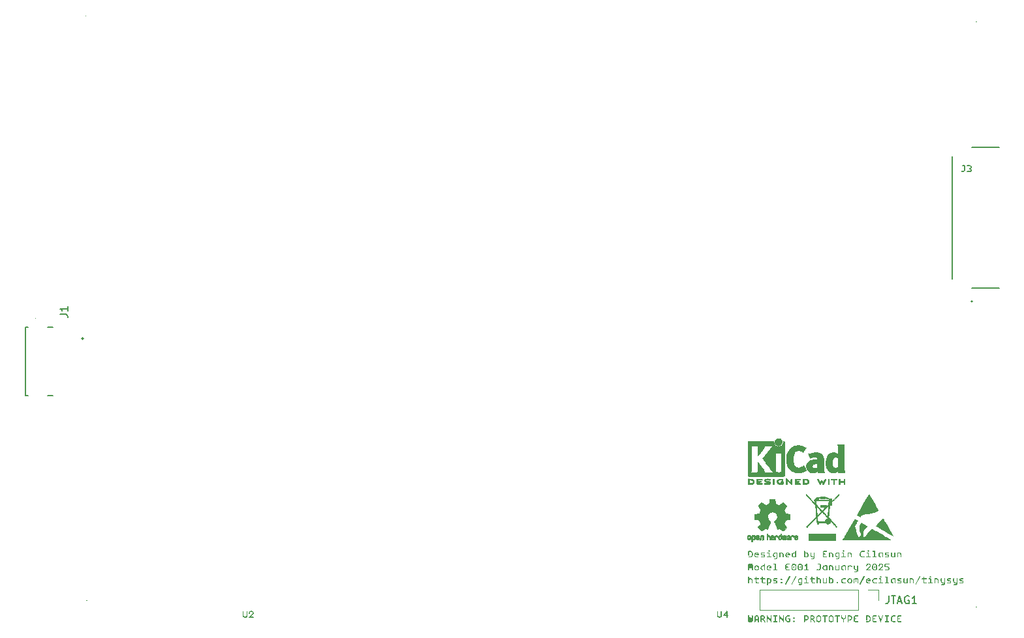
<source format=gbr>
%TF.GenerationSoftware,KiCad,Pcbnew,8.0.7*%
%TF.CreationDate,2024-12-30T23:04:29-08:00*%
%TF.ProjectId,expansionboardB,65787061-6e73-4696-9f6e-626f61726442,3*%
%TF.SameCoordinates,Original*%
%TF.FileFunction,Legend,Top*%
%TF.FilePolarity,Positive*%
%FSLAX46Y46*%
G04 Gerber Fmt 4.6, Leading zero omitted, Abs format (unit mm)*
G04 Created by KiCad (PCBNEW 8.0.7) date 2024-12-30 23:04:29*
%MOMM*%
%LPD*%
G01*
G04 APERTURE LIST*
%ADD10C,0.150000*%
%ADD11C,0.200000*%
%ADD12C,0.120000*%
%ADD13C,0.127000*%
%ADD14C,0.100000*%
%ADD15C,0.010000*%
G04 APERTURE END LIST*
D10*
G36*
X116125151Y-113602002D02*
G01*
X116182504Y-113605917D01*
X116236594Y-113617664D01*
X116287422Y-113637241D01*
X116334986Y-113664650D01*
X116379288Y-113699890D01*
X116393330Y-113713376D01*
X116431014Y-113756696D01*
X116460901Y-113803124D01*
X116482992Y-113852661D01*
X116497285Y-113905305D01*
X116503783Y-113961059D01*
X116504216Y-113980334D01*
X116504216Y-114114667D01*
X116500317Y-114171929D01*
X116488622Y-114225928D01*
X116469131Y-114276663D01*
X116441842Y-114324136D01*
X116406757Y-114368346D01*
X116393330Y-114382357D01*
X116350116Y-114419958D01*
X116303639Y-114449780D01*
X116253899Y-114471822D01*
X116200897Y-114486084D01*
X116144631Y-114492567D01*
X116125151Y-114493000D01*
X115969568Y-114493000D01*
X115922926Y-114474662D01*
X115921697Y-114473460D01*
X115902176Y-114428497D01*
X115902157Y-114426810D01*
X115920495Y-114381144D01*
X115921697Y-114379915D01*
X115967821Y-114360151D01*
X115969568Y-114360131D01*
X116125395Y-114360131D01*
X116174152Y-114355613D01*
X116224698Y-114339728D01*
X116270683Y-114312405D01*
X116298808Y-114287836D01*
X116330437Y-114249886D01*
X116355218Y-114202887D01*
X116368562Y-114151329D01*
X116371103Y-114114423D01*
X116371103Y-113979357D01*
X116366585Y-113930646D01*
X116350700Y-113880261D01*
X116323377Y-113834552D01*
X116298808Y-113806677D01*
X116260843Y-113775261D01*
X116213790Y-113750648D01*
X116162139Y-113737394D01*
X116125151Y-113734870D01*
X116035270Y-113734870D01*
X116035270Y-114191604D01*
X116016932Y-114238231D01*
X116015730Y-114239475D01*
X115970308Y-114258996D01*
X115968591Y-114259015D01*
X115922925Y-114240678D01*
X115921697Y-114239475D01*
X115902176Y-114193595D01*
X115902157Y-114191848D01*
X115902157Y-113669413D01*
X115920495Y-113622771D01*
X115921697Y-113621541D01*
X115967806Y-113602021D01*
X115969568Y-113602002D01*
X116125151Y-113602002D01*
G37*
G36*
X116782897Y-113911702D02*
G01*
X116824708Y-113876299D01*
X116870212Y-113849591D01*
X116919409Y-113831579D01*
X116972300Y-113822263D01*
X117004181Y-113820843D01*
X117059182Y-113825168D01*
X117110490Y-113838141D01*
X117158104Y-113859762D01*
X117202025Y-113890033D01*
X117225465Y-113911213D01*
X117261058Y-113952396D01*
X117287909Y-113997085D01*
X117306018Y-114045281D01*
X117315384Y-114096983D01*
X117316812Y-114128101D01*
X117316812Y-114139092D01*
X117297272Y-114184521D01*
X117251851Y-114203797D01*
X117250133Y-114203816D01*
X117008333Y-114203816D01*
X116962423Y-114185479D01*
X116961194Y-114184277D01*
X116941674Y-114139069D01*
X116941655Y-114137382D01*
X116959992Y-114091716D01*
X116961194Y-114090487D01*
X117006616Y-114070967D01*
X117008333Y-114070948D01*
X117174907Y-114070948D01*
X117152224Y-114026172D01*
X117116231Y-113990305D01*
X117110427Y-113986196D01*
X117063873Y-113962879D01*
X117012596Y-113953838D01*
X117005402Y-113953711D01*
X116956588Y-113959772D01*
X116909196Y-113980208D01*
X116877663Y-114005002D01*
X116845366Y-114046413D01*
X116827975Y-114094075D01*
X116824662Y-114129322D01*
X116824662Y-114183300D01*
X116832081Y-114235232D01*
X116854338Y-114281119D01*
X116877419Y-114308352D01*
X116916425Y-114337832D01*
X116964837Y-114356036D01*
X117005158Y-114360131D01*
X117150482Y-114360131D01*
X117196422Y-114378698D01*
X117197621Y-114379915D01*
X117216654Y-114425108D01*
X117216672Y-114426810D01*
X117197621Y-114473460D01*
X117152229Y-114492980D01*
X117150482Y-114493000D01*
X117005402Y-114493000D01*
X116950009Y-114488652D01*
X116898379Y-114475609D01*
X116850512Y-114453870D01*
X116806409Y-114423436D01*
X116782897Y-114402141D01*
X116747304Y-114360649D01*
X116720453Y-114315674D01*
X116702344Y-114267217D01*
X116692977Y-114215276D01*
X116691550Y-114184032D01*
X116691550Y-114129810D01*
X116695921Y-114075880D01*
X116709034Y-114025432D01*
X116730890Y-113978467D01*
X116761488Y-113934985D01*
X116782897Y-113911702D01*
G37*
G36*
X117882722Y-114094395D02*
G01*
X117932005Y-114100120D01*
X117980872Y-114119640D01*
X118020437Y-114149407D01*
X118024139Y-114153013D01*
X118055180Y-114191835D01*
X118076046Y-114239938D01*
X118082944Y-114288576D01*
X118083002Y-114293697D01*
X118077253Y-114342699D01*
X118057652Y-114391311D01*
X118027760Y-114430695D01*
X118024139Y-114434381D01*
X117985036Y-114465293D01*
X117936679Y-114486073D01*
X117887859Y-114492942D01*
X117882722Y-114493000D01*
X117595004Y-114493000D01*
X117548607Y-114474662D01*
X117547377Y-114473460D01*
X117527857Y-114428497D01*
X117527838Y-114426810D01*
X117546175Y-114381144D01*
X117547377Y-114379915D01*
X117593257Y-114360151D01*
X117595004Y-114360131D01*
X117882722Y-114360131D01*
X117928876Y-114342023D01*
X117930106Y-114340836D01*
X117949870Y-114295414D01*
X117949889Y-114293697D01*
X117931323Y-114248017D01*
X117930106Y-114246803D01*
X117884455Y-114227282D01*
X117882722Y-114227263D01*
X117728117Y-114227263D01*
X117678834Y-114221443D01*
X117629968Y-114201598D01*
X117590402Y-114171335D01*
X117586700Y-114167668D01*
X117555659Y-114128036D01*
X117534793Y-114078931D01*
X117527895Y-114029281D01*
X117527838Y-114024053D01*
X117533562Y-113973926D01*
X117553082Y-113924296D01*
X117582849Y-113884187D01*
X117586456Y-113880438D01*
X117625535Y-113849011D01*
X117673811Y-113827885D01*
X117722507Y-113820901D01*
X117727628Y-113820843D01*
X118015835Y-113820843D01*
X118062233Y-113839180D01*
X118063462Y-113840383D01*
X118082983Y-113885560D01*
X118083002Y-113887277D01*
X118064664Y-113933187D01*
X118063462Y-113934416D01*
X118017582Y-113953692D01*
X118015835Y-113953711D01*
X117728117Y-113953711D01*
X117681734Y-113973195D01*
X117680489Y-113974472D01*
X117661026Y-114020454D01*
X117660950Y-114024053D01*
X117678123Y-114071008D01*
X117680489Y-114073635D01*
X117726384Y-114094375D01*
X117728117Y-114094395D01*
X117882722Y-114094395D01*
G37*
G36*
X118828675Y-114360131D02*
G01*
X118874829Y-114378698D01*
X118876058Y-114379915D01*
X118895578Y-114425108D01*
X118895598Y-114426810D01*
X118877031Y-114472231D01*
X118875814Y-114473460D01*
X118830163Y-114492980D01*
X118828431Y-114493000D01*
X118384397Y-114493000D01*
X118337999Y-114474662D01*
X118336770Y-114473460D01*
X118317250Y-114428497D01*
X118317230Y-114426810D01*
X118335568Y-114381144D01*
X118336770Y-114379915D01*
X118382894Y-114360151D01*
X118384642Y-114360131D01*
X118551704Y-114360131D01*
X118551704Y-113953711D01*
X118427628Y-113953711D01*
X118381466Y-113934416D01*
X118361702Y-113888994D01*
X118361683Y-113887277D01*
X118380249Y-113841597D01*
X118381466Y-113840383D01*
X118427628Y-113820843D01*
X118617405Y-113820843D01*
X118663803Y-113839410D01*
X118665032Y-113840627D01*
X118684797Y-113886751D01*
X118684816Y-113888498D01*
X118684816Y-114360131D01*
X118828675Y-114360131D01*
G37*
G36*
X118678221Y-113721192D02*
G01*
X118636090Y-113746380D01*
X118606414Y-113750501D01*
X118558882Y-113739052D01*
X118534851Y-113721192D01*
X118509034Y-113679594D01*
X118504809Y-113649873D01*
X118517747Y-113600866D01*
X118534851Y-113578554D01*
X118578862Y-113553106D01*
X118625709Y-113552176D01*
X118645493Y-113557794D01*
X118662590Y-113567563D01*
X118678221Y-113578554D01*
X118703829Y-113620839D01*
X118708019Y-113649873D01*
X118696379Y-113697424D01*
X118678221Y-113721192D01*
G37*
G36*
X119641759Y-113820843D02*
G01*
X119687913Y-113839410D01*
X119689143Y-113840627D01*
X119708663Y-113886507D01*
X119708682Y-113888254D01*
X119708682Y-114424612D01*
X119704486Y-114477771D01*
X119691899Y-114527401D01*
X119670920Y-114573501D01*
X119641550Y-114616071D01*
X119620999Y-114638812D01*
X119581061Y-114673359D01*
X119537758Y-114699420D01*
X119491088Y-114716996D01*
X119441053Y-114726087D01*
X119410950Y-114727473D01*
X119288584Y-114727473D01*
X119242430Y-114708906D01*
X119241201Y-114707689D01*
X119221925Y-114661809D01*
X119221906Y-114660062D01*
X119240014Y-114614595D01*
X119241201Y-114613411D01*
X119286852Y-114594623D01*
X119288584Y-114594605D01*
X119410461Y-114594605D01*
X119462563Y-114586422D01*
X119508135Y-114561873D01*
X119526965Y-114545023D01*
X119556584Y-114504883D01*
X119573244Y-114454732D01*
X119575570Y-114424856D01*
X119575570Y-113953711D01*
X119431466Y-113953711D01*
X119380244Y-113961061D01*
X119334655Y-113983112D01*
X119307391Y-114005979D01*
X119275689Y-114048409D01*
X119258619Y-114097296D01*
X119255367Y-114133474D01*
X119255367Y-114177438D01*
X119261893Y-114226943D01*
X119281471Y-114271777D01*
X119301773Y-114299071D01*
X119339601Y-114331860D01*
X119387402Y-114352499D01*
X119416079Y-114357200D01*
X119459638Y-114379826D01*
X119460775Y-114381136D01*
X119476325Y-114428266D01*
X119476163Y-114429985D01*
X119453766Y-114474290D01*
X119452471Y-114475414D01*
X119405356Y-114492982D01*
X119403623Y-114493000D01*
X119353121Y-114484428D01*
X119306337Y-114468329D01*
X119263269Y-114444704D01*
X119223917Y-114413552D01*
X119203099Y-114392371D01*
X119171598Y-114351459D01*
X119147835Y-114307367D01*
X119131808Y-114260097D01*
X119123518Y-114209647D01*
X119122255Y-114179392D01*
X119122255Y-114135916D01*
X119126579Y-114080774D01*
X119139552Y-114029254D01*
X119161174Y-113981357D01*
X119191444Y-113937084D01*
X119212625Y-113913411D01*
X119254068Y-113877342D01*
X119299112Y-113850132D01*
X119347755Y-113831781D01*
X119399997Y-113822290D01*
X119431466Y-113820843D01*
X119641759Y-113820843D01*
G37*
G36*
X120187642Y-113820843D02*
G01*
X120242144Y-113825261D01*
X120293023Y-113838515D01*
X120340278Y-113860604D01*
X120383910Y-113891529D01*
X120407217Y-113913167D01*
X120442619Y-113955263D01*
X120469327Y-114000983D01*
X120487339Y-114050325D01*
X120496655Y-114103291D01*
X120498075Y-114135184D01*
X120498075Y-114425344D01*
X120479738Y-114472215D01*
X120478535Y-114473460D01*
X120433114Y-114492980D01*
X120431397Y-114493000D01*
X120385731Y-114474433D01*
X120384502Y-114473216D01*
X120365039Y-114428393D01*
X120364963Y-114424856D01*
X120364963Y-114133474D01*
X120358757Y-114084469D01*
X120337835Y-114037196D01*
X120312450Y-114005979D01*
X120270399Y-113974128D01*
X120222645Y-113956978D01*
X120187642Y-113953711D01*
X120076023Y-113953711D01*
X120076023Y-114424856D01*
X120058850Y-114470709D01*
X120056484Y-114473216D01*
X120011062Y-114492980D01*
X120009345Y-114493000D01*
X119963679Y-114474662D01*
X119962450Y-114473460D01*
X119942930Y-114427107D01*
X119942911Y-114425344D01*
X119942911Y-113888254D01*
X119961248Y-113841856D01*
X119962450Y-113840627D01*
X120008331Y-113820863D01*
X120010078Y-113820843D01*
X120187642Y-113820843D01*
G37*
G36*
X120808019Y-113911702D02*
G01*
X120849830Y-113876299D01*
X120895334Y-113849591D01*
X120944531Y-113831579D01*
X120997422Y-113822263D01*
X121029303Y-113820843D01*
X121084304Y-113825168D01*
X121135612Y-113838141D01*
X121183226Y-113859762D01*
X121227147Y-113890033D01*
X121250587Y-113911213D01*
X121286180Y-113952396D01*
X121313031Y-113997085D01*
X121331140Y-114045281D01*
X121340507Y-114096983D01*
X121341934Y-114128101D01*
X121341934Y-114139092D01*
X121322394Y-114184521D01*
X121276973Y-114203797D01*
X121275256Y-114203816D01*
X121033455Y-114203816D01*
X120987545Y-114185479D01*
X120986316Y-114184277D01*
X120966796Y-114139069D01*
X120966777Y-114137382D01*
X120985114Y-114091716D01*
X120986316Y-114090487D01*
X121031738Y-114070967D01*
X121033455Y-114070948D01*
X121200029Y-114070948D01*
X121177346Y-114026172D01*
X121141353Y-113990305D01*
X121135549Y-113986196D01*
X121088995Y-113962879D01*
X121037718Y-113953838D01*
X121030524Y-113953711D01*
X120981710Y-113959772D01*
X120934318Y-113980208D01*
X120902785Y-114005002D01*
X120870488Y-114046413D01*
X120853097Y-114094075D01*
X120849785Y-114129322D01*
X120849785Y-114183300D01*
X120857203Y-114235232D01*
X120879460Y-114281119D01*
X120902541Y-114308352D01*
X120941548Y-114337832D01*
X120989959Y-114356036D01*
X121030280Y-114360131D01*
X121175605Y-114360131D01*
X121221544Y-114378698D01*
X121222743Y-114379915D01*
X121241776Y-114425108D01*
X121241794Y-114426810D01*
X121222743Y-114473460D01*
X121177351Y-114492980D01*
X121175605Y-114493000D01*
X121030524Y-114493000D01*
X120975131Y-114488652D01*
X120923501Y-114475609D01*
X120875634Y-114453870D01*
X120831531Y-114423436D01*
X120808019Y-114402141D01*
X120772426Y-114360649D01*
X120745575Y-114315674D01*
X120727466Y-114267217D01*
X120718100Y-114215276D01*
X120716672Y-114184032D01*
X120716672Y-114129810D01*
X120721043Y-114075880D01*
X120734157Y-114025432D01*
X120756012Y-113978467D01*
X120786610Y-113934985D01*
X120808019Y-113911702D01*
G37*
G36*
X122010182Y-113605177D02*
G01*
X122055390Y-113586388D01*
X122057077Y-113586370D01*
X122102743Y-113604707D01*
X122103972Y-113605909D01*
X122123736Y-113651316D01*
X122123755Y-113653048D01*
X122123755Y-114426077D01*
X122105189Y-114472475D01*
X122103972Y-114473704D01*
X122058779Y-114492981D01*
X122057077Y-114493000D01*
X122011426Y-114474433D01*
X122010182Y-114473216D01*
X121990719Y-114428393D01*
X121990643Y-114424856D01*
X121990643Y-113953711D01*
X121846540Y-113953711D01*
X121795317Y-113961096D01*
X121749728Y-113983249D01*
X121722464Y-114006224D01*
X121690762Y-114048802D01*
X121673692Y-114097769D01*
X121670441Y-114133963D01*
X121670441Y-114177926D01*
X121676863Y-114228519D01*
X121696132Y-114273685D01*
X121716114Y-114300780D01*
X121753849Y-114333158D01*
X121802171Y-114353660D01*
X121831397Y-114358422D01*
X121874955Y-114381048D01*
X121876093Y-114382357D01*
X121891872Y-114430175D01*
X121891725Y-114431939D01*
X121869743Y-114475414D01*
X121825779Y-114493000D01*
X121818940Y-114493000D01*
X121768344Y-114484428D01*
X121721487Y-114468329D01*
X121678371Y-114444704D01*
X121638994Y-114413552D01*
X121618173Y-114392371D01*
X121586672Y-114351459D01*
X121562908Y-114307367D01*
X121546881Y-114260097D01*
X121538591Y-114209647D01*
X121537328Y-114179392D01*
X121537328Y-114135916D01*
X121541653Y-114080774D01*
X121554626Y-114029254D01*
X121576247Y-113981357D01*
X121606518Y-113937084D01*
X121627698Y-113913411D01*
X121669035Y-113877342D01*
X121713971Y-113850132D01*
X121762507Y-113831781D01*
X121814643Y-113822290D01*
X121846051Y-113820843D01*
X121990643Y-113820843D01*
X121990643Y-113650606D01*
X122010182Y-113605177D01*
G37*
G36*
X123425081Y-113820843D02*
G01*
X123479274Y-113825273D01*
X123529867Y-113838561D01*
X123576860Y-113860709D01*
X123620254Y-113891716D01*
X123643434Y-113913411D01*
X123678647Y-113955614D01*
X123705211Y-114001441D01*
X123723126Y-114050890D01*
X123732392Y-114103963D01*
X123733804Y-114135916D01*
X123733804Y-114179392D01*
X123729936Y-114231658D01*
X123718330Y-114280745D01*
X123698987Y-114326653D01*
X123671908Y-114369382D01*
X123652960Y-114392371D01*
X123615732Y-114427824D01*
X123574788Y-114455751D01*
X123530127Y-114476150D01*
X123481749Y-114489023D01*
X123452436Y-114493000D01*
X123445353Y-114493000D01*
X123401145Y-114475414D01*
X123379652Y-114431939D01*
X123393930Y-114383692D01*
X123395039Y-114382357D01*
X123438095Y-114358608D01*
X123439736Y-114358422D01*
X123487787Y-114347465D01*
X123532943Y-114320789D01*
X123554286Y-114300048D01*
X123582564Y-114258259D01*
X123597791Y-114211662D01*
X123600692Y-114177926D01*
X123600692Y-114133963D01*
X123594544Y-114084928D01*
X123573816Y-114037558D01*
X123548668Y-114006224D01*
X123506834Y-113974224D01*
X123459367Y-113956993D01*
X123424593Y-113953711D01*
X123280489Y-113953711D01*
X123280489Y-114424856D01*
X123263316Y-114470709D01*
X123260950Y-114473216D01*
X123215528Y-114492980D01*
X123213811Y-114493000D01*
X123168145Y-114474891D01*
X123166916Y-114473704D01*
X123147396Y-114427824D01*
X123147377Y-114426077D01*
X123147377Y-113653048D01*
X123165714Y-113607124D01*
X123166916Y-113605909D01*
X123212109Y-113586389D01*
X123213811Y-113586370D01*
X123259721Y-113604020D01*
X123260950Y-113605177D01*
X123280489Y-113650606D01*
X123280489Y-113820843D01*
X123425081Y-113820843D01*
G37*
G36*
X124425256Y-113840627D02*
G01*
X124470692Y-113820863D01*
X124472394Y-113820843D01*
X124518060Y-113839410D01*
X124519289Y-113840627D01*
X124538809Y-113886507D01*
X124538829Y-113888254D01*
X124538829Y-114424612D01*
X124534574Y-114477771D01*
X124521812Y-114527401D01*
X124500541Y-114573501D01*
X124470761Y-114616071D01*
X124449924Y-114638812D01*
X124409429Y-114673359D01*
X124365521Y-114699420D01*
X124318200Y-114716996D01*
X124267467Y-114726087D01*
X124236944Y-114727473D01*
X124112869Y-114727473D01*
X124065998Y-114708906D01*
X124064753Y-114707689D01*
X124045233Y-114661809D01*
X124045214Y-114660062D01*
X124063780Y-114614595D01*
X124064997Y-114613411D01*
X124111351Y-114594623D01*
X124113113Y-114594605D01*
X124237433Y-114594605D01*
X124286098Y-114587521D01*
X124330001Y-114566272D01*
X124368173Y-114531604D01*
X124391550Y-114493000D01*
X124281397Y-114493000D01*
X124226467Y-114488582D01*
X124175161Y-114475328D01*
X124127478Y-114453239D01*
X124083419Y-114422314D01*
X124059868Y-114400676D01*
X124024085Y-114358496D01*
X123997090Y-114312740D01*
X123978885Y-114263407D01*
X123969468Y-114210498D01*
X123968033Y-114178659D01*
X123968033Y-113888254D01*
X123986370Y-113841856D01*
X123987572Y-113840627D01*
X124032765Y-113820863D01*
X124034467Y-113820843D01*
X124080377Y-113839410D01*
X124081606Y-113840627D01*
X124101126Y-113886751D01*
X124101145Y-113888498D01*
X124101145Y-114179392D01*
X124107408Y-114228206D01*
X124128526Y-114275598D01*
X124154146Y-114307131D01*
X124193176Y-114337306D01*
X124241284Y-114355939D01*
X124281152Y-114360131D01*
X124405716Y-114360131D01*
X124405716Y-113888498D01*
X124424053Y-113841871D01*
X124425256Y-113840627D01*
G37*
G36*
X125785200Y-113734870D02*
G01*
X125737933Y-113748623D01*
X125722185Y-113761492D01*
X125697669Y-113805314D01*
X125695563Y-113825484D01*
X125695563Y-113984974D01*
X125855053Y-113984974D01*
X125900689Y-114003312D01*
X125901948Y-114004514D01*
X125921956Y-114049692D01*
X125921976Y-114051408D01*
X125903180Y-114097318D01*
X125901948Y-114098547D01*
X125856726Y-114117824D01*
X125855053Y-114117842D01*
X125695563Y-114117842D01*
X125695563Y-114271471D01*
X125709316Y-114318387D01*
X125722185Y-114333997D01*
X125765502Y-114358064D01*
X125785200Y-114360131D01*
X126073651Y-114360131D01*
X126119804Y-114378698D01*
X126121034Y-114379915D01*
X126140798Y-114425108D01*
X126140817Y-114426810D01*
X126122251Y-114472231D01*
X126121034Y-114473460D01*
X126075383Y-114492980D01*
X126073651Y-114493000D01*
X125784956Y-114493000D01*
X125735168Y-114487860D01*
X125684879Y-114470096D01*
X125639885Y-114439642D01*
X125627419Y-114428031D01*
X125596013Y-114389185D01*
X125573173Y-114340947D01*
X125563465Y-114292965D01*
X125562450Y-114270250D01*
X125562450Y-113824751D01*
X125567589Y-113774865D01*
X125585354Y-113724556D01*
X125615808Y-113679639D01*
X125627419Y-113667214D01*
X125666246Y-113635691D01*
X125714417Y-113612764D01*
X125762298Y-113603021D01*
X125784956Y-113602002D01*
X126073651Y-113602002D01*
X126119804Y-113620339D01*
X126121034Y-113621541D01*
X126140798Y-113666719D01*
X126140817Y-113668436D01*
X126122251Y-113714345D01*
X126121034Y-113715575D01*
X126075383Y-113734851D01*
X126073651Y-113734870D01*
X125785200Y-113734870D01*
G37*
G36*
X126627838Y-113820843D02*
G01*
X126682339Y-113825261D01*
X126733218Y-113838515D01*
X126780473Y-113860604D01*
X126824106Y-113891529D01*
X126847412Y-113913167D01*
X126882815Y-113955263D01*
X126909522Y-114000983D01*
X126927534Y-114050325D01*
X126936851Y-114103291D01*
X126938270Y-114135184D01*
X126938270Y-114425344D01*
X126919933Y-114472215D01*
X126918731Y-114473460D01*
X126873309Y-114492980D01*
X126871592Y-114493000D01*
X126825926Y-114474433D01*
X126824697Y-114473216D01*
X126805234Y-114428393D01*
X126805158Y-114424856D01*
X126805158Y-114133474D01*
X126798953Y-114084469D01*
X126778030Y-114037196D01*
X126752646Y-114005979D01*
X126710594Y-113974128D01*
X126662841Y-113956978D01*
X126627838Y-113953711D01*
X126516219Y-113953711D01*
X126516219Y-114424856D01*
X126499045Y-114470709D01*
X126496679Y-114473216D01*
X126451257Y-114492980D01*
X126449540Y-114493000D01*
X126403875Y-114474662D01*
X126402646Y-114473460D01*
X126383125Y-114427107D01*
X126383106Y-114425344D01*
X126383106Y-113888254D01*
X126401444Y-113841856D01*
X126402646Y-113840627D01*
X126448526Y-113820863D01*
X126450273Y-113820843D01*
X126627838Y-113820843D01*
G37*
G36*
X127692004Y-113820843D02*
G01*
X127738157Y-113839410D01*
X127739387Y-113840627D01*
X127758907Y-113886507D01*
X127758926Y-113888254D01*
X127758926Y-114424612D01*
X127754730Y-114477771D01*
X127742143Y-114527401D01*
X127721164Y-114573501D01*
X127691794Y-114616071D01*
X127671243Y-114638812D01*
X127631306Y-114673359D01*
X127588002Y-114699420D01*
X127541333Y-114716996D01*
X127491297Y-114726087D01*
X127461194Y-114727473D01*
X127338829Y-114727473D01*
X127292675Y-114708906D01*
X127291445Y-114707689D01*
X127272169Y-114661809D01*
X127272150Y-114660062D01*
X127290258Y-114614595D01*
X127291445Y-114613411D01*
X127337096Y-114594623D01*
X127338829Y-114594605D01*
X127460706Y-114594605D01*
X127512807Y-114586422D01*
X127558379Y-114561873D01*
X127577210Y-114545023D01*
X127606828Y-114504883D01*
X127623488Y-114454732D01*
X127625814Y-114424856D01*
X127625814Y-113953711D01*
X127481711Y-113953711D01*
X127430488Y-113961061D01*
X127384899Y-113983112D01*
X127357635Y-114005979D01*
X127325933Y-114048409D01*
X127308863Y-114097296D01*
X127305612Y-114133474D01*
X127305612Y-114177438D01*
X127312137Y-114226943D01*
X127331715Y-114271777D01*
X127352018Y-114299071D01*
X127389845Y-114331860D01*
X127437646Y-114352499D01*
X127466323Y-114357200D01*
X127509882Y-114379826D01*
X127511020Y-114381136D01*
X127526569Y-114428266D01*
X127526407Y-114429985D01*
X127504010Y-114474290D01*
X127502715Y-114475414D01*
X127455600Y-114492982D01*
X127453867Y-114493000D01*
X127403366Y-114484428D01*
X127356581Y-114468329D01*
X127313513Y-114444704D01*
X127274161Y-114413552D01*
X127253344Y-114392371D01*
X127221843Y-114351459D01*
X127198079Y-114307367D01*
X127182052Y-114260097D01*
X127173762Y-114209647D01*
X127172499Y-114179392D01*
X127172499Y-114135916D01*
X127176823Y-114080774D01*
X127189797Y-114029254D01*
X127211418Y-113981357D01*
X127241689Y-113937084D01*
X127262869Y-113913411D01*
X127304313Y-113877342D01*
X127349356Y-113850132D01*
X127397999Y-113831781D01*
X127450241Y-113822290D01*
X127481711Y-113820843D01*
X127692004Y-113820843D01*
G37*
G36*
X128488968Y-114360131D02*
G01*
X128535122Y-114378698D01*
X128536351Y-114379915D01*
X128555872Y-114425108D01*
X128555891Y-114426810D01*
X128537324Y-114472231D01*
X128536107Y-114473460D01*
X128490456Y-114492980D01*
X128488724Y-114493000D01*
X128044690Y-114493000D01*
X127998293Y-114474662D01*
X127997063Y-114473460D01*
X127977543Y-114428497D01*
X127977524Y-114426810D01*
X127995861Y-114381144D01*
X127997063Y-114379915D01*
X128043187Y-114360151D01*
X128044935Y-114360131D01*
X128211997Y-114360131D01*
X128211997Y-113953711D01*
X128087921Y-113953711D01*
X128041759Y-113934416D01*
X128021995Y-113888994D01*
X128021976Y-113887277D01*
X128040542Y-113841597D01*
X128041759Y-113840383D01*
X128087921Y-113820843D01*
X128277698Y-113820843D01*
X128324096Y-113839410D01*
X128325325Y-113840627D01*
X128345090Y-113886751D01*
X128345109Y-113888498D01*
X128345109Y-114360131D01*
X128488968Y-114360131D01*
G37*
G36*
X128338515Y-113721192D02*
G01*
X128296383Y-113746380D01*
X128266707Y-113750501D01*
X128219175Y-113739052D01*
X128195144Y-113721192D01*
X128169327Y-113679594D01*
X128165102Y-113649873D01*
X128178040Y-113600866D01*
X128195144Y-113578554D01*
X128239155Y-113553106D01*
X128286002Y-113552176D01*
X128305786Y-113557794D01*
X128322883Y-113567563D01*
X128338515Y-113578554D01*
X128364122Y-113620839D01*
X128368312Y-113649873D01*
X128356672Y-113697424D01*
X128338515Y-113721192D01*
G37*
G36*
X129042911Y-113820843D02*
G01*
X129097413Y-113825261D01*
X129148291Y-113838515D01*
X129195547Y-113860604D01*
X129239179Y-113891529D01*
X129262485Y-113913167D01*
X129297888Y-113955263D01*
X129324595Y-114000983D01*
X129342607Y-114050325D01*
X129351924Y-114103291D01*
X129353344Y-114135184D01*
X129353344Y-114425344D01*
X129335006Y-114472215D01*
X129333804Y-114473460D01*
X129288382Y-114492980D01*
X129286665Y-114493000D01*
X129240999Y-114474433D01*
X129239771Y-114473216D01*
X129220308Y-114428393D01*
X129220231Y-114424856D01*
X129220231Y-114133474D01*
X129214026Y-114084469D01*
X129193103Y-114037196D01*
X129167719Y-114005979D01*
X129125667Y-113974128D01*
X129077914Y-113956978D01*
X129042911Y-113953711D01*
X128931292Y-113953711D01*
X128931292Y-114424856D01*
X128914119Y-114470709D01*
X128911752Y-114473216D01*
X128866331Y-114492980D01*
X128864614Y-114493000D01*
X128818948Y-114474662D01*
X128817719Y-114473460D01*
X128798199Y-114427107D01*
X128798180Y-114425344D01*
X128798180Y-113888254D01*
X128816517Y-113841856D01*
X128817719Y-113840627D01*
X128863599Y-113820863D01*
X128865346Y-113820843D01*
X129042911Y-113820843D01*
G37*
G36*
X130756274Y-113734870D02*
G01*
X130707395Y-113739358D01*
X130656713Y-113755136D01*
X130610589Y-113782274D01*
X130582374Y-113806677D01*
X130550744Y-113844306D01*
X130525963Y-113891054D01*
X130512619Y-113942477D01*
X130510078Y-113979357D01*
X130510078Y-114114423D01*
X130514596Y-114163180D01*
X130530481Y-114213725D01*
X130557804Y-114259711D01*
X130582374Y-114287836D01*
X130620445Y-114319465D01*
X130667581Y-114344246D01*
X130719277Y-114357590D01*
X130756274Y-114360131D01*
X130934816Y-114360131D01*
X130981199Y-114378698D01*
X130982443Y-114379915D01*
X131002208Y-114425108D01*
X131002227Y-114426810D01*
X130983660Y-114472231D01*
X130982443Y-114473460D01*
X130936548Y-114492980D01*
X130934816Y-114493000D01*
X130756274Y-114493000D01*
X130698913Y-114489110D01*
X130644797Y-114477440D01*
X130593926Y-114457992D01*
X130546302Y-114430763D01*
X130501923Y-114395756D01*
X130487852Y-114382357D01*
X130450168Y-114339235D01*
X130420280Y-114292850D01*
X130398190Y-114243202D01*
X130383896Y-114190291D01*
X130377398Y-114134117D01*
X130376965Y-114114667D01*
X130376965Y-113980334D01*
X130380864Y-113923544D01*
X130392559Y-113869863D01*
X130412050Y-113819291D01*
X130439339Y-113771827D01*
X130474424Y-113727471D01*
X130487852Y-113713376D01*
X130531148Y-113675526D01*
X130577691Y-113645507D01*
X130627479Y-113623319D01*
X130680513Y-113608963D01*
X130736793Y-113602437D01*
X130756274Y-113602002D01*
X130934816Y-113602002D01*
X130981199Y-113620339D01*
X130982443Y-113621541D01*
X131002208Y-113666719D01*
X131002227Y-113668436D01*
X130983660Y-113714345D01*
X130982443Y-113715575D01*
X130936548Y-113734851D01*
X130934816Y-113734870D01*
X130756274Y-113734870D01*
G37*
G36*
X131709066Y-114360131D02*
G01*
X131755220Y-114378698D01*
X131756449Y-114379915D01*
X131775969Y-114425108D01*
X131775988Y-114426810D01*
X131757422Y-114472231D01*
X131756205Y-114473460D01*
X131710554Y-114492980D01*
X131708822Y-114493000D01*
X131264788Y-114493000D01*
X131218390Y-114474662D01*
X131217161Y-114473460D01*
X131197640Y-114428497D01*
X131197621Y-114426810D01*
X131215959Y-114381144D01*
X131217161Y-114379915D01*
X131263285Y-114360151D01*
X131265032Y-114360131D01*
X131432094Y-114360131D01*
X131432094Y-113953711D01*
X131308019Y-113953711D01*
X131261857Y-113934416D01*
X131242093Y-113888994D01*
X131242073Y-113887277D01*
X131260640Y-113841597D01*
X131261857Y-113840383D01*
X131308019Y-113820843D01*
X131497796Y-113820843D01*
X131544194Y-113839410D01*
X131545423Y-113840627D01*
X131565187Y-113886751D01*
X131565207Y-113888498D01*
X131565207Y-114360131D01*
X131709066Y-114360131D01*
G37*
G36*
X131558612Y-113721192D02*
G01*
X131516480Y-113746380D01*
X131486805Y-113750501D01*
X131439273Y-113739052D01*
X131415242Y-113721192D01*
X131389424Y-113679594D01*
X131385200Y-113649873D01*
X131398138Y-113600866D01*
X131415242Y-113578554D01*
X131459253Y-113553106D01*
X131506100Y-113552176D01*
X131525884Y-113557794D01*
X131542981Y-113567563D01*
X131558612Y-113578554D01*
X131584220Y-113620839D01*
X131588410Y-113649873D01*
X131576770Y-113697424D01*
X131558612Y-113721192D01*
G37*
G36*
X132514090Y-114360131D02*
G01*
X132560244Y-114378698D01*
X132561473Y-114379915D01*
X132580994Y-114425108D01*
X132581013Y-114426810D01*
X132562446Y-114472231D01*
X132561229Y-114473460D01*
X132515578Y-114492980D01*
X132513846Y-114493000D01*
X132069812Y-114493000D01*
X132023415Y-114474662D01*
X132022185Y-114473460D01*
X132002665Y-114428497D01*
X132002646Y-114426810D01*
X132020983Y-114381144D01*
X132022185Y-114379915D01*
X132068309Y-114360151D01*
X132070057Y-114360131D01*
X132237119Y-114360131D01*
X132237119Y-113734870D01*
X132113532Y-113734870D01*
X132067126Y-113715575D01*
X132047605Y-113670153D01*
X132047586Y-113668436D01*
X132065924Y-113622755D01*
X132067126Y-113621541D01*
X132113532Y-113602002D01*
X132302820Y-113602002D01*
X132349462Y-113620339D01*
X132350692Y-113621541D01*
X132370212Y-113667650D01*
X132370231Y-113669413D01*
X132370231Y-114360131D01*
X132514090Y-114360131D01*
G37*
G36*
X133334746Y-113820843D02*
G01*
X133380900Y-113839410D01*
X133382129Y-113840627D01*
X133401650Y-113886507D01*
X133401669Y-113888254D01*
X133401669Y-114425344D01*
X133383102Y-114472215D01*
X133381885Y-114473460D01*
X133336692Y-114492980D01*
X133334990Y-114493000D01*
X133289339Y-114474433D01*
X133288096Y-114473216D01*
X133268633Y-114428393D01*
X133268556Y-114424856D01*
X133268556Y-113953711D01*
X133101739Y-113953711D01*
X133050333Y-113961096D01*
X133004560Y-113983249D01*
X132977175Y-114006224D01*
X132945473Y-114048836D01*
X132928402Y-114097906D01*
X132925151Y-114134207D01*
X132925151Y-114178170D01*
X132931298Y-114227430D01*
X132952026Y-114275178D01*
X132977175Y-114306886D01*
X133019192Y-114339333D01*
X133066842Y-114356804D01*
X133101739Y-114360131D01*
X133147892Y-114378698D01*
X133149122Y-114379915D01*
X133168642Y-114425108D01*
X133168661Y-114426810D01*
X133150324Y-114472231D01*
X133149122Y-114473460D01*
X133103241Y-114492980D01*
X133101494Y-114493000D01*
X133047195Y-114488582D01*
X132996495Y-114475328D01*
X132949394Y-114453239D01*
X132905894Y-114422314D01*
X132882653Y-114400676D01*
X132847345Y-114358496D01*
X132820709Y-114312740D01*
X132802746Y-114263407D01*
X132793454Y-114210498D01*
X132792039Y-114178659D01*
X132792039Y-114135184D01*
X132796375Y-114080148D01*
X132809383Y-114028735D01*
X132831063Y-113980945D01*
X132861415Y-113936778D01*
X132882653Y-113913167D01*
X132924096Y-113877193D01*
X132969139Y-113850055D01*
X133017782Y-113831753D01*
X133070025Y-113822286D01*
X133101494Y-113820843D01*
X133334746Y-113820843D01*
G37*
G36*
X133983211Y-114094395D02*
G01*
X134032494Y-114100120D01*
X134081360Y-114119640D01*
X134120926Y-114149407D01*
X134124628Y-114153013D01*
X134155668Y-114191835D01*
X134176535Y-114239938D01*
X134183433Y-114288576D01*
X134183490Y-114293697D01*
X134177742Y-114342699D01*
X134158140Y-114391311D01*
X134128249Y-114430695D01*
X134124628Y-114434381D01*
X134085525Y-114465293D01*
X134037167Y-114486073D01*
X133988347Y-114492942D01*
X133983211Y-114493000D01*
X133695493Y-114493000D01*
X133649095Y-114474662D01*
X133647866Y-114473460D01*
X133628345Y-114428497D01*
X133628326Y-114426810D01*
X133646663Y-114381144D01*
X133647866Y-114379915D01*
X133693746Y-114360151D01*
X133695493Y-114360131D01*
X133983211Y-114360131D01*
X134029365Y-114342023D01*
X134030594Y-114340836D01*
X134050358Y-114295414D01*
X134050378Y-114293697D01*
X134031811Y-114248017D01*
X134030594Y-114246803D01*
X133984943Y-114227282D01*
X133983211Y-114227263D01*
X133828605Y-114227263D01*
X133779323Y-114221443D01*
X133730456Y-114201598D01*
X133690891Y-114171335D01*
X133687189Y-114167668D01*
X133656148Y-114128036D01*
X133635282Y-114078931D01*
X133628384Y-114029281D01*
X133628326Y-114024053D01*
X133634051Y-113973926D01*
X133653571Y-113924296D01*
X133683338Y-113884187D01*
X133686944Y-113880438D01*
X133726023Y-113849011D01*
X133774299Y-113827885D01*
X133822995Y-113820901D01*
X133828117Y-113820843D01*
X134116323Y-113820843D01*
X134162721Y-113839180D01*
X134163951Y-113840383D01*
X134183471Y-113885560D01*
X134183490Y-113887277D01*
X134165153Y-113933187D01*
X134163951Y-113934416D01*
X134118070Y-113953692D01*
X134116323Y-113953711D01*
X133828605Y-113953711D01*
X133782222Y-113973195D01*
X133780978Y-113974472D01*
X133761515Y-114020454D01*
X133761438Y-114024053D01*
X133778612Y-114071008D01*
X133780978Y-114073635D01*
X133826873Y-114094375D01*
X133828605Y-114094395D01*
X133983211Y-114094395D01*
G37*
G36*
X134874942Y-113840627D02*
G01*
X134920134Y-113820863D01*
X134921836Y-113820843D01*
X134967746Y-113839410D01*
X134968975Y-113840627D01*
X134988495Y-113886507D01*
X134988515Y-113888254D01*
X134988515Y-114302734D01*
X134981963Y-114354230D01*
X134962309Y-114400242D01*
X134933071Y-114437312D01*
X134892409Y-114469017D01*
X134846321Y-114487561D01*
X134799715Y-114493000D01*
X134621906Y-114493000D01*
X134570885Y-114486419D01*
X134525291Y-114466679D01*
X134488549Y-114437312D01*
X134457123Y-114396285D01*
X134438741Y-114349775D01*
X134433351Y-114302734D01*
X134433351Y-113888254D01*
X134451688Y-113841856D01*
X134452890Y-113840627D01*
X134498082Y-113820863D01*
X134499785Y-113820843D01*
X134545694Y-113839410D01*
X134546923Y-113840627D01*
X134566444Y-113886751D01*
X134566463Y-113888498D01*
X134566463Y-114303956D01*
X134582583Y-114343279D01*
X134622150Y-114360131D01*
X134799471Y-114360131D01*
X134839282Y-114343279D01*
X134855402Y-114303956D01*
X134855402Y-113888498D01*
X134873739Y-113841871D01*
X134874942Y-113840627D01*
G37*
G36*
X135483106Y-113820843D02*
G01*
X135537608Y-113825261D01*
X135588487Y-113838515D01*
X135635742Y-113860604D01*
X135679374Y-113891529D01*
X135702681Y-113913167D01*
X135738083Y-113955263D01*
X135764791Y-114000983D01*
X135782803Y-114050325D01*
X135792119Y-114103291D01*
X135793539Y-114135184D01*
X135793539Y-114425344D01*
X135775202Y-114472215D01*
X135774000Y-114473460D01*
X135728578Y-114492980D01*
X135726861Y-114493000D01*
X135681195Y-114474433D01*
X135679966Y-114473216D01*
X135660503Y-114428393D01*
X135660427Y-114424856D01*
X135660427Y-114133474D01*
X135654222Y-114084469D01*
X135633299Y-114037196D01*
X135607914Y-114005979D01*
X135565863Y-113974128D01*
X135518109Y-113956978D01*
X135483106Y-113953711D01*
X135371487Y-113953711D01*
X135371487Y-114424856D01*
X135354314Y-114470709D01*
X135351948Y-114473216D01*
X135306526Y-114492980D01*
X135304809Y-114493000D01*
X135259143Y-114474662D01*
X135257914Y-114473460D01*
X135238394Y-114427107D01*
X135238375Y-114425344D01*
X135238375Y-113888254D01*
X135256712Y-113841856D01*
X135257914Y-113840627D01*
X135303795Y-113820863D01*
X135305542Y-113820843D01*
X135483106Y-113820843D01*
G37*
G36*
X116316393Y-115282002D02*
G01*
X116367078Y-115288553D01*
X116412337Y-115308207D01*
X116448773Y-115337445D01*
X116480060Y-115378136D01*
X116498361Y-115424310D01*
X116503727Y-115471046D01*
X116503727Y-116105588D01*
X116485161Y-116152230D01*
X116483944Y-116153460D01*
X116438751Y-116172980D01*
X116437049Y-116173000D01*
X116391398Y-116154662D01*
X116390154Y-116153460D01*
X116370634Y-116107336D01*
X116370615Y-116105588D01*
X116370615Y-115469580D01*
X116354251Y-115431234D01*
X116315416Y-115414870D01*
X116277314Y-115431234D01*
X116261683Y-115469580D01*
X116261683Y-115859880D01*
X116243116Y-115906507D01*
X116241899Y-115907752D01*
X116196706Y-115927272D01*
X116195004Y-115927291D01*
X116149353Y-115908954D01*
X116148110Y-115907752D01*
X116128589Y-115861628D01*
X116128570Y-115859880D01*
X116128570Y-115469580D01*
X116112939Y-115431234D01*
X116074837Y-115414870D01*
X116036002Y-115431234D01*
X116019638Y-115469580D01*
X116019638Y-116105588D01*
X116001301Y-116152215D01*
X116000099Y-116153460D01*
X115954677Y-116172980D01*
X115952960Y-116173000D01*
X115907294Y-116154662D01*
X115906065Y-116153460D01*
X115886545Y-116107351D01*
X115886526Y-116105588D01*
X115886526Y-115471046D01*
X115892990Y-115419886D01*
X115912385Y-115374210D01*
X115941236Y-115337445D01*
X115981701Y-115305879D01*
X116027535Y-115287416D01*
X116073860Y-115282002D01*
X116122827Y-115288424D01*
X116167878Y-115307693D01*
X116195737Y-115327675D01*
X116237434Y-115299843D01*
X116287412Y-115284187D01*
X116316393Y-115282002D01*
G37*
G36*
X117059182Y-115505168D02*
G01*
X117110490Y-115518141D01*
X117158104Y-115539762D01*
X117202025Y-115570033D01*
X117225465Y-115591213D01*
X117261058Y-115632491D01*
X117287909Y-115677252D01*
X117306018Y-115725496D01*
X117315384Y-115777223D01*
X117316812Y-115808345D01*
X117316812Y-115873314D01*
X117312441Y-115927030D01*
X117299327Y-115977265D01*
X117277472Y-116024016D01*
X117246874Y-116067284D01*
X117225465Y-116090445D01*
X117183654Y-116125658D01*
X117138150Y-116152222D01*
X117088953Y-116170137D01*
X117036062Y-116179403D01*
X117004181Y-116180815D01*
X116949180Y-116176491D01*
X116897872Y-116163518D01*
X116850258Y-116141896D01*
X116806337Y-116111626D01*
X116782897Y-116090445D01*
X116747304Y-116049167D01*
X116720453Y-116004406D01*
X116702344Y-115956162D01*
X116692977Y-115904435D01*
X116691550Y-115873314D01*
X116691550Y-115808345D01*
X116691570Y-115808101D01*
X116824662Y-115808101D01*
X116824662Y-115872581D01*
X116832081Y-115924032D01*
X116854338Y-115969576D01*
X116877419Y-115996656D01*
X116919974Y-116027912D01*
X116968506Y-116044741D01*
X117004181Y-116047947D01*
X117056697Y-116040734D01*
X117103237Y-116019096D01*
X117130943Y-115996656D01*
X117163091Y-115955051D01*
X117180402Y-115907538D01*
X117183699Y-115872581D01*
X117183699Y-115808101D01*
X117176281Y-115756604D01*
X117154024Y-115711289D01*
X117130943Y-115684514D01*
X117088387Y-115653556D01*
X117039856Y-115636886D01*
X117004181Y-115633711D01*
X116951665Y-115640855D01*
X116905125Y-115662288D01*
X116877419Y-115684514D01*
X116845270Y-115725707D01*
X116827960Y-115773082D01*
X116824662Y-115808101D01*
X116691570Y-115808101D01*
X116695921Y-115754628D01*
X116709034Y-115704394D01*
X116730890Y-115657643D01*
X116761488Y-115614374D01*
X116782897Y-115591213D01*
X116824708Y-115556001D01*
X116870212Y-115529437D01*
X116919409Y-115511522D01*
X116972300Y-115502255D01*
X117004181Y-115500843D01*
X117059182Y-115505168D01*
G37*
G36*
X117985060Y-115285177D02*
G01*
X118030268Y-115266388D01*
X118031955Y-115266370D01*
X118077621Y-115284707D01*
X118078849Y-115285909D01*
X118098614Y-115331316D01*
X118098633Y-115333048D01*
X118098633Y-116106077D01*
X118080067Y-116152475D01*
X118078849Y-116153704D01*
X118033657Y-116172981D01*
X118031955Y-116173000D01*
X117986304Y-116154433D01*
X117985060Y-116153216D01*
X117965597Y-116108393D01*
X117965521Y-116104856D01*
X117965521Y-115633711D01*
X117821418Y-115633711D01*
X117770195Y-115641096D01*
X117724606Y-115663249D01*
X117697342Y-115686224D01*
X117665640Y-115728802D01*
X117648570Y-115777769D01*
X117645318Y-115813963D01*
X117645318Y-115857926D01*
X117651741Y-115908519D01*
X117671010Y-115953685D01*
X117690992Y-115980780D01*
X117728727Y-116013158D01*
X117777049Y-116033660D01*
X117806274Y-116038422D01*
X117849833Y-116061048D01*
X117850971Y-116062357D01*
X117866750Y-116110175D01*
X117866602Y-116111939D01*
X117844621Y-116155414D01*
X117800657Y-116173000D01*
X117793818Y-116173000D01*
X117743222Y-116164428D01*
X117696365Y-116148329D01*
X117653249Y-116124704D01*
X117613872Y-116093552D01*
X117593050Y-116072371D01*
X117561550Y-116031459D01*
X117537786Y-115987367D01*
X117521759Y-115940097D01*
X117513469Y-115889647D01*
X117512206Y-115859392D01*
X117512206Y-115815916D01*
X117516530Y-115760774D01*
X117529503Y-115709254D01*
X117551125Y-115661357D01*
X117581395Y-115617084D01*
X117602576Y-115593411D01*
X117643913Y-115557342D01*
X117688849Y-115530132D01*
X117737385Y-115511781D01*
X117789521Y-115502290D01*
X117820929Y-115500843D01*
X117965521Y-115500843D01*
X117965521Y-115330606D01*
X117985060Y-115285177D01*
G37*
G36*
X118392946Y-115591702D02*
G01*
X118434757Y-115556299D01*
X118480261Y-115529591D01*
X118529458Y-115511579D01*
X118582348Y-115502263D01*
X118614230Y-115500843D01*
X118669231Y-115505168D01*
X118720538Y-115518141D01*
X118768153Y-115539762D01*
X118812074Y-115570033D01*
X118835514Y-115591213D01*
X118871107Y-115632396D01*
X118897958Y-115677085D01*
X118916067Y-115725281D01*
X118925433Y-115776983D01*
X118926861Y-115808101D01*
X118926861Y-115819092D01*
X118907321Y-115864521D01*
X118861899Y-115883797D01*
X118860182Y-115883816D01*
X118618382Y-115883816D01*
X118572472Y-115865479D01*
X118571243Y-115864277D01*
X118551723Y-115819069D01*
X118551704Y-115817382D01*
X118570041Y-115771716D01*
X118571243Y-115770487D01*
X118616665Y-115750967D01*
X118618382Y-115750948D01*
X118784956Y-115750948D01*
X118762272Y-115706172D01*
X118726280Y-115670305D01*
X118720475Y-115666196D01*
X118673921Y-115642879D01*
X118622645Y-115633838D01*
X118615451Y-115633711D01*
X118566637Y-115639772D01*
X118519244Y-115660208D01*
X118487712Y-115685002D01*
X118455415Y-115726413D01*
X118438024Y-115774075D01*
X118434711Y-115809322D01*
X118434711Y-115863300D01*
X118442130Y-115915232D01*
X118464387Y-115961119D01*
X118487468Y-115988352D01*
X118526474Y-116017832D01*
X118574886Y-116036036D01*
X118615207Y-116040131D01*
X118760531Y-116040131D01*
X118806471Y-116058698D01*
X118807670Y-116059915D01*
X118826702Y-116105108D01*
X118826721Y-116106810D01*
X118807670Y-116153460D01*
X118762278Y-116172980D01*
X118760531Y-116173000D01*
X118615451Y-116173000D01*
X118560058Y-116168652D01*
X118508428Y-116155609D01*
X118460561Y-116133870D01*
X118416458Y-116103436D01*
X118392946Y-116082141D01*
X118357353Y-116040649D01*
X118330502Y-115995674D01*
X118312393Y-115947217D01*
X118303026Y-115895276D01*
X118301599Y-115864032D01*
X118301599Y-115809810D01*
X118305970Y-115755880D01*
X118319083Y-115705432D01*
X118340939Y-115658467D01*
X118371536Y-115614985D01*
X118392946Y-115591702D01*
G37*
G36*
X119633699Y-116040131D02*
G01*
X119679853Y-116058698D01*
X119681083Y-116059915D01*
X119700603Y-116105108D01*
X119700622Y-116106810D01*
X119682055Y-116152231D01*
X119680838Y-116153460D01*
X119635187Y-116172980D01*
X119633455Y-116173000D01*
X119189422Y-116173000D01*
X119143024Y-116154662D01*
X119141794Y-116153460D01*
X119122274Y-116108497D01*
X119122255Y-116106810D01*
X119140592Y-116061144D01*
X119141794Y-116059915D01*
X119187919Y-116040151D01*
X119189666Y-116040131D01*
X119356728Y-116040131D01*
X119356728Y-115414870D01*
X119233141Y-115414870D01*
X119186735Y-115395575D01*
X119167215Y-115350153D01*
X119167196Y-115348436D01*
X119185533Y-115302755D01*
X119186735Y-115301541D01*
X119233141Y-115282002D01*
X119422429Y-115282002D01*
X119469071Y-115300339D01*
X119470301Y-115301541D01*
X119489821Y-115347650D01*
X119489840Y-115349413D01*
X119489840Y-116040131D01*
X119633699Y-116040131D01*
G37*
G36*
X120955053Y-115414870D02*
G01*
X120907787Y-115428623D01*
X120892039Y-115441492D01*
X120867522Y-115485314D01*
X120865416Y-115505484D01*
X120865416Y-115664974D01*
X121024907Y-115664974D01*
X121070543Y-115683312D01*
X121071801Y-115684514D01*
X121091810Y-115729692D01*
X121091829Y-115731408D01*
X121073034Y-115777318D01*
X121071801Y-115778547D01*
X121026579Y-115797824D01*
X121024907Y-115797842D01*
X120865416Y-115797842D01*
X120865416Y-115951471D01*
X120879169Y-115998387D01*
X120892039Y-116013997D01*
X120935355Y-116038064D01*
X120955053Y-116040131D01*
X121243504Y-116040131D01*
X121289658Y-116058698D01*
X121290887Y-116059915D01*
X121310651Y-116105108D01*
X121310671Y-116106810D01*
X121292104Y-116152231D01*
X121290887Y-116153460D01*
X121245236Y-116172980D01*
X121243504Y-116173000D01*
X120954809Y-116173000D01*
X120905021Y-116167860D01*
X120854732Y-116150096D01*
X120809738Y-116119642D01*
X120797272Y-116108031D01*
X120765867Y-116069185D01*
X120743026Y-116020947D01*
X120733319Y-115972965D01*
X120732304Y-115950250D01*
X120732304Y-115504751D01*
X120737443Y-115454865D01*
X120755208Y-115404556D01*
X120785662Y-115359639D01*
X120797272Y-115347214D01*
X120836099Y-115315691D01*
X120884270Y-115292764D01*
X120932152Y-115283021D01*
X120954809Y-115282002D01*
X121243504Y-115282002D01*
X121289658Y-115300339D01*
X121290887Y-115301541D01*
X121310651Y-115346719D01*
X121310671Y-115348436D01*
X121292104Y-115394345D01*
X121290887Y-115395575D01*
X121245236Y-115414851D01*
X121243504Y-115414870D01*
X120955053Y-115414870D01*
G37*
G36*
X121913943Y-115646187D02*
G01*
X121915172Y-115647389D01*
X121934936Y-115692352D01*
X121934956Y-115694039D01*
X121916618Y-115739461D01*
X121915416Y-115740690D01*
X121847761Y-115807124D01*
X121802339Y-115826644D01*
X121800622Y-115826663D01*
X121754727Y-115808555D01*
X121753483Y-115807368D01*
X121733719Y-115761717D01*
X121733699Y-115759985D01*
X121752266Y-115713831D01*
X121753483Y-115712602D01*
X121821138Y-115647389D01*
X121866331Y-115627869D01*
X121868033Y-115627849D01*
X121913943Y-115646187D01*
G37*
G36*
X121889328Y-115278545D02*
G01*
X121940636Y-115291623D01*
X121988251Y-115313420D01*
X122032172Y-115343936D01*
X122055612Y-115365288D01*
X122091205Y-115406911D01*
X122118056Y-115452062D01*
X122136164Y-115500744D01*
X122145531Y-115552955D01*
X122146958Y-115584374D01*
X122146958Y-115870871D01*
X122142587Y-115925004D01*
X122129474Y-115975630D01*
X122107619Y-116022751D01*
X122077021Y-116066365D01*
X122055612Y-116089713D01*
X122013801Y-116125211D01*
X121968297Y-116151990D01*
X121919099Y-116170050D01*
X121866209Y-116179392D01*
X121834327Y-116180815D01*
X121779327Y-116176456D01*
X121728019Y-116163378D01*
X121680404Y-116141581D01*
X121636483Y-116111065D01*
X121613043Y-116089713D01*
X121577450Y-116048102D01*
X121550599Y-116002985D01*
X121532491Y-115954363D01*
X121523124Y-115902233D01*
X121521697Y-115870871D01*
X121521697Y-115584374D01*
X121521776Y-115583397D01*
X121654809Y-115583397D01*
X121654809Y-115870138D01*
X121662228Y-115922288D01*
X121684484Y-115968461D01*
X121707565Y-115995923D01*
X121750121Y-116027625D01*
X121798653Y-116044696D01*
X121834327Y-116047947D01*
X121886844Y-116040631D01*
X121933383Y-116018684D01*
X121961090Y-115995923D01*
X121993238Y-115953734D01*
X122010549Y-115905569D01*
X122013846Y-115870138D01*
X122013846Y-115583397D01*
X122006427Y-115531385D01*
X121984170Y-115485624D01*
X121961090Y-115458589D01*
X121918534Y-115427185D01*
X121870002Y-115410275D01*
X121834327Y-115407054D01*
X121781811Y-115414301D01*
X121735272Y-115436043D01*
X121707565Y-115458589D01*
X121675417Y-115500183D01*
X121658106Y-115548028D01*
X121654809Y-115583397D01*
X121521776Y-115583397D01*
X121526068Y-115530146D01*
X121539181Y-115479448D01*
X121561036Y-115432279D01*
X121591634Y-115388640D01*
X121613043Y-115365288D01*
X121654854Y-115329790D01*
X121700358Y-115303011D01*
X121749556Y-115284951D01*
X121802446Y-115275609D01*
X121834327Y-115274186D01*
X121889328Y-115278545D01*
G37*
G36*
X122718967Y-115646187D02*
G01*
X122720196Y-115647389D01*
X122739961Y-115692352D01*
X122739980Y-115694039D01*
X122721643Y-115739461D01*
X122720441Y-115740690D01*
X122652785Y-115807124D01*
X122607363Y-115826644D01*
X122605646Y-115826663D01*
X122559751Y-115808555D01*
X122558508Y-115807368D01*
X122538743Y-115761717D01*
X122538724Y-115759985D01*
X122557290Y-115713831D01*
X122558508Y-115712602D01*
X122626163Y-115647389D01*
X122671355Y-115627869D01*
X122673057Y-115627849D01*
X122718967Y-115646187D01*
G37*
G36*
X122694353Y-115278545D02*
G01*
X122745661Y-115291623D01*
X122793275Y-115313420D01*
X122837196Y-115343936D01*
X122860636Y-115365288D01*
X122896229Y-115406911D01*
X122923080Y-115452062D01*
X122941189Y-115500744D01*
X122950555Y-115552955D01*
X122951983Y-115584374D01*
X122951983Y-115870871D01*
X122947612Y-115925004D01*
X122934498Y-115975630D01*
X122912643Y-116022751D01*
X122882045Y-116066365D01*
X122860636Y-116089713D01*
X122818825Y-116125211D01*
X122773321Y-116151990D01*
X122724124Y-116170050D01*
X122671233Y-116179392D01*
X122639352Y-116180815D01*
X122584351Y-116176456D01*
X122533043Y-116163378D01*
X122485429Y-116141581D01*
X122441508Y-116111065D01*
X122418068Y-116089713D01*
X122382475Y-116048102D01*
X122355624Y-116002985D01*
X122337515Y-115954363D01*
X122328148Y-115902233D01*
X122326721Y-115870871D01*
X122326721Y-115584374D01*
X122326800Y-115583397D01*
X122459833Y-115583397D01*
X122459833Y-115870138D01*
X122467252Y-115922288D01*
X122489509Y-115968461D01*
X122512590Y-115995923D01*
X122555145Y-116027625D01*
X122603677Y-116044696D01*
X122639352Y-116047947D01*
X122691868Y-116040631D01*
X122738408Y-116018684D01*
X122766114Y-115995923D01*
X122798262Y-115953734D01*
X122815573Y-115905569D01*
X122818870Y-115870138D01*
X122818870Y-115583397D01*
X122811452Y-115531385D01*
X122789195Y-115485624D01*
X122766114Y-115458589D01*
X122723558Y-115427185D01*
X122675027Y-115410275D01*
X122639352Y-115407054D01*
X122586836Y-115414301D01*
X122540296Y-115436043D01*
X122512590Y-115458589D01*
X122480441Y-115500183D01*
X122463131Y-115548028D01*
X122459833Y-115583397D01*
X122326800Y-115583397D01*
X122331092Y-115530146D01*
X122344205Y-115479448D01*
X122366061Y-115432279D01*
X122396658Y-115388640D01*
X122418068Y-115365288D01*
X122459879Y-115329790D01*
X122505383Y-115303011D01*
X122554580Y-115284951D01*
X122607471Y-115275609D01*
X122639352Y-115274186D01*
X122694353Y-115278545D01*
G37*
G36*
X123690085Y-116040131D02*
G01*
X123736238Y-116058698D01*
X123737468Y-116059915D01*
X123756988Y-116105108D01*
X123757007Y-116106810D01*
X123738441Y-116152231D01*
X123737224Y-116153460D01*
X123691329Y-116172980D01*
X123689596Y-116173000D01*
X123199157Y-116173000D01*
X123152530Y-116154662D01*
X123151285Y-116153460D01*
X123131765Y-116108497D01*
X123131745Y-116106810D01*
X123150312Y-116061144D01*
X123151529Y-116059915D01*
X123197883Y-116040151D01*
X123199645Y-116040131D01*
X123413113Y-116040131D01*
X123413113Y-115513055D01*
X123302960Y-115621988D01*
X123257050Y-115641508D01*
X123255332Y-115641527D01*
X123209208Y-115623190D01*
X123207949Y-115621988D01*
X123188185Y-115576337D01*
X123188166Y-115574605D01*
X123206732Y-115528207D01*
X123207949Y-115526977D01*
X123432164Y-115304716D01*
X123453169Y-115290794D01*
X123503072Y-115290114D01*
X123504704Y-115290794D01*
X123539981Y-115325628D01*
X123540608Y-115327187D01*
X123546226Y-115352344D01*
X123546226Y-116040131D01*
X123690085Y-116040131D01*
G37*
G36*
X125246400Y-115282002D02*
G01*
X125292806Y-115301541D01*
X125312571Y-115347650D01*
X125312590Y-115349413D01*
X125312590Y-115860613D01*
X125308230Y-115915697D01*
X125295152Y-115967042D01*
X125273355Y-116014646D01*
X125242839Y-116058511D01*
X125221487Y-116081897D01*
X125179830Y-116117395D01*
X125134573Y-116144174D01*
X125085716Y-116162234D01*
X125033260Y-116171576D01*
X125001669Y-116173000D01*
X124951736Y-116169244D01*
X124898518Y-116156042D01*
X124848430Y-116133335D01*
X124816777Y-116112916D01*
X124790432Y-116070636D01*
X124790154Y-116068952D01*
X124801822Y-116020765D01*
X124802855Y-116019371D01*
X124845134Y-115993026D01*
X124846819Y-115992748D01*
X124895235Y-116004187D01*
X124896644Y-116005205D01*
X124939467Y-116029080D01*
X124990744Y-116039824D01*
X125001669Y-116040131D01*
X125053406Y-116032747D01*
X125099442Y-116010593D01*
X125126965Y-115987619D01*
X125156862Y-115948781D01*
X125175324Y-115900552D01*
X125179478Y-115860369D01*
X125179478Y-115414870D01*
X124966009Y-115414870D01*
X124919153Y-115396762D01*
X124917893Y-115395575D01*
X124898129Y-115350153D01*
X124898110Y-115348436D01*
X124916676Y-115302755D01*
X124917893Y-115301541D01*
X124964018Y-115282021D01*
X124965765Y-115282002D01*
X125246400Y-115282002D01*
G37*
G36*
X126089526Y-115500843D02*
G01*
X126135680Y-115519410D01*
X126136909Y-115520627D01*
X126156430Y-115566507D01*
X126156449Y-115568254D01*
X126156449Y-116105344D01*
X126137882Y-116152215D01*
X126136665Y-116153460D01*
X126091473Y-116172980D01*
X126089771Y-116173000D01*
X126044120Y-116154433D01*
X126042876Y-116153216D01*
X126023413Y-116108393D01*
X126023337Y-116104856D01*
X126023337Y-115633711D01*
X125856519Y-115633711D01*
X125805113Y-115641096D01*
X125759341Y-115663249D01*
X125731955Y-115686224D01*
X125700253Y-115728836D01*
X125683183Y-115777906D01*
X125679931Y-115814207D01*
X125679931Y-115858170D01*
X125686078Y-115907430D01*
X125706807Y-115955178D01*
X125731955Y-115986886D01*
X125773972Y-116019333D01*
X125821622Y-116036804D01*
X125856519Y-116040131D01*
X125902672Y-116058698D01*
X125903902Y-116059915D01*
X125923422Y-116105108D01*
X125923441Y-116106810D01*
X125905104Y-116152231D01*
X125903902Y-116153460D01*
X125858022Y-116172980D01*
X125856274Y-116173000D01*
X125801975Y-116168582D01*
X125751275Y-116155328D01*
X125704175Y-116133239D01*
X125660674Y-116102314D01*
X125637433Y-116080676D01*
X125602125Y-116038496D01*
X125575490Y-115992740D01*
X125557526Y-115943407D01*
X125548235Y-115890498D01*
X125546819Y-115858659D01*
X125546819Y-115815184D01*
X125551155Y-115760148D01*
X125564163Y-115708735D01*
X125585843Y-115660945D01*
X125616195Y-115616778D01*
X125637433Y-115593167D01*
X125678876Y-115557193D01*
X125723920Y-115530055D01*
X125772563Y-115511753D01*
X125824805Y-115502286D01*
X125856274Y-115500843D01*
X126089526Y-115500843D01*
G37*
G36*
X126627838Y-115500843D02*
G01*
X126682339Y-115505261D01*
X126733218Y-115518515D01*
X126780473Y-115540604D01*
X126824106Y-115571529D01*
X126847412Y-115593167D01*
X126882815Y-115635263D01*
X126909522Y-115680983D01*
X126927534Y-115730325D01*
X126936851Y-115783291D01*
X126938270Y-115815184D01*
X126938270Y-116105344D01*
X126919933Y-116152215D01*
X126918731Y-116153460D01*
X126873309Y-116172980D01*
X126871592Y-116173000D01*
X126825926Y-116154433D01*
X126824697Y-116153216D01*
X126805234Y-116108393D01*
X126805158Y-116104856D01*
X126805158Y-115813474D01*
X126798953Y-115764469D01*
X126778030Y-115717196D01*
X126752646Y-115685979D01*
X126710594Y-115654128D01*
X126662841Y-115636978D01*
X126627838Y-115633711D01*
X126516219Y-115633711D01*
X126516219Y-116104856D01*
X126499045Y-116150709D01*
X126496679Y-116153216D01*
X126451257Y-116172980D01*
X126449540Y-116173000D01*
X126403875Y-116154662D01*
X126402646Y-116153460D01*
X126383125Y-116107107D01*
X126383106Y-116105344D01*
X126383106Y-115568254D01*
X126401444Y-115521856D01*
X126402646Y-115520627D01*
X126448526Y-115500863D01*
X126450273Y-115500843D01*
X126627838Y-115500843D01*
G37*
G36*
X127629722Y-115520627D02*
G01*
X127674914Y-115500863D01*
X127676616Y-115500843D01*
X127722526Y-115519410D01*
X127723755Y-115520627D01*
X127743276Y-115566507D01*
X127743295Y-115568254D01*
X127743295Y-115982734D01*
X127736743Y-116034230D01*
X127717089Y-116080242D01*
X127687852Y-116117312D01*
X127647189Y-116149017D01*
X127601101Y-116167561D01*
X127554495Y-116173000D01*
X127376686Y-116173000D01*
X127325666Y-116166419D01*
X127280071Y-116146679D01*
X127243330Y-116117312D01*
X127211903Y-116076285D01*
X127193521Y-116029775D01*
X127188131Y-115982734D01*
X127188131Y-115568254D01*
X127206468Y-115521856D01*
X127207670Y-115520627D01*
X127252863Y-115500863D01*
X127254565Y-115500843D01*
X127300475Y-115519410D01*
X127301704Y-115520627D01*
X127321224Y-115566751D01*
X127321243Y-115568498D01*
X127321243Y-115983956D01*
X127337363Y-116023279D01*
X127376930Y-116040131D01*
X127554251Y-116040131D01*
X127594062Y-116023279D01*
X127610182Y-115983956D01*
X127610182Y-115568498D01*
X127628520Y-115521871D01*
X127629722Y-115520627D01*
G37*
G36*
X128504600Y-115500843D02*
G01*
X128550753Y-115519410D01*
X128551983Y-115520627D01*
X128571503Y-115566507D01*
X128571522Y-115568254D01*
X128571522Y-116105344D01*
X128552956Y-116152215D01*
X128551739Y-116153460D01*
X128506546Y-116172980D01*
X128504844Y-116173000D01*
X128459193Y-116154433D01*
X128457949Y-116153216D01*
X128438486Y-116108393D01*
X128438410Y-116104856D01*
X128438410Y-115633711D01*
X128271592Y-115633711D01*
X128220186Y-115641096D01*
X128174414Y-115663249D01*
X128147028Y-115686224D01*
X128115326Y-115728836D01*
X128098256Y-115777906D01*
X128095004Y-115814207D01*
X128095004Y-115858170D01*
X128101152Y-115907430D01*
X128121880Y-115955178D01*
X128147028Y-115986886D01*
X128189046Y-116019333D01*
X128236696Y-116036804D01*
X128271592Y-116040131D01*
X128317746Y-116058698D01*
X128318975Y-116059915D01*
X128338495Y-116105108D01*
X128338515Y-116106810D01*
X128320177Y-116152231D01*
X128318975Y-116153460D01*
X128273095Y-116172980D01*
X128271348Y-116173000D01*
X128217048Y-116168582D01*
X128166348Y-116155328D01*
X128119248Y-116133239D01*
X128075747Y-116102314D01*
X128052506Y-116080676D01*
X128017198Y-116038496D01*
X127990563Y-115992740D01*
X127972599Y-115943407D01*
X127963308Y-115890498D01*
X127961892Y-115858659D01*
X127961892Y-115815184D01*
X127966228Y-115760148D01*
X127979236Y-115708735D01*
X128000916Y-115660945D01*
X128031268Y-115616778D01*
X128052506Y-115593167D01*
X128093950Y-115557193D01*
X128138993Y-115530055D01*
X128187636Y-115511753D01*
X128239879Y-115502286D01*
X128271348Y-115500843D01*
X128504600Y-115500843D01*
G37*
G36*
X129358228Y-115621255D02*
G01*
X129372070Y-115669132D01*
X129371906Y-115670836D01*
X129348822Y-115714424D01*
X129347482Y-115715533D01*
X129299649Y-115729892D01*
X129297900Y-115729699D01*
X129254253Y-115706326D01*
X129253204Y-115705030D01*
X129218252Y-115670555D01*
X129173162Y-115645482D01*
X129121490Y-115634338D01*
X129104704Y-115633711D01*
X129053516Y-115640176D01*
X129007753Y-115659571D01*
X128970859Y-115688422D01*
X128939433Y-115728777D01*
X128921051Y-115774616D01*
X128915660Y-115821046D01*
X128915660Y-116106321D01*
X128897323Y-116152475D01*
X128896121Y-116153704D01*
X128850699Y-116172981D01*
X128848982Y-116173000D01*
X128803316Y-116154662D01*
X128802087Y-116153460D01*
X128782567Y-116107107D01*
X128782548Y-116105344D01*
X128782548Y-115568254D01*
X128800885Y-115521856D01*
X128802087Y-115520627D01*
X128848197Y-115500863D01*
X128849959Y-115500843D01*
X128891236Y-115517452D01*
X128912974Y-115558240D01*
X128957472Y-115533129D01*
X129004259Y-115515192D01*
X129053337Y-115504431D01*
X129104704Y-115500843D01*
X129154828Y-115504624D01*
X129203104Y-115515966D01*
X129245388Y-115532839D01*
X129288695Y-115557612D01*
X129327269Y-115588273D01*
X129358228Y-115621255D01*
G37*
G36*
X130060427Y-115520627D02*
G01*
X130105863Y-115500863D01*
X130107565Y-115500843D01*
X130153231Y-115519410D01*
X130154460Y-115520627D01*
X130173980Y-115566507D01*
X130174000Y-115568254D01*
X130174000Y-116104612D01*
X130169745Y-116157771D01*
X130156983Y-116207401D01*
X130135712Y-116253501D01*
X130105932Y-116296071D01*
X130085095Y-116318812D01*
X130044600Y-116353359D01*
X130000692Y-116379420D01*
X129953371Y-116396996D01*
X129902638Y-116406087D01*
X129872115Y-116407473D01*
X129748040Y-116407473D01*
X129701169Y-116388906D01*
X129699924Y-116387689D01*
X129680404Y-116341809D01*
X129680385Y-116340062D01*
X129698951Y-116294595D01*
X129700168Y-116293411D01*
X129746522Y-116274623D01*
X129748284Y-116274605D01*
X129872604Y-116274605D01*
X129921269Y-116267521D01*
X129965172Y-116246272D01*
X130003344Y-116211604D01*
X130026721Y-116173000D01*
X129916568Y-116173000D01*
X129861638Y-116168582D01*
X129810332Y-116155328D01*
X129762649Y-116133239D01*
X129718590Y-116102314D01*
X129695039Y-116080676D01*
X129659256Y-116038496D01*
X129632261Y-115992740D01*
X129614056Y-115943407D01*
X129604639Y-115890498D01*
X129603204Y-115858659D01*
X129603204Y-115568254D01*
X129621541Y-115521856D01*
X129622743Y-115520627D01*
X129667936Y-115500863D01*
X129669638Y-115500843D01*
X129715548Y-115519410D01*
X129716777Y-115520627D01*
X129736297Y-115566751D01*
X129736316Y-115568498D01*
X129736316Y-115859392D01*
X129742579Y-115908206D01*
X129763697Y-115955598D01*
X129789317Y-115987131D01*
X129828347Y-116017306D01*
X129876455Y-116035939D01*
X129916323Y-116040131D01*
X130040887Y-116040131D01*
X130040887Y-115568498D01*
X130059224Y-115521871D01*
X130060427Y-115520627D01*
G37*
G36*
X131807251Y-115619057D02*
G01*
X131787468Y-115664730D01*
X131410845Y-116040131D01*
X131739840Y-116040131D01*
X131786223Y-116058698D01*
X131787468Y-116059915D01*
X131807232Y-116105108D01*
X131807251Y-116106810D01*
X131788685Y-116152231D01*
X131787468Y-116153460D01*
X131741817Y-116172980D01*
X131740085Y-116173000D01*
X131251355Y-116173000D01*
X131213497Y-116161764D01*
X131189806Y-116132455D01*
X131187536Y-116082261D01*
X131203727Y-116059915D01*
X131674139Y-115589992D01*
X131674139Y-115555065D01*
X131665631Y-115504716D01*
X131640105Y-115461379D01*
X131629687Y-115450285D01*
X131587639Y-115420732D01*
X131538859Y-115407729D01*
X131523685Y-115407054D01*
X131484118Y-115407054D01*
X131434315Y-115413923D01*
X131387029Y-115436869D01*
X131364439Y-115455903D01*
X131334374Y-115495287D01*
X131317463Y-115544154D01*
X131315102Y-115573139D01*
X131296765Y-115619537D01*
X131295563Y-115620766D01*
X131250141Y-115640287D01*
X131248424Y-115640306D01*
X131202758Y-115622198D01*
X131201529Y-115621011D01*
X131182009Y-115575130D01*
X131181990Y-115573383D01*
X131186221Y-115520937D01*
X131198913Y-115471950D01*
X131220067Y-115426423D01*
X131249683Y-115384355D01*
X131270406Y-115361869D01*
X131310924Y-115327703D01*
X131354902Y-115301929D01*
X131402340Y-115284547D01*
X131453237Y-115275556D01*
X131483874Y-115274186D01*
X131523441Y-115274186D01*
X131573370Y-115278160D01*
X131626309Y-115292432D01*
X131674853Y-115317086D01*
X131713722Y-115347172D01*
X131724209Y-115357228D01*
X131756566Y-115395126D01*
X131783815Y-115442272D01*
X131800683Y-115493510D01*
X131807170Y-115548838D01*
X131807251Y-115556042D01*
X131807251Y-115619057D01*
G37*
G36*
X132379260Y-115646187D02*
G01*
X132380489Y-115647389D01*
X132400254Y-115692352D01*
X132400273Y-115694039D01*
X132381936Y-115739461D01*
X132380734Y-115740690D01*
X132313078Y-115807124D01*
X132267657Y-115826644D01*
X132265939Y-115826663D01*
X132220044Y-115808555D01*
X132218801Y-115807368D01*
X132199036Y-115761717D01*
X132199017Y-115759985D01*
X132217583Y-115713831D01*
X132218801Y-115712602D01*
X132286456Y-115647389D01*
X132331648Y-115627869D01*
X132333351Y-115627849D01*
X132379260Y-115646187D01*
G37*
G36*
X132354646Y-115278545D02*
G01*
X132405954Y-115291623D01*
X132453568Y-115313420D01*
X132497489Y-115343936D01*
X132520929Y-115365288D01*
X132556522Y-115406911D01*
X132583373Y-115452062D01*
X132601482Y-115500744D01*
X132610849Y-115552955D01*
X132612276Y-115584374D01*
X132612276Y-115870871D01*
X132607905Y-115925004D01*
X132594791Y-115975630D01*
X132572936Y-116022751D01*
X132542338Y-116066365D01*
X132520929Y-116089713D01*
X132479118Y-116125211D01*
X132433614Y-116151990D01*
X132384417Y-116170050D01*
X132331526Y-116179392D01*
X132299645Y-116180815D01*
X132244644Y-116176456D01*
X132193336Y-116163378D01*
X132145722Y-116141581D01*
X132101801Y-116111065D01*
X132078361Y-116089713D01*
X132042768Y-116048102D01*
X132015917Y-116002985D01*
X131997808Y-115954363D01*
X131988441Y-115902233D01*
X131987014Y-115870871D01*
X131987014Y-115584374D01*
X131987093Y-115583397D01*
X132120127Y-115583397D01*
X132120127Y-115870138D01*
X132127545Y-115922288D01*
X132149802Y-115968461D01*
X132172883Y-115995923D01*
X132215438Y-116027625D01*
X132263970Y-116044696D01*
X132299645Y-116047947D01*
X132352161Y-116040631D01*
X132398701Y-116018684D01*
X132426407Y-115995923D01*
X132458556Y-115953734D01*
X132475866Y-115905569D01*
X132479163Y-115870138D01*
X132479163Y-115583397D01*
X132471745Y-115531385D01*
X132449488Y-115485624D01*
X132426407Y-115458589D01*
X132383852Y-115427185D01*
X132335320Y-115410275D01*
X132299645Y-115407054D01*
X132247129Y-115414301D01*
X132200589Y-115436043D01*
X132172883Y-115458589D01*
X132140734Y-115500183D01*
X132123424Y-115548028D01*
X132120127Y-115583397D01*
X131987093Y-115583397D01*
X131991385Y-115530146D01*
X132004499Y-115479448D01*
X132026354Y-115432279D01*
X132056952Y-115388640D01*
X132078361Y-115365288D01*
X132120172Y-115329790D01*
X132165676Y-115303011D01*
X132214873Y-115284951D01*
X132267764Y-115275609D01*
X132299645Y-115274186D01*
X132354646Y-115278545D01*
G37*
G36*
X133417300Y-115619057D02*
G01*
X133397517Y-115664730D01*
X133020894Y-116040131D01*
X133349889Y-116040131D01*
X133396272Y-116058698D01*
X133397517Y-116059915D01*
X133417281Y-116105108D01*
X133417300Y-116106810D01*
X133398734Y-116152231D01*
X133397517Y-116153460D01*
X133351866Y-116172980D01*
X133350133Y-116173000D01*
X132861404Y-116173000D01*
X132823546Y-116161764D01*
X132799854Y-116132455D01*
X132797585Y-116082261D01*
X132813776Y-116059915D01*
X133284188Y-115589992D01*
X133284188Y-115555065D01*
X133275679Y-115504716D01*
X133250154Y-115461379D01*
X133239736Y-115450285D01*
X133197688Y-115420732D01*
X133148908Y-115407729D01*
X133133734Y-115407054D01*
X133094167Y-115407054D01*
X133044364Y-115413923D01*
X132997078Y-115436869D01*
X132974488Y-115455903D01*
X132944423Y-115495287D01*
X132927512Y-115544154D01*
X132925151Y-115573139D01*
X132906814Y-115619537D01*
X132905612Y-115620766D01*
X132860190Y-115640287D01*
X132858473Y-115640306D01*
X132812807Y-115622198D01*
X132811578Y-115621011D01*
X132792058Y-115575130D01*
X132792039Y-115573383D01*
X132796269Y-115520937D01*
X132808962Y-115471950D01*
X132830116Y-115426423D01*
X132859732Y-115384355D01*
X132880454Y-115361869D01*
X132920973Y-115327703D01*
X132964951Y-115301929D01*
X133012389Y-115284547D01*
X133063286Y-115275556D01*
X133093923Y-115274186D01*
X133133490Y-115274186D01*
X133183419Y-115278160D01*
X133236358Y-115292432D01*
X133284902Y-115317086D01*
X133323771Y-115347172D01*
X133334258Y-115357228D01*
X133366615Y-115395126D01*
X133393863Y-115442272D01*
X133410731Y-115493510D01*
X133417219Y-115548838D01*
X133417300Y-115556042D01*
X133417300Y-115619057D01*
G37*
G36*
X133952192Y-115618080D02*
G01*
X134007422Y-115623148D01*
X134058560Y-115638352D01*
X134105607Y-115663692D01*
X134148563Y-115699168D01*
X134184360Y-115741712D01*
X134209929Y-115788500D01*
X134225271Y-115839532D01*
X134230385Y-115894807D01*
X134225271Y-115950143D01*
X134209929Y-116001358D01*
X134184360Y-116048451D01*
X134148563Y-116091422D01*
X134111200Y-116123209D01*
X134064665Y-116149976D01*
X134014038Y-116166547D01*
X133959320Y-116172920D01*
X133952192Y-116173000D01*
X133664230Y-116173000D01*
X133617847Y-116154662D01*
X133616602Y-116153460D01*
X133597082Y-116108497D01*
X133597063Y-116106810D01*
X133615400Y-116061144D01*
X133616602Y-116059915D01*
X133662268Y-116040151D01*
X133663986Y-116040131D01*
X133951948Y-116040131D01*
X134001155Y-116031997D01*
X134043631Y-116007594D01*
X134054530Y-115997633D01*
X134083748Y-115957054D01*
X134096897Y-115906522D01*
X134097272Y-115895540D01*
X134089091Y-115846833D01*
X134064548Y-115804578D01*
X134054530Y-115793690D01*
X134013978Y-115764472D01*
X133966694Y-115751616D01*
X133951948Y-115750948D01*
X133663986Y-115750948D01*
X133617847Y-115732611D01*
X133616602Y-115731408D01*
X133597082Y-115685284D01*
X133597063Y-115683537D01*
X133597063Y-115349413D01*
X133615400Y-115303015D01*
X133616602Y-115301785D01*
X133662497Y-115282021D01*
X133664230Y-115282002D01*
X134151983Y-115282002D01*
X134198137Y-115300339D01*
X134199366Y-115301541D01*
X134219130Y-115346719D01*
X134219150Y-115348436D01*
X134200583Y-115394345D01*
X134199366Y-115395575D01*
X134153944Y-115414851D01*
X134152227Y-115414870D01*
X133730175Y-115414870D01*
X133730175Y-115618080D01*
X133952192Y-115618080D01*
G37*
G36*
X116196470Y-117180843D02*
G01*
X116247764Y-117184957D01*
X116295646Y-117197299D01*
X116340115Y-117217869D01*
X116381171Y-117246667D01*
X116403099Y-117266817D01*
X116436408Y-117306078D01*
X116461536Y-117348635D01*
X116478483Y-117394488D01*
X116487249Y-117443637D01*
X116488584Y-117473202D01*
X116488584Y-117786321D01*
X116470018Y-117832475D01*
X116468801Y-117833704D01*
X116423608Y-117852981D01*
X116421906Y-117853000D01*
X116376255Y-117834891D01*
X116375011Y-117833704D01*
X116355491Y-117788053D01*
X116355472Y-117786321D01*
X116355472Y-117473202D01*
X116347692Y-117422530D01*
X116324353Y-117378468D01*
X116308333Y-117360362D01*
X116267087Y-117330157D01*
X116219553Y-117315351D01*
X116195493Y-117313711D01*
X116145016Y-117321410D01*
X116100747Y-117344508D01*
X116082408Y-117360362D01*
X116051888Y-117401372D01*
X116036927Y-117448993D01*
X116035270Y-117473202D01*
X116035270Y-117786321D01*
X116016932Y-117832475D01*
X116015730Y-117833704D01*
X115970308Y-117852981D01*
X115968591Y-117853000D01*
X115922925Y-117834891D01*
X115921697Y-117833704D01*
X115902176Y-117787824D01*
X115902157Y-117786077D01*
X115902157Y-117013048D01*
X115920495Y-116967124D01*
X115921697Y-116965909D01*
X115966889Y-116946389D01*
X115968591Y-116946370D01*
X116014501Y-116964707D01*
X116015730Y-116965909D01*
X116035250Y-117011790D01*
X116035270Y-117013537D01*
X116035270Y-117229203D01*
X116082706Y-117203701D01*
X116132814Y-117187644D01*
X116185593Y-117181032D01*
X116196470Y-117180843D01*
G37*
G36*
X117249157Y-117720131D02*
G01*
X117295784Y-117738698D01*
X117297028Y-117739915D01*
X117316792Y-117785108D01*
X117316812Y-117786810D01*
X117298245Y-117832231D01*
X117297028Y-117833460D01*
X117251377Y-117852980D01*
X117249645Y-117853000D01*
X117060357Y-117853000D01*
X117009029Y-117846390D01*
X116963185Y-117826563D01*
X116926267Y-117797068D01*
X116894841Y-117755873D01*
X116876459Y-117709195D01*
X116871069Y-117662002D01*
X116871069Y-117313711D01*
X116759450Y-117313711D01*
X116712579Y-117295603D01*
X116711334Y-117294416D01*
X116691569Y-117248994D01*
X116691550Y-117247277D01*
X116710117Y-117201597D01*
X116711334Y-117200383D01*
X116757687Y-117180862D01*
X116759450Y-117180843D01*
X116871069Y-117180843D01*
X116871069Y-117028191D01*
X116889177Y-116982511D01*
X116890364Y-116981297D01*
X116935786Y-116962020D01*
X116937503Y-116962002D01*
X116983427Y-116980110D01*
X116984642Y-116981297D01*
X117004162Y-117026475D01*
X117004181Y-117028191D01*
X117004181Y-117180843D01*
X117249157Y-117180843D01*
X117295784Y-117199180D01*
X117297028Y-117200383D01*
X117316792Y-117245560D01*
X117316812Y-117247277D01*
X117298245Y-117293187D01*
X117297028Y-117294416D01*
X117250904Y-117313692D01*
X117249157Y-117313711D01*
X117004181Y-117313711D01*
X117004181Y-117663467D01*
X117020301Y-117703279D01*
X117059136Y-117720131D01*
X117249157Y-117720131D01*
G37*
G36*
X118054181Y-117720131D02*
G01*
X118100808Y-117738698D01*
X118102053Y-117739915D01*
X118121817Y-117785108D01*
X118121836Y-117786810D01*
X118103270Y-117832231D01*
X118102053Y-117833460D01*
X118056402Y-117852980D01*
X118054669Y-117853000D01*
X117865381Y-117853000D01*
X117814054Y-117846390D01*
X117768210Y-117826563D01*
X117731292Y-117797068D01*
X117699865Y-117755873D01*
X117681484Y-117709195D01*
X117676093Y-117662002D01*
X117676093Y-117313711D01*
X117564474Y-117313711D01*
X117517603Y-117295603D01*
X117516358Y-117294416D01*
X117496594Y-117248994D01*
X117496575Y-117247277D01*
X117515141Y-117201597D01*
X117516358Y-117200383D01*
X117562712Y-117180862D01*
X117564474Y-117180843D01*
X117676093Y-117180843D01*
X117676093Y-117028191D01*
X117694201Y-116982511D01*
X117695388Y-116981297D01*
X117740810Y-116962020D01*
X117742527Y-116962002D01*
X117788452Y-116980110D01*
X117789666Y-116981297D01*
X117809186Y-117026475D01*
X117809205Y-117028191D01*
X117809205Y-117180843D01*
X118054181Y-117180843D01*
X118100808Y-117199180D01*
X118102053Y-117200383D01*
X118121817Y-117245560D01*
X118121836Y-117247277D01*
X118103270Y-117293187D01*
X118102053Y-117294416D01*
X118055928Y-117313692D01*
X118054181Y-117313711D01*
X117809205Y-117313711D01*
X117809205Y-117663467D01*
X117825325Y-117703279D01*
X117864160Y-117720131D01*
X118054181Y-117720131D01*
G37*
G36*
X118594202Y-117180843D02*
G01*
X118648585Y-117185273D01*
X118699322Y-117198561D01*
X118746412Y-117220709D01*
X118789856Y-117251716D01*
X118813043Y-117273411D01*
X118848351Y-117315614D01*
X118874987Y-117361441D01*
X118892950Y-117410890D01*
X118902242Y-117463963D01*
X118903658Y-117495916D01*
X118903658Y-117539392D01*
X118899789Y-117591658D01*
X118888183Y-117640745D01*
X118868841Y-117686653D01*
X118841761Y-117729382D01*
X118822813Y-117752371D01*
X118785585Y-117787824D01*
X118744641Y-117815751D01*
X118699980Y-117836150D01*
X118651603Y-117849023D01*
X118622290Y-117853000D01*
X118575850Y-117837544D01*
X118573197Y-117835414D01*
X118549691Y-117791700D01*
X118549505Y-117789985D01*
X118563783Y-117742471D01*
X118564893Y-117741136D01*
X118607948Y-117717387D01*
X118609589Y-117717200D01*
X118657640Y-117706393D01*
X118702796Y-117679801D01*
X118724139Y-117659071D01*
X118752418Y-117617351D01*
X118768325Y-117566883D01*
X118770545Y-117537438D01*
X118770545Y-117493474D01*
X118764398Y-117444469D01*
X118743670Y-117397196D01*
X118718521Y-117365979D01*
X118676687Y-117334128D01*
X118629220Y-117316978D01*
X118594446Y-117313711D01*
X118450343Y-117313711D01*
X118450343Y-118019573D01*
X118432006Y-118066200D01*
X118430803Y-118067445D01*
X118385382Y-118087453D01*
X118383665Y-118087473D01*
X118337999Y-118068906D01*
X118336770Y-118067689D01*
X118317250Y-118021565D01*
X118317230Y-118019817D01*
X118317230Y-117248254D01*
X118335339Y-117201856D01*
X118336526Y-117200627D01*
X118382406Y-117180863D01*
X118384153Y-117180843D01*
X118594202Y-117180843D01*
G37*
G36*
X119492771Y-117454395D02*
G01*
X119542054Y-117460120D01*
X119590920Y-117479640D01*
X119630486Y-117509407D01*
X119634188Y-117513013D01*
X119665229Y-117551835D01*
X119686095Y-117599938D01*
X119692993Y-117648576D01*
X119693050Y-117653697D01*
X119687302Y-117702699D01*
X119667700Y-117751311D01*
X119637809Y-117790695D01*
X119634188Y-117794381D01*
X119595085Y-117825293D01*
X119546728Y-117846073D01*
X119497908Y-117852942D01*
X119492771Y-117853000D01*
X119205053Y-117853000D01*
X119158655Y-117834662D01*
X119157426Y-117833460D01*
X119137906Y-117788497D01*
X119137886Y-117786810D01*
X119156224Y-117741144D01*
X119157426Y-117739915D01*
X119203306Y-117720151D01*
X119205053Y-117720131D01*
X119492771Y-117720131D01*
X119538925Y-117702023D01*
X119540154Y-117700836D01*
X119559919Y-117655414D01*
X119559938Y-117653697D01*
X119541372Y-117608017D01*
X119540154Y-117606803D01*
X119494503Y-117587282D01*
X119492771Y-117587263D01*
X119338166Y-117587263D01*
X119288883Y-117581443D01*
X119240016Y-117561598D01*
X119200451Y-117531335D01*
X119196749Y-117527668D01*
X119165708Y-117488036D01*
X119144842Y-117438931D01*
X119137944Y-117389281D01*
X119137886Y-117384053D01*
X119143611Y-117333926D01*
X119163131Y-117284296D01*
X119192898Y-117244187D01*
X119196505Y-117240438D01*
X119235584Y-117209011D01*
X119283860Y-117187885D01*
X119332556Y-117180901D01*
X119337677Y-117180843D01*
X119625884Y-117180843D01*
X119672281Y-117199180D01*
X119673511Y-117200383D01*
X119693031Y-117245560D01*
X119693050Y-117247277D01*
X119674713Y-117293187D01*
X119673511Y-117294416D01*
X119627631Y-117313692D01*
X119625884Y-117313711D01*
X119338166Y-117313711D01*
X119291783Y-117333195D01*
X119290538Y-117334472D01*
X119271075Y-117380454D01*
X119270999Y-117384053D01*
X119288172Y-117431008D01*
X119290538Y-117433635D01*
X119336433Y-117454375D01*
X119338166Y-117454395D01*
X119492771Y-117454395D01*
G37*
G36*
X120325639Y-117706942D02*
G01*
X120332234Y-117727947D01*
X120333699Y-117750418D01*
X120321989Y-117799724D01*
X120300482Y-117827110D01*
X120258921Y-117855253D01*
X120224034Y-117860815D01*
X120175018Y-117848933D01*
X120147831Y-117827110D01*
X120120300Y-117785086D01*
X120114858Y-117749685D01*
X120126482Y-117699680D01*
X120147831Y-117672016D01*
X120164439Y-117656628D01*
X120182025Y-117646859D01*
X120202785Y-117640020D01*
X120245528Y-117640020D01*
X120266288Y-117646859D01*
X120284118Y-117656628D01*
X120300482Y-117672016D01*
X120315625Y-117688868D01*
X120325639Y-117706942D01*
G37*
G36*
X120147831Y-117405302D02*
G01*
X120122918Y-117370131D01*
X120114858Y-117326900D01*
X120126482Y-117277508D01*
X120147831Y-117249964D01*
X120164439Y-117234577D01*
X120182025Y-117224807D01*
X120202785Y-117217968D01*
X120253082Y-117220133D01*
X120295435Y-117244945D01*
X120300482Y-117249964D01*
X120328217Y-117292450D01*
X120333699Y-117328366D01*
X120325639Y-117370131D01*
X120300482Y-117405302D01*
X120259179Y-117433241D01*
X120224767Y-117438764D01*
X120182025Y-117430459D01*
X120147831Y-117405302D01*
G37*
G36*
X121252541Y-116882378D02*
G01*
X121301327Y-116885758D01*
X121302855Y-116886531D01*
X121335980Y-116923272D01*
X121336561Y-116924877D01*
X121333913Y-116974350D01*
X121333141Y-116975923D01*
X120843190Y-117941660D01*
X120805376Y-117975173D01*
X120784327Y-117978052D01*
X120753553Y-117970969D01*
X120721174Y-117933984D01*
X120720580Y-117932378D01*
X120723471Y-117883149D01*
X120724244Y-117881576D01*
X121214195Y-116915840D01*
X121250936Y-116882914D01*
X121252541Y-116882378D01*
G37*
G36*
X122057565Y-116882378D02*
G01*
X122106352Y-116885758D01*
X122107879Y-116886531D01*
X122141005Y-116923272D01*
X122141585Y-116924877D01*
X122138938Y-116974350D01*
X122138166Y-116975923D01*
X121648214Y-117941660D01*
X121610400Y-117975173D01*
X121589352Y-117978052D01*
X121558577Y-117970969D01*
X121526199Y-117933984D01*
X121525605Y-117932378D01*
X121528496Y-117883149D01*
X121529268Y-117881576D01*
X122019219Y-116915840D01*
X122055960Y-116882914D01*
X122057565Y-116882378D01*
G37*
G36*
X122861857Y-117180843D02*
G01*
X122908011Y-117199410D01*
X122909240Y-117200627D01*
X122928761Y-117246507D01*
X122928780Y-117248254D01*
X122928780Y-117784612D01*
X122924584Y-117837771D01*
X122911997Y-117887401D01*
X122891018Y-117933501D01*
X122861647Y-117976071D01*
X122841096Y-117998812D01*
X122801159Y-118033359D01*
X122757855Y-118059420D01*
X122711186Y-118076996D01*
X122661151Y-118086087D01*
X122631048Y-118087473D01*
X122508682Y-118087473D01*
X122462528Y-118068906D01*
X122461299Y-118067689D01*
X122442023Y-118021809D01*
X122442004Y-118020062D01*
X122460112Y-117974595D01*
X122461299Y-117973411D01*
X122506950Y-117954623D01*
X122508682Y-117954605D01*
X122630559Y-117954605D01*
X122682661Y-117946422D01*
X122728232Y-117921873D01*
X122747063Y-117905023D01*
X122776681Y-117864883D01*
X122793342Y-117814732D01*
X122795667Y-117784856D01*
X122795667Y-117313711D01*
X122651564Y-117313711D01*
X122600342Y-117321061D01*
X122554752Y-117343112D01*
X122527489Y-117365979D01*
X122495787Y-117408409D01*
X122478716Y-117457296D01*
X122475465Y-117493474D01*
X122475465Y-117537438D01*
X122481991Y-117586943D01*
X122501568Y-117631777D01*
X122521871Y-117659071D01*
X122559698Y-117691860D01*
X122607499Y-117712499D01*
X122636177Y-117717200D01*
X122679735Y-117739826D01*
X122680873Y-117741136D01*
X122696423Y-117788266D01*
X122696260Y-117789985D01*
X122673864Y-117834290D01*
X122672569Y-117835414D01*
X122625454Y-117852982D01*
X122623720Y-117853000D01*
X122573219Y-117844428D01*
X122526434Y-117828329D01*
X122483366Y-117804704D01*
X122444015Y-117773552D01*
X122423197Y-117752371D01*
X122391696Y-117711459D01*
X122367932Y-117667367D01*
X122351906Y-117620097D01*
X122343616Y-117569647D01*
X122342353Y-117539392D01*
X122342353Y-117495916D01*
X122346677Y-117440774D01*
X122359650Y-117389254D01*
X122381272Y-117341357D01*
X122411542Y-117297084D01*
X122432722Y-117273411D01*
X122474166Y-117237342D01*
X122519209Y-117210132D01*
X122567852Y-117191781D01*
X122620095Y-117182290D01*
X122651564Y-117180843D01*
X122861857Y-117180843D01*
G37*
G36*
X123658822Y-117720131D02*
G01*
X123704975Y-117738698D01*
X123706205Y-117739915D01*
X123725725Y-117785108D01*
X123725744Y-117786810D01*
X123707178Y-117832231D01*
X123705960Y-117833460D01*
X123660309Y-117852980D01*
X123658577Y-117853000D01*
X123214544Y-117853000D01*
X123168146Y-117834662D01*
X123166916Y-117833460D01*
X123147396Y-117788497D01*
X123147377Y-117786810D01*
X123165714Y-117741144D01*
X123166916Y-117739915D01*
X123213041Y-117720151D01*
X123214788Y-117720131D01*
X123381850Y-117720131D01*
X123381850Y-117313711D01*
X123257775Y-117313711D01*
X123211613Y-117294416D01*
X123191849Y-117248994D01*
X123191829Y-117247277D01*
X123210396Y-117201597D01*
X123211613Y-117200383D01*
X123257775Y-117180843D01*
X123447551Y-117180843D01*
X123493949Y-117199410D01*
X123495179Y-117200627D01*
X123514943Y-117246751D01*
X123514963Y-117248498D01*
X123514963Y-117720131D01*
X123658822Y-117720131D01*
G37*
G36*
X123508368Y-117081192D02*
G01*
X123466236Y-117106380D01*
X123436561Y-117110501D01*
X123389029Y-117099052D01*
X123364997Y-117081192D01*
X123339180Y-117039594D01*
X123334956Y-117009873D01*
X123347893Y-116960866D01*
X123364997Y-116938554D01*
X123409008Y-116913106D01*
X123455856Y-116912176D01*
X123475639Y-116917794D01*
X123492736Y-116927563D01*
X123508368Y-116938554D01*
X123533975Y-116980839D01*
X123538166Y-117009873D01*
X123526526Y-117057424D01*
X123508368Y-117081192D01*
G37*
G36*
X124494376Y-117720131D02*
G01*
X124541003Y-117738698D01*
X124542248Y-117739915D01*
X124562012Y-117785108D01*
X124562032Y-117786810D01*
X124543465Y-117832231D01*
X124542248Y-117833460D01*
X124496597Y-117852980D01*
X124494865Y-117853000D01*
X124305577Y-117853000D01*
X124254249Y-117846390D01*
X124208405Y-117826563D01*
X124171487Y-117797068D01*
X124140061Y-117755873D01*
X124121679Y-117709195D01*
X124116288Y-117662002D01*
X124116288Y-117313711D01*
X124004669Y-117313711D01*
X123957798Y-117295603D01*
X123956554Y-117294416D01*
X123936789Y-117248994D01*
X123936770Y-117247277D01*
X123955336Y-117201597D01*
X123956554Y-117200383D01*
X124002907Y-117180862D01*
X124004669Y-117180843D01*
X124116288Y-117180843D01*
X124116288Y-117028191D01*
X124134396Y-116982511D01*
X124135584Y-116981297D01*
X124181005Y-116962020D01*
X124182722Y-116962002D01*
X124228647Y-116980110D01*
X124229861Y-116981297D01*
X124249382Y-117026475D01*
X124249401Y-117028191D01*
X124249401Y-117180843D01*
X124494376Y-117180843D01*
X124541003Y-117199180D01*
X124542248Y-117200383D01*
X124562012Y-117245560D01*
X124562032Y-117247277D01*
X124543465Y-117293187D01*
X124542248Y-117294416D01*
X124496124Y-117313692D01*
X124494376Y-117313711D01*
X124249401Y-117313711D01*
X124249401Y-117663467D01*
X124265521Y-117703279D01*
X124304355Y-117720131D01*
X124494376Y-117720131D01*
G37*
G36*
X125051739Y-117180843D02*
G01*
X125103033Y-117184957D01*
X125150914Y-117197299D01*
X125195383Y-117217869D01*
X125236440Y-117246667D01*
X125258368Y-117266817D01*
X125291677Y-117306078D01*
X125316805Y-117348635D01*
X125333752Y-117394488D01*
X125342517Y-117443637D01*
X125343853Y-117473202D01*
X125343853Y-117786321D01*
X125325286Y-117832475D01*
X125324069Y-117833704D01*
X125278877Y-117852981D01*
X125277175Y-117853000D01*
X125231524Y-117834891D01*
X125230280Y-117833704D01*
X125210760Y-117788053D01*
X125210741Y-117786321D01*
X125210741Y-117473202D01*
X125202961Y-117422530D01*
X125179622Y-117378468D01*
X125163602Y-117360362D01*
X125122356Y-117330157D01*
X125074821Y-117315351D01*
X125050762Y-117313711D01*
X125000285Y-117321410D01*
X124956015Y-117344508D01*
X124937677Y-117360362D01*
X124907157Y-117401372D01*
X124892195Y-117448993D01*
X124890538Y-117473202D01*
X124890538Y-117786321D01*
X124872201Y-117832475D01*
X124870999Y-117833704D01*
X124825577Y-117852981D01*
X124823860Y-117853000D01*
X124778194Y-117834891D01*
X124776965Y-117833704D01*
X124757445Y-117787824D01*
X124757426Y-117786077D01*
X124757426Y-117013048D01*
X124775763Y-116967124D01*
X124776965Y-116965909D01*
X124822158Y-116946389D01*
X124823860Y-116946370D01*
X124869770Y-116964707D01*
X124870999Y-116965909D01*
X124890519Y-117011790D01*
X124890538Y-117013537D01*
X124890538Y-117229203D01*
X124937975Y-117203701D01*
X124988083Y-117187644D01*
X125040862Y-117181032D01*
X125051739Y-117180843D01*
G37*
G36*
X126019673Y-117200627D02*
G01*
X126064865Y-117180863D01*
X126066568Y-117180843D01*
X126112477Y-117199410D01*
X126113706Y-117200627D01*
X126133227Y-117246507D01*
X126133246Y-117248254D01*
X126133246Y-117662734D01*
X126126694Y-117714230D01*
X126107040Y-117760242D01*
X126077803Y-117797312D01*
X126037141Y-117829017D01*
X125991053Y-117847561D01*
X125944446Y-117853000D01*
X125766637Y-117853000D01*
X125715617Y-117846419D01*
X125670022Y-117826679D01*
X125633281Y-117797312D01*
X125601854Y-117756285D01*
X125583472Y-117709775D01*
X125578082Y-117662734D01*
X125578082Y-117248254D01*
X125596419Y-117201856D01*
X125597621Y-117200627D01*
X125642814Y-117180863D01*
X125644516Y-117180843D01*
X125690426Y-117199410D01*
X125691655Y-117200627D01*
X125711175Y-117246751D01*
X125711194Y-117248498D01*
X125711194Y-117663956D01*
X125727314Y-117703279D01*
X125766882Y-117720131D01*
X125944202Y-117720131D01*
X125984013Y-117703279D01*
X126000133Y-117663956D01*
X126000133Y-117248498D01*
X126018471Y-117201871D01*
X126019673Y-117200627D01*
G37*
G36*
X126645179Y-117180843D02*
G01*
X126699372Y-117185273D01*
X126749965Y-117198561D01*
X126796958Y-117220709D01*
X126840352Y-117251716D01*
X126863532Y-117273411D01*
X126898744Y-117315614D01*
X126925308Y-117361441D01*
X126943223Y-117410890D01*
X126952490Y-117463963D01*
X126953902Y-117495916D01*
X126953902Y-117539392D01*
X126950033Y-117591658D01*
X126938428Y-117640745D01*
X126919085Y-117686653D01*
X126892005Y-117729382D01*
X126873057Y-117752371D01*
X126835830Y-117787824D01*
X126794885Y-117815751D01*
X126750224Y-117836150D01*
X126701847Y-117849023D01*
X126672534Y-117853000D01*
X126665451Y-117853000D01*
X126621243Y-117835414D01*
X126599750Y-117791939D01*
X126614028Y-117743692D01*
X126615137Y-117742357D01*
X126658193Y-117718608D01*
X126659833Y-117718422D01*
X126707884Y-117707465D01*
X126753040Y-117680789D01*
X126774383Y-117660048D01*
X126802662Y-117618259D01*
X126817889Y-117571662D01*
X126820789Y-117537926D01*
X126820789Y-117493963D01*
X126814642Y-117444928D01*
X126793914Y-117397558D01*
X126768766Y-117366224D01*
X126726932Y-117334224D01*
X126679464Y-117316993D01*
X126644690Y-117313711D01*
X126500587Y-117313711D01*
X126500587Y-117784856D01*
X126483414Y-117830709D01*
X126481048Y-117833216D01*
X126435626Y-117852980D01*
X126433909Y-117853000D01*
X126388243Y-117834891D01*
X126387014Y-117833704D01*
X126367494Y-117787824D01*
X126367475Y-117786077D01*
X126367475Y-117013048D01*
X126385812Y-116967124D01*
X126387014Y-116965909D01*
X126432207Y-116946389D01*
X126433909Y-116946370D01*
X126479819Y-116964020D01*
X126481048Y-116965177D01*
X126500587Y-117010606D01*
X126500587Y-117180843D01*
X126645179Y-117180843D01*
G37*
G36*
X127591620Y-117715491D02*
G01*
X127594551Y-117737717D01*
X127584537Y-117785344D01*
X127557426Y-117824423D01*
X127517370Y-117852267D01*
X127468521Y-117860815D01*
X127418436Y-117850958D01*
X127381571Y-117825889D01*
X127354460Y-117785344D01*
X127344446Y-117737717D01*
X127347133Y-117715491D01*
X127354460Y-117691555D01*
X127365939Y-117670794D01*
X127381571Y-117652476D01*
X127400133Y-117637089D01*
X127421383Y-117624632D01*
X127444341Y-117619015D01*
X127494818Y-117618410D01*
X127542236Y-117639488D01*
X127557426Y-117652476D01*
X127573057Y-117670794D01*
X127584537Y-117691555D01*
X127591620Y-117715491D01*
G37*
G36*
X128519743Y-117720131D02*
G01*
X128566126Y-117738698D01*
X128567370Y-117739915D01*
X128587134Y-117785108D01*
X128587154Y-117786810D01*
X128568587Y-117832231D01*
X128567370Y-117833460D01*
X128521475Y-117852980D01*
X128519743Y-117853000D01*
X128275256Y-117853000D01*
X128219969Y-117848582D01*
X128168446Y-117835328D01*
X128120686Y-117813239D01*
X128076690Y-117782314D01*
X128053239Y-117760676D01*
X128017646Y-117718496D01*
X127990795Y-117672740D01*
X127972686Y-117623407D01*
X127963319Y-117570498D01*
X127961892Y-117538659D01*
X127961892Y-117495184D01*
X127966263Y-117440148D01*
X127979376Y-117388735D01*
X128001232Y-117340945D01*
X128031829Y-117296778D01*
X128053239Y-117273167D01*
X128095085Y-117237193D01*
X128140694Y-117210055D01*
X128190067Y-117191753D01*
X128243203Y-117182286D01*
X128275256Y-117180843D01*
X128519743Y-117180843D01*
X128566126Y-117199180D01*
X128567370Y-117200383D01*
X128587134Y-117245560D01*
X128587154Y-117247277D01*
X128568587Y-117293187D01*
X128567370Y-117294416D01*
X128521475Y-117313692D01*
X128519743Y-117313711D01*
X128275011Y-117313711D01*
X128226365Y-117319916D01*
X128179156Y-117340839D01*
X128147761Y-117366224D01*
X128117725Y-117405039D01*
X128099178Y-117453570D01*
X128095004Y-117494207D01*
X128095004Y-117538170D01*
X128101238Y-117587430D01*
X128122258Y-117635178D01*
X128147761Y-117666886D01*
X128186600Y-117697201D01*
X128234828Y-117715920D01*
X128275011Y-117720131D01*
X128519743Y-117720131D01*
G37*
G36*
X129134548Y-117185168D02*
G01*
X129185856Y-117198141D01*
X129233470Y-117219762D01*
X129277392Y-117250033D01*
X129300831Y-117271213D01*
X129336424Y-117312491D01*
X129363275Y-117357252D01*
X129381384Y-117405496D01*
X129390751Y-117457223D01*
X129392178Y-117488345D01*
X129392178Y-117553314D01*
X129387807Y-117607030D01*
X129374694Y-117657265D01*
X129352838Y-117704016D01*
X129322241Y-117747284D01*
X129300831Y-117770445D01*
X129259020Y-117805658D01*
X129213516Y-117832222D01*
X129164319Y-117850137D01*
X129111429Y-117859403D01*
X129079547Y-117860815D01*
X129024546Y-117856491D01*
X128973239Y-117843518D01*
X128925624Y-117821896D01*
X128881703Y-117791626D01*
X128858263Y-117770445D01*
X128822670Y-117729167D01*
X128795819Y-117684406D01*
X128777710Y-117636162D01*
X128768344Y-117584435D01*
X128766916Y-117553314D01*
X128766916Y-117488345D01*
X128766936Y-117488101D01*
X128900029Y-117488101D01*
X128900029Y-117552581D01*
X128907448Y-117604032D01*
X128929704Y-117649576D01*
X128952785Y-117676656D01*
X128995341Y-117707912D01*
X129043873Y-117724741D01*
X129079547Y-117727947D01*
X129132063Y-117720734D01*
X129178603Y-117699096D01*
X129206309Y-117676656D01*
X129238458Y-117635051D01*
X129255769Y-117587538D01*
X129259066Y-117552581D01*
X129259066Y-117488101D01*
X129251647Y-117436604D01*
X129229390Y-117391289D01*
X129206309Y-117364514D01*
X129163754Y-117333556D01*
X129115222Y-117316886D01*
X129079547Y-117313711D01*
X129027031Y-117320855D01*
X128980492Y-117342288D01*
X128952785Y-117364514D01*
X128920637Y-117405707D01*
X128903326Y-117453082D01*
X128900029Y-117488101D01*
X128766936Y-117488101D01*
X128771288Y-117434628D01*
X128784401Y-117384394D01*
X128806256Y-117337643D01*
X128836854Y-117294374D01*
X128858263Y-117271213D01*
X128900074Y-117236001D01*
X128945578Y-117209437D01*
X128994775Y-117191522D01*
X129047666Y-117182255D01*
X129079547Y-117180843D01*
X129134548Y-117185168D01*
G37*
G36*
X130002053Y-117180843D02*
G01*
X130052737Y-117187423D01*
X130097996Y-117207164D01*
X130134432Y-117236531D01*
X130165581Y-117277557D01*
X130183800Y-117324068D01*
X130189143Y-117371108D01*
X130189143Y-117785344D01*
X130170576Y-117832215D01*
X130169359Y-117833460D01*
X130124166Y-117852980D01*
X130122464Y-117853000D01*
X130076813Y-117834433D01*
X130075570Y-117833216D01*
X130056107Y-117788393D01*
X130056030Y-117784856D01*
X130056030Y-117368910D01*
X130039666Y-117330076D01*
X130000831Y-117313711D01*
X129962729Y-117330076D01*
X129947098Y-117368910D01*
X129947098Y-117560152D01*
X129928531Y-117606779D01*
X129927314Y-117608024D01*
X129882122Y-117627788D01*
X129880420Y-117627808D01*
X129834769Y-117609241D01*
X129833525Y-117608024D01*
X129814005Y-117561900D01*
X129813986Y-117560152D01*
X129813986Y-117368910D01*
X129798354Y-117330076D01*
X129760252Y-117313711D01*
X129721418Y-117330076D01*
X129705053Y-117368910D01*
X129705053Y-117784856D01*
X129687880Y-117830709D01*
X129685514Y-117833216D01*
X129640092Y-117852980D01*
X129638375Y-117853000D01*
X129592709Y-117834662D01*
X129591480Y-117833460D01*
X129571960Y-117787107D01*
X129571941Y-117785344D01*
X129571941Y-117371108D01*
X129578406Y-117319613D01*
X129597800Y-117273601D01*
X129626651Y-117236531D01*
X129667117Y-117204826D01*
X129712950Y-117186281D01*
X129759275Y-117180843D01*
X129808757Y-117187060D01*
X129856626Y-117207826D01*
X129879931Y-117225051D01*
X129921834Y-117198112D01*
X129972500Y-117182959D01*
X130002053Y-117180843D01*
G37*
G36*
X130912834Y-116882378D02*
G01*
X130961620Y-116885758D01*
X130963148Y-116886531D01*
X130996274Y-116923272D01*
X130996854Y-116924877D01*
X130994207Y-116974350D01*
X130993434Y-116975923D01*
X130503483Y-117941660D01*
X130465669Y-117975173D01*
X130444621Y-117978052D01*
X130413846Y-117970969D01*
X130381467Y-117933984D01*
X130380873Y-117932378D01*
X130383764Y-117883149D01*
X130384537Y-117881576D01*
X130874488Y-116915840D01*
X130911229Y-116882914D01*
X130912834Y-116882378D01*
G37*
G36*
X131273337Y-117271702D02*
G01*
X131315147Y-117236299D01*
X131360651Y-117209591D01*
X131409849Y-117191579D01*
X131462739Y-117182263D01*
X131494621Y-117180843D01*
X131549621Y-117185168D01*
X131600929Y-117198141D01*
X131648544Y-117219762D01*
X131692465Y-117250033D01*
X131715905Y-117271213D01*
X131751498Y-117312396D01*
X131778349Y-117357085D01*
X131796458Y-117405281D01*
X131805824Y-117456983D01*
X131807251Y-117488101D01*
X131807251Y-117499092D01*
X131787712Y-117544521D01*
X131742290Y-117563797D01*
X131740573Y-117563816D01*
X131498773Y-117563816D01*
X131452863Y-117545479D01*
X131451634Y-117544277D01*
X131432113Y-117499069D01*
X131432094Y-117497382D01*
X131450432Y-117451716D01*
X131451634Y-117450487D01*
X131497056Y-117430967D01*
X131498773Y-117430948D01*
X131665346Y-117430948D01*
X131642663Y-117386172D01*
X131606671Y-117350305D01*
X131600866Y-117346196D01*
X131554312Y-117322879D01*
X131503036Y-117313838D01*
X131495842Y-117313711D01*
X131447028Y-117319772D01*
X131399635Y-117340208D01*
X131368103Y-117365002D01*
X131335805Y-117406413D01*
X131318415Y-117454075D01*
X131315102Y-117489322D01*
X131315102Y-117543300D01*
X131322521Y-117595232D01*
X131344778Y-117641119D01*
X131367859Y-117668352D01*
X131406865Y-117697832D01*
X131455277Y-117716036D01*
X131495598Y-117720131D01*
X131640922Y-117720131D01*
X131686861Y-117738698D01*
X131688061Y-117739915D01*
X131707093Y-117785108D01*
X131707112Y-117786810D01*
X131688061Y-117833460D01*
X131642669Y-117852980D01*
X131640922Y-117853000D01*
X131495842Y-117853000D01*
X131440449Y-117848652D01*
X131388819Y-117835609D01*
X131340952Y-117813870D01*
X131296849Y-117783436D01*
X131273337Y-117762141D01*
X131237743Y-117720649D01*
X131210892Y-117675674D01*
X131192784Y-117627217D01*
X131183417Y-117575276D01*
X131181990Y-117544032D01*
X131181990Y-117489810D01*
X131186361Y-117435880D01*
X131199474Y-117385432D01*
X131221330Y-117338467D01*
X131251927Y-117294985D01*
X131273337Y-117271702D01*
G37*
G36*
X132544865Y-117720131D02*
G01*
X132591248Y-117738698D01*
X132592492Y-117739915D01*
X132612257Y-117785108D01*
X132612276Y-117786810D01*
X132593709Y-117832231D01*
X132592492Y-117833460D01*
X132546597Y-117852980D01*
X132544865Y-117853000D01*
X132300378Y-117853000D01*
X132245091Y-117848582D01*
X132193568Y-117835328D01*
X132145808Y-117813239D01*
X132101812Y-117782314D01*
X132078361Y-117760676D01*
X132042768Y-117718496D01*
X132015917Y-117672740D01*
X131997808Y-117623407D01*
X131988441Y-117570498D01*
X131987014Y-117538659D01*
X131987014Y-117495184D01*
X131991385Y-117440148D01*
X132004499Y-117388735D01*
X132026354Y-117340945D01*
X132056952Y-117296778D01*
X132078361Y-117273167D01*
X132120207Y-117237193D01*
X132165816Y-117210055D01*
X132215189Y-117191753D01*
X132268325Y-117182286D01*
X132300378Y-117180843D01*
X132544865Y-117180843D01*
X132591248Y-117199180D01*
X132592492Y-117200383D01*
X132612257Y-117245560D01*
X132612276Y-117247277D01*
X132593709Y-117293187D01*
X132592492Y-117294416D01*
X132546597Y-117313692D01*
X132544865Y-117313711D01*
X132300133Y-117313711D01*
X132251487Y-117319916D01*
X132204278Y-117340839D01*
X132172883Y-117366224D01*
X132142847Y-117405039D01*
X132124300Y-117453570D01*
X132120127Y-117494207D01*
X132120127Y-117538170D01*
X132126360Y-117587430D01*
X132147381Y-117635178D01*
X132172883Y-117666886D01*
X132211722Y-117697201D01*
X132259950Y-117715920D01*
X132300133Y-117720131D01*
X132544865Y-117720131D01*
G37*
G36*
X133319115Y-117720131D02*
G01*
X133365268Y-117738698D01*
X133366498Y-117739915D01*
X133386018Y-117785108D01*
X133386037Y-117786810D01*
X133367471Y-117832231D01*
X133366254Y-117833460D01*
X133320603Y-117852980D01*
X133318870Y-117853000D01*
X132874837Y-117853000D01*
X132828439Y-117834662D01*
X132827210Y-117833460D01*
X132807689Y-117788497D01*
X132807670Y-117786810D01*
X132826007Y-117741144D01*
X132827210Y-117739915D01*
X132873334Y-117720151D01*
X132875081Y-117720131D01*
X133042143Y-117720131D01*
X133042143Y-117313711D01*
X132918068Y-117313711D01*
X132871906Y-117294416D01*
X132852142Y-117248994D01*
X132852122Y-117247277D01*
X132870689Y-117201597D01*
X132871906Y-117200383D01*
X132918068Y-117180843D01*
X133107845Y-117180843D01*
X133154242Y-117199410D01*
X133155472Y-117200627D01*
X133175236Y-117246751D01*
X133175256Y-117248498D01*
X133175256Y-117720131D01*
X133319115Y-117720131D01*
G37*
G36*
X133168661Y-117081192D02*
G01*
X133126529Y-117106380D01*
X133096854Y-117110501D01*
X133049322Y-117099052D01*
X133025290Y-117081192D01*
X132999473Y-117039594D01*
X132995249Y-117009873D01*
X133008187Y-116960866D01*
X133025290Y-116938554D01*
X133069301Y-116913106D01*
X133116149Y-116912176D01*
X133135933Y-116917794D01*
X133153030Y-116927563D01*
X133168661Y-116938554D01*
X133194268Y-116980839D01*
X133198459Y-117009873D01*
X133186819Y-117057424D01*
X133168661Y-117081192D01*
G37*
G36*
X134124139Y-117720131D02*
G01*
X134170293Y-117738698D01*
X134171522Y-117739915D01*
X134191043Y-117785108D01*
X134191062Y-117786810D01*
X134172495Y-117832231D01*
X134171278Y-117833460D01*
X134125627Y-117852980D01*
X134123895Y-117853000D01*
X133679861Y-117853000D01*
X133633464Y-117834662D01*
X133632234Y-117833460D01*
X133612714Y-117788497D01*
X133612695Y-117786810D01*
X133631032Y-117741144D01*
X133632234Y-117739915D01*
X133678358Y-117720151D01*
X133680106Y-117720131D01*
X133847168Y-117720131D01*
X133847168Y-117094870D01*
X133723581Y-117094870D01*
X133677175Y-117075575D01*
X133657654Y-117030153D01*
X133657635Y-117028436D01*
X133675973Y-116982755D01*
X133677175Y-116981541D01*
X133723581Y-116962002D01*
X133912869Y-116962002D01*
X133959511Y-116980339D01*
X133960741Y-116981541D01*
X133980261Y-117027650D01*
X133980280Y-117029413D01*
X133980280Y-117720131D01*
X134124139Y-117720131D01*
G37*
G36*
X134944795Y-117180843D02*
G01*
X134990949Y-117199410D01*
X134992178Y-117200627D01*
X135011698Y-117246507D01*
X135011718Y-117248254D01*
X135011718Y-117785344D01*
X134993151Y-117832215D01*
X134991934Y-117833460D01*
X134946741Y-117852980D01*
X134945039Y-117853000D01*
X134899388Y-117834433D01*
X134898145Y-117833216D01*
X134878682Y-117788393D01*
X134878605Y-117784856D01*
X134878605Y-117313711D01*
X134711787Y-117313711D01*
X134660382Y-117321096D01*
X134614609Y-117343249D01*
X134587224Y-117366224D01*
X134555522Y-117408836D01*
X134538451Y-117457906D01*
X134535200Y-117494207D01*
X134535200Y-117538170D01*
X134541347Y-117587430D01*
X134562075Y-117635178D01*
X134587224Y-117666886D01*
X134629241Y-117699333D01*
X134676891Y-117716804D01*
X134711787Y-117720131D01*
X134757941Y-117738698D01*
X134759170Y-117739915D01*
X134778691Y-117785108D01*
X134778710Y-117786810D01*
X134760373Y-117832231D01*
X134759170Y-117833460D01*
X134713290Y-117852980D01*
X134711543Y-117853000D01*
X134657243Y-117848582D01*
X134606543Y-117835328D01*
X134559443Y-117813239D01*
X134515943Y-117782314D01*
X134492702Y-117760676D01*
X134457394Y-117718496D01*
X134430758Y-117672740D01*
X134412795Y-117623407D01*
X134403503Y-117570498D01*
X134402087Y-117538659D01*
X134402087Y-117495184D01*
X134406423Y-117440148D01*
X134419432Y-117388735D01*
X134441112Y-117340945D01*
X134471464Y-117296778D01*
X134492702Y-117273167D01*
X134534145Y-117237193D01*
X134579188Y-117210055D01*
X134627831Y-117191753D01*
X134680074Y-117182286D01*
X134711543Y-117180843D01*
X134944795Y-117180843D01*
G37*
G36*
X135593260Y-117454395D02*
G01*
X135642542Y-117460120D01*
X135691409Y-117479640D01*
X135730974Y-117509407D01*
X135734676Y-117513013D01*
X135765717Y-117551835D01*
X135786583Y-117599938D01*
X135793481Y-117648576D01*
X135793539Y-117653697D01*
X135787791Y-117702699D01*
X135768189Y-117751311D01*
X135738298Y-117790695D01*
X135734676Y-117794381D01*
X135695574Y-117825293D01*
X135647216Y-117846073D01*
X135598396Y-117852942D01*
X135593260Y-117853000D01*
X135305542Y-117853000D01*
X135259144Y-117834662D01*
X135257914Y-117833460D01*
X135238394Y-117788497D01*
X135238375Y-117786810D01*
X135256712Y-117741144D01*
X135257914Y-117739915D01*
X135303795Y-117720151D01*
X135305542Y-117720131D01*
X135593260Y-117720131D01*
X135639414Y-117702023D01*
X135640643Y-117700836D01*
X135660407Y-117655414D01*
X135660427Y-117653697D01*
X135641860Y-117608017D01*
X135640643Y-117606803D01*
X135594992Y-117587282D01*
X135593260Y-117587263D01*
X135438654Y-117587263D01*
X135389371Y-117581443D01*
X135340505Y-117561598D01*
X135300940Y-117531335D01*
X135297237Y-117527668D01*
X135266197Y-117488036D01*
X135245330Y-117438931D01*
X135238432Y-117389281D01*
X135238375Y-117384053D01*
X135244099Y-117333926D01*
X135263620Y-117284296D01*
X135293387Y-117244187D01*
X135296993Y-117240438D01*
X135336072Y-117209011D01*
X135384348Y-117187885D01*
X135433044Y-117180901D01*
X135438166Y-117180843D01*
X135726372Y-117180843D01*
X135772770Y-117199180D01*
X135774000Y-117200383D01*
X135793520Y-117245560D01*
X135793539Y-117247277D01*
X135775202Y-117293187D01*
X135774000Y-117294416D01*
X135728119Y-117313692D01*
X135726372Y-117313711D01*
X135438654Y-117313711D01*
X135392271Y-117333195D01*
X135391027Y-117334472D01*
X135371564Y-117380454D01*
X135371487Y-117384053D01*
X135388661Y-117431008D01*
X135391027Y-117433635D01*
X135436922Y-117454375D01*
X135438654Y-117454395D01*
X135593260Y-117454395D01*
G37*
G36*
X136484990Y-117200627D02*
G01*
X136530183Y-117180863D01*
X136531885Y-117180843D01*
X136577795Y-117199410D01*
X136579024Y-117200627D01*
X136598544Y-117246507D01*
X136598563Y-117248254D01*
X136598563Y-117662734D01*
X136592012Y-117714230D01*
X136572358Y-117760242D01*
X136543120Y-117797312D01*
X136502458Y-117829017D01*
X136456370Y-117847561D01*
X136409764Y-117853000D01*
X136231955Y-117853000D01*
X136180934Y-117846419D01*
X136135340Y-117826679D01*
X136098598Y-117797312D01*
X136067172Y-117756285D01*
X136048790Y-117709775D01*
X136043399Y-117662734D01*
X136043399Y-117248254D01*
X136061737Y-117201856D01*
X136062939Y-117200627D01*
X136108131Y-117180863D01*
X136109833Y-117180843D01*
X136155743Y-117199410D01*
X136156972Y-117200627D01*
X136176493Y-117246751D01*
X136176512Y-117248498D01*
X136176512Y-117663956D01*
X136192632Y-117703279D01*
X136232199Y-117720131D01*
X136409519Y-117720131D01*
X136449331Y-117703279D01*
X136465451Y-117663956D01*
X136465451Y-117248498D01*
X136483788Y-117201871D01*
X136484990Y-117200627D01*
G37*
G36*
X137093155Y-117180843D02*
G01*
X137147657Y-117185261D01*
X137198535Y-117198515D01*
X137245791Y-117220604D01*
X137289423Y-117251529D01*
X137312729Y-117273167D01*
X137348132Y-117315263D01*
X137374840Y-117360983D01*
X137392852Y-117410325D01*
X137402168Y-117463291D01*
X137403588Y-117495184D01*
X137403588Y-117785344D01*
X137385250Y-117832215D01*
X137384048Y-117833460D01*
X137338627Y-117852980D01*
X137336909Y-117853000D01*
X137291244Y-117834433D01*
X137290015Y-117833216D01*
X137270552Y-117788393D01*
X137270475Y-117784856D01*
X137270475Y-117493474D01*
X137264270Y-117444469D01*
X137243348Y-117397196D01*
X137217963Y-117365979D01*
X137175911Y-117334128D01*
X137128158Y-117316978D01*
X137093155Y-117313711D01*
X136981536Y-117313711D01*
X136981536Y-117784856D01*
X136964363Y-117830709D01*
X136961997Y-117833216D01*
X136916575Y-117852980D01*
X136914858Y-117853000D01*
X136869192Y-117834662D01*
X136867963Y-117833460D01*
X136848443Y-117787107D01*
X136848424Y-117785344D01*
X136848424Y-117248254D01*
X136866761Y-117201856D01*
X136867963Y-117200627D01*
X136913843Y-117180863D01*
X136915591Y-117180843D01*
X137093155Y-117180843D01*
G37*
G36*
X138158054Y-116882378D02*
G01*
X138206840Y-116885758D01*
X138208368Y-116886531D01*
X138241493Y-116923272D01*
X138242073Y-116924877D01*
X138239426Y-116974350D01*
X138238654Y-116975923D01*
X137748703Y-117941660D01*
X137710888Y-117975173D01*
X137689840Y-117978052D01*
X137659066Y-117970969D01*
X137626687Y-117933984D01*
X137626093Y-117932378D01*
X137628984Y-117883149D01*
X137629757Y-117881576D01*
X138119708Y-116915840D01*
X138156449Y-116882914D01*
X138158054Y-116882378D01*
G37*
G36*
X138984816Y-117720131D02*
G01*
X139031443Y-117738698D01*
X139032688Y-117739915D01*
X139052452Y-117785108D01*
X139052471Y-117786810D01*
X139033905Y-117832231D01*
X139032688Y-117833460D01*
X138987037Y-117852980D01*
X138985304Y-117853000D01*
X138796016Y-117853000D01*
X138744689Y-117846390D01*
X138698845Y-117826563D01*
X138661927Y-117797068D01*
X138630500Y-117755873D01*
X138612119Y-117709195D01*
X138606728Y-117662002D01*
X138606728Y-117313711D01*
X138495109Y-117313711D01*
X138448238Y-117295603D01*
X138446993Y-117294416D01*
X138427229Y-117248994D01*
X138427210Y-117247277D01*
X138445776Y-117201597D01*
X138446993Y-117200383D01*
X138493347Y-117180862D01*
X138495109Y-117180843D01*
X138606728Y-117180843D01*
X138606728Y-117028191D01*
X138624836Y-116982511D01*
X138626023Y-116981297D01*
X138671445Y-116962020D01*
X138673162Y-116962002D01*
X138719087Y-116980110D01*
X138720301Y-116981297D01*
X138739821Y-117026475D01*
X138739840Y-117028191D01*
X138739840Y-117180843D01*
X138984816Y-117180843D01*
X139031443Y-117199180D01*
X139032688Y-117200383D01*
X139052452Y-117245560D01*
X139052471Y-117247277D01*
X139033905Y-117293187D01*
X139032688Y-117294416D01*
X138986563Y-117313692D01*
X138984816Y-117313711D01*
X138739840Y-117313711D01*
X138739840Y-117663467D01*
X138755960Y-117703279D01*
X138794795Y-117720131D01*
X138984816Y-117720131D01*
G37*
G36*
X139759310Y-117720131D02*
G01*
X139805464Y-117738698D01*
X139806693Y-117739915D01*
X139826213Y-117785108D01*
X139826233Y-117786810D01*
X139807666Y-117832231D01*
X139806449Y-117833460D01*
X139760798Y-117852980D01*
X139759066Y-117853000D01*
X139315032Y-117853000D01*
X139268635Y-117834662D01*
X139267405Y-117833460D01*
X139247885Y-117788497D01*
X139247866Y-117786810D01*
X139266203Y-117741144D01*
X139267405Y-117739915D01*
X139313529Y-117720151D01*
X139315277Y-117720131D01*
X139482339Y-117720131D01*
X139482339Y-117313711D01*
X139358263Y-117313711D01*
X139312101Y-117294416D01*
X139292337Y-117248994D01*
X139292318Y-117247277D01*
X139310884Y-117201597D01*
X139312101Y-117200383D01*
X139358263Y-117180843D01*
X139548040Y-117180843D01*
X139594438Y-117199410D01*
X139595667Y-117200627D01*
X139615432Y-117246751D01*
X139615451Y-117248498D01*
X139615451Y-117720131D01*
X139759310Y-117720131D01*
G37*
G36*
X139608856Y-117081192D02*
G01*
X139566725Y-117106380D01*
X139537049Y-117110501D01*
X139489517Y-117099052D01*
X139465486Y-117081192D01*
X139439669Y-117039594D01*
X139435444Y-117009873D01*
X139448382Y-116960866D01*
X139465486Y-116938554D01*
X139509497Y-116913106D01*
X139556344Y-116912176D01*
X139576128Y-116917794D01*
X139593225Y-116927563D01*
X139608856Y-116938554D01*
X139634464Y-116980839D01*
X139638654Y-117009873D01*
X139627014Y-117057424D01*
X139608856Y-117081192D01*
G37*
G36*
X140313253Y-117180843D02*
G01*
X140367755Y-117185261D01*
X140418633Y-117198515D01*
X140465889Y-117220604D01*
X140509521Y-117251529D01*
X140532827Y-117273167D01*
X140568230Y-117315263D01*
X140594937Y-117360983D01*
X140612949Y-117410325D01*
X140622266Y-117463291D01*
X140623685Y-117495184D01*
X140623685Y-117785344D01*
X140605348Y-117832215D01*
X140604146Y-117833460D01*
X140558724Y-117852980D01*
X140557007Y-117853000D01*
X140511341Y-117834433D01*
X140510113Y-117833216D01*
X140490649Y-117788393D01*
X140490573Y-117784856D01*
X140490573Y-117493474D01*
X140484368Y-117444469D01*
X140463445Y-117397196D01*
X140438061Y-117365979D01*
X140396009Y-117334128D01*
X140348256Y-117316978D01*
X140313253Y-117313711D01*
X140201634Y-117313711D01*
X140201634Y-117784856D01*
X140184461Y-117830709D01*
X140182094Y-117833216D01*
X140136673Y-117852980D01*
X140134956Y-117853000D01*
X140089290Y-117834662D01*
X140088061Y-117833460D01*
X140068541Y-117787107D01*
X140068521Y-117785344D01*
X140068521Y-117248254D01*
X140086859Y-117201856D01*
X140088061Y-117200627D01*
X140133941Y-117180863D01*
X140135688Y-117180843D01*
X140313253Y-117180843D01*
G37*
G36*
X141330769Y-117200627D02*
G01*
X141376205Y-117180863D01*
X141377907Y-117180843D01*
X141423573Y-117199410D01*
X141424802Y-117200627D01*
X141444322Y-117246507D01*
X141444341Y-117248254D01*
X141444341Y-117784612D01*
X141440087Y-117837771D01*
X141427325Y-117887401D01*
X141406054Y-117933501D01*
X141376274Y-117976071D01*
X141355437Y-117998812D01*
X141314942Y-118033359D01*
X141271034Y-118059420D01*
X141223713Y-118076996D01*
X141172980Y-118086087D01*
X141142457Y-118087473D01*
X141018382Y-118087473D01*
X140971511Y-118068906D01*
X140970266Y-118067689D01*
X140950746Y-118021809D01*
X140950727Y-118020062D01*
X140969293Y-117974595D01*
X140970510Y-117973411D01*
X141016864Y-117954623D01*
X141018626Y-117954605D01*
X141142946Y-117954605D01*
X141191611Y-117947521D01*
X141235514Y-117926272D01*
X141273686Y-117891604D01*
X141297063Y-117853000D01*
X141186909Y-117853000D01*
X141131980Y-117848582D01*
X141080674Y-117835328D01*
X141032991Y-117813239D01*
X140988932Y-117782314D01*
X140965381Y-117760676D01*
X140929598Y-117718496D01*
X140902603Y-117672740D01*
X140884398Y-117623407D01*
X140874981Y-117570498D01*
X140873546Y-117538659D01*
X140873546Y-117248254D01*
X140891883Y-117201856D01*
X140893085Y-117200627D01*
X140938278Y-117180863D01*
X140939980Y-117180843D01*
X140985890Y-117199410D01*
X140987119Y-117200627D01*
X141006639Y-117246751D01*
X141006658Y-117248498D01*
X141006658Y-117539392D01*
X141012921Y-117588206D01*
X141034039Y-117635598D01*
X141059659Y-117667131D01*
X141098689Y-117697306D01*
X141146797Y-117715939D01*
X141186665Y-117720131D01*
X141311229Y-117720131D01*
X141311229Y-117248498D01*
X141329566Y-117201871D01*
X141330769Y-117200627D01*
G37*
G36*
X142033455Y-117454395D02*
G01*
X142082738Y-117460120D01*
X142131604Y-117479640D01*
X142171170Y-117509407D01*
X142174872Y-117513013D01*
X142205913Y-117551835D01*
X142226779Y-117599938D01*
X142233677Y-117648576D01*
X142233734Y-117653697D01*
X142227986Y-117702699D01*
X142208384Y-117751311D01*
X142178493Y-117790695D01*
X142174872Y-117794381D01*
X142135769Y-117825293D01*
X142087412Y-117846073D01*
X142038592Y-117852942D01*
X142033455Y-117853000D01*
X141745737Y-117853000D01*
X141699339Y-117834662D01*
X141698110Y-117833460D01*
X141678589Y-117788497D01*
X141678570Y-117786810D01*
X141696908Y-117741144D01*
X141698110Y-117739915D01*
X141743990Y-117720151D01*
X141745737Y-117720131D01*
X142033455Y-117720131D01*
X142079609Y-117702023D01*
X142080838Y-117700836D01*
X142100603Y-117655414D01*
X142100622Y-117653697D01*
X142082055Y-117608017D01*
X142080838Y-117606803D01*
X142035187Y-117587282D01*
X142033455Y-117587263D01*
X141878849Y-117587263D01*
X141829567Y-117581443D01*
X141780700Y-117561598D01*
X141741135Y-117531335D01*
X141737433Y-117527668D01*
X141706392Y-117488036D01*
X141685526Y-117438931D01*
X141678628Y-117389281D01*
X141678570Y-117384053D01*
X141684295Y-117333926D01*
X141703815Y-117284296D01*
X141733582Y-117244187D01*
X141737189Y-117240438D01*
X141776267Y-117209011D01*
X141824544Y-117187885D01*
X141873240Y-117180901D01*
X141878361Y-117180843D01*
X142166568Y-117180843D01*
X142212965Y-117199180D01*
X142214195Y-117200383D01*
X142233715Y-117245560D01*
X142233734Y-117247277D01*
X142215397Y-117293187D01*
X142214195Y-117294416D01*
X142168315Y-117313692D01*
X142166568Y-117313711D01*
X141878849Y-117313711D01*
X141832466Y-117333195D01*
X141831222Y-117334472D01*
X141811759Y-117380454D01*
X141811683Y-117384053D01*
X141828856Y-117431008D01*
X141831222Y-117433635D01*
X141877117Y-117454375D01*
X141878849Y-117454395D01*
X142033455Y-117454395D01*
G37*
G36*
X142940817Y-117200627D02*
G01*
X142986254Y-117180863D01*
X142987956Y-117180843D01*
X143033622Y-117199410D01*
X143034851Y-117200627D01*
X143054371Y-117246507D01*
X143054390Y-117248254D01*
X143054390Y-117784612D01*
X143050136Y-117837771D01*
X143037373Y-117887401D01*
X143016102Y-117933501D01*
X142986323Y-117976071D01*
X142965486Y-117998812D01*
X142924991Y-118033359D01*
X142881083Y-118059420D01*
X142833762Y-118076996D01*
X142783029Y-118086087D01*
X142752506Y-118087473D01*
X142628431Y-118087473D01*
X142581560Y-118068906D01*
X142580315Y-118067689D01*
X142560795Y-118021809D01*
X142560775Y-118020062D01*
X142579342Y-117974595D01*
X142580559Y-117973411D01*
X142626913Y-117954623D01*
X142628675Y-117954605D01*
X142752995Y-117954605D01*
X142801660Y-117947521D01*
X142845563Y-117926272D01*
X142883735Y-117891604D01*
X142907112Y-117853000D01*
X142796958Y-117853000D01*
X142742029Y-117848582D01*
X142690723Y-117835328D01*
X142643040Y-117813239D01*
X142598980Y-117782314D01*
X142575430Y-117760676D01*
X142539647Y-117718496D01*
X142512652Y-117672740D01*
X142494446Y-117623407D01*
X142485030Y-117570498D01*
X142483595Y-117538659D01*
X142483595Y-117248254D01*
X142501932Y-117201856D01*
X142503134Y-117200627D01*
X142548327Y-117180863D01*
X142550029Y-117180843D01*
X142595939Y-117199410D01*
X142597168Y-117200627D01*
X142616688Y-117246751D01*
X142616707Y-117248498D01*
X142616707Y-117539392D01*
X142622970Y-117588206D01*
X142644087Y-117635598D01*
X142669708Y-117667131D01*
X142708738Y-117697306D01*
X142756846Y-117715939D01*
X142796714Y-117720131D01*
X142921278Y-117720131D01*
X142921278Y-117248498D01*
X142939615Y-117201871D01*
X142940817Y-117200627D01*
G37*
G36*
X143643504Y-117454395D02*
G01*
X143692787Y-117460120D01*
X143741653Y-117479640D01*
X143781219Y-117509407D01*
X143784921Y-117513013D01*
X143815961Y-117551835D01*
X143836828Y-117599938D01*
X143843726Y-117648576D01*
X143843783Y-117653697D01*
X143838035Y-117702699D01*
X143818433Y-117751311D01*
X143788542Y-117790695D01*
X143784921Y-117794381D01*
X143745818Y-117825293D01*
X143697460Y-117846073D01*
X143648641Y-117852942D01*
X143643504Y-117853000D01*
X143355786Y-117853000D01*
X143309388Y-117834662D01*
X143308159Y-117833460D01*
X143288638Y-117788497D01*
X143288619Y-117786810D01*
X143306956Y-117741144D01*
X143308159Y-117739915D01*
X143354039Y-117720151D01*
X143355786Y-117720131D01*
X143643504Y-117720131D01*
X143689658Y-117702023D01*
X143690887Y-117700836D01*
X143710651Y-117655414D01*
X143710671Y-117653697D01*
X143692104Y-117608017D01*
X143690887Y-117606803D01*
X143645236Y-117587282D01*
X143643504Y-117587263D01*
X143488898Y-117587263D01*
X143439616Y-117581443D01*
X143390749Y-117561598D01*
X143351184Y-117531335D01*
X143347482Y-117527668D01*
X143316441Y-117488036D01*
X143295575Y-117438931D01*
X143288677Y-117389281D01*
X143288619Y-117384053D01*
X143294344Y-117333926D01*
X143313864Y-117284296D01*
X143343631Y-117244187D01*
X143347237Y-117240438D01*
X143386316Y-117209011D01*
X143434592Y-117187885D01*
X143483288Y-117180901D01*
X143488410Y-117180843D01*
X143776616Y-117180843D01*
X143823014Y-117199180D01*
X143824244Y-117200383D01*
X143843764Y-117245560D01*
X143843783Y-117247277D01*
X143825446Y-117293187D01*
X143824244Y-117294416D01*
X143778364Y-117313692D01*
X143776616Y-117313711D01*
X143488898Y-117313711D01*
X143442515Y-117333195D01*
X143441271Y-117334472D01*
X143421808Y-117380454D01*
X143421732Y-117384053D01*
X143438905Y-117431008D01*
X143441271Y-117433635D01*
X143487166Y-117454375D01*
X143488898Y-117454395D01*
X143643504Y-117454395D01*
G37*
G36*
X116390154Y-122021541D02*
G01*
X116435362Y-122002021D01*
X116437049Y-122002002D01*
X116482715Y-122020339D01*
X116483944Y-122021541D01*
X116503708Y-122067650D01*
X116503727Y-122069413D01*
X116503727Y-122703956D01*
X116497234Y-122755144D01*
X116477753Y-122800907D01*
X116448773Y-122837801D01*
X116408446Y-122869227D01*
X116362694Y-122887609D01*
X116316393Y-122893000D01*
X116267598Y-122886508D01*
X116219543Y-122864825D01*
X116195737Y-122846838D01*
X116153296Y-122874968D01*
X116102900Y-122890791D01*
X116073860Y-122893000D01*
X116023146Y-122886477D01*
X115977801Y-122866909D01*
X115941236Y-122837801D01*
X115910087Y-122796971D01*
X115891868Y-122750715D01*
X115886526Y-122703956D01*
X115886526Y-122069413D01*
X115904863Y-122022771D01*
X115906065Y-122021541D01*
X115951258Y-122002021D01*
X115952960Y-122002002D01*
X115998870Y-122020339D01*
X116000099Y-122021541D01*
X116019619Y-122067650D01*
X116019638Y-122069413D01*
X116019638Y-122704200D01*
X116036002Y-122743523D01*
X116074837Y-122760131D01*
X116112939Y-122743523D01*
X116128570Y-122704200D01*
X116128570Y-122314632D01*
X116146908Y-122268235D01*
X116148110Y-122267005D01*
X116193317Y-122247241D01*
X116195004Y-122247221D01*
X116240670Y-122265788D01*
X116241899Y-122267005D01*
X116261663Y-122312885D01*
X116261683Y-122314632D01*
X116261683Y-122704200D01*
X116277314Y-122743523D01*
X116315416Y-122760131D01*
X116354251Y-122743523D01*
X116370615Y-122704200D01*
X116370615Y-122069413D01*
X116388952Y-122022771D01*
X116390154Y-122021541D01*
G37*
G36*
X116791690Y-122078694D02*
G01*
X116830440Y-122045765D01*
X116872533Y-122020925D01*
X116924732Y-122002439D01*
X116973988Y-121994929D01*
X116996121Y-121994186D01*
X117046904Y-121998230D01*
X117094322Y-122010361D01*
X117144392Y-122034129D01*
X117184596Y-122063591D01*
X117200796Y-122078694D01*
X117233820Y-122117361D01*
X117258733Y-122159417D01*
X117277272Y-122211632D01*
X117284804Y-122260951D01*
X117285549Y-122283125D01*
X117285549Y-122825833D01*
X117266982Y-122872231D01*
X117265765Y-122873460D01*
X117220572Y-122892980D01*
X117218870Y-122893000D01*
X117173219Y-122874662D01*
X117171976Y-122873460D01*
X117152455Y-122827580D01*
X117152436Y-122825833D01*
X117152436Y-122282148D01*
X117144939Y-122232943D01*
X117120095Y-122187074D01*
X117107007Y-122172483D01*
X117066831Y-122143069D01*
X117020124Y-122128651D01*
X116996365Y-122127054D01*
X116946763Y-122134592D01*
X116900467Y-122159569D01*
X116885723Y-122172727D01*
X116856310Y-122212863D01*
X116841403Y-122263299D01*
X116840294Y-122283125D01*
X116840294Y-122517842D01*
X116985863Y-122517842D01*
X117032025Y-122537382D01*
X117051789Y-122582574D01*
X117051808Y-122584277D01*
X117033242Y-122629942D01*
X117032025Y-122631171D01*
X116985863Y-122650711D01*
X116840294Y-122650711D01*
X116840294Y-122826321D01*
X116821957Y-122872475D01*
X116820755Y-122873704D01*
X116775333Y-122892981D01*
X116773616Y-122893000D01*
X116727950Y-122874662D01*
X116726721Y-122873460D01*
X116707201Y-122827580D01*
X116707182Y-122825833D01*
X116707182Y-122283125D01*
X116711225Y-122232353D01*
X116723357Y-122184971D01*
X116747125Y-122134970D01*
X116776587Y-122094850D01*
X116791690Y-122078694D01*
G37*
G36*
X117910322Y-122495128D02*
G01*
X118101076Y-122790662D01*
X118111176Y-122838782D01*
X118110845Y-122840487D01*
X118082999Y-122880881D01*
X118081536Y-122881764D01*
X118045144Y-122893000D01*
X117998269Y-122874067D01*
X117988724Y-122861981D01*
X117745214Y-122483160D01*
X117734236Y-122434077D01*
X117741550Y-122414528D01*
X117780039Y-122382139D01*
X117801145Y-122379357D01*
X117812381Y-122379357D01*
X117861894Y-122369293D01*
X117898598Y-122343697D01*
X117926422Y-122301414D01*
X117934258Y-122257235D01*
X117924194Y-122207531D01*
X117898598Y-122170773D01*
X117856765Y-122142759D01*
X117812869Y-122134870D01*
X117645318Y-122134870D01*
X117645318Y-122825588D01*
X117626981Y-122872215D01*
X117625779Y-122873460D01*
X117580357Y-122892980D01*
X117578640Y-122893000D01*
X117532974Y-122874662D01*
X117531745Y-122873460D01*
X117512225Y-122827351D01*
X117512206Y-122825588D01*
X117512206Y-122069413D01*
X117530543Y-122022771D01*
X117531745Y-122021541D01*
X117577626Y-122002021D01*
X117579373Y-122002002D01*
X117812869Y-122002002D01*
X117863488Y-122006688D01*
X117910322Y-122020747D01*
X117953370Y-122044179D01*
X117992632Y-122076984D01*
X118025330Y-122116445D01*
X118048685Y-122159844D01*
X118062699Y-122207181D01*
X118067370Y-122258457D01*
X118062233Y-122310713D01*
X118046821Y-122359679D01*
X118023895Y-122401339D01*
X117990860Y-122441513D01*
X117951533Y-122473375D01*
X117910322Y-122495128D01*
G37*
G36*
X118813288Y-122021541D02*
G01*
X118858495Y-122002021D01*
X118860182Y-122002002D01*
X118905848Y-122020339D01*
X118907077Y-122021541D01*
X118926841Y-122067650D01*
X118926861Y-122069413D01*
X118926861Y-122825588D01*
X118913427Y-122866621D01*
X118878989Y-122890313D01*
X118859450Y-122893000D01*
X118812491Y-122874216D01*
X118803030Y-122862225D01*
X118434711Y-122294849D01*
X118434711Y-122825588D01*
X118416374Y-122872230D01*
X118415172Y-122873460D01*
X118369750Y-122892980D01*
X118368033Y-122893000D01*
X118322367Y-122874662D01*
X118321138Y-122873460D01*
X118301618Y-122827351D01*
X118301599Y-122825588D01*
X118301599Y-122070634D01*
X118314788Y-122030822D01*
X118349226Y-122007131D01*
X118391480Y-122008596D01*
X118425186Y-122034242D01*
X118793748Y-122600152D01*
X118793748Y-122069413D01*
X118812086Y-122022771D01*
X118813288Y-122021541D01*
G37*
G36*
X119631013Y-122134870D02*
G01*
X119481780Y-122134870D01*
X119481780Y-122760131D01*
X119631013Y-122760131D01*
X119677781Y-122777519D01*
X119680350Y-122779915D01*
X119700602Y-122825108D01*
X119700622Y-122826810D01*
X119682055Y-122872231D01*
X119680838Y-122873460D01*
X119636016Y-122892923D01*
X119632478Y-122893000D01*
X119206030Y-122893000D01*
X119160177Y-122875826D01*
X119157670Y-122873460D01*
X119137906Y-122828497D01*
X119137886Y-122826810D01*
X119156224Y-122781144D01*
X119157426Y-122779915D01*
X119203077Y-122760151D01*
X119204809Y-122760131D01*
X119348668Y-122760131D01*
X119348668Y-122134870D01*
X119204809Y-122134870D01*
X119158655Y-122116762D01*
X119157426Y-122115575D01*
X119137906Y-122070153D01*
X119137886Y-122068436D01*
X119156453Y-122022755D01*
X119157670Y-122021541D01*
X119202492Y-122002078D01*
X119206030Y-122002002D01*
X119632478Y-122002002D01*
X119678331Y-122019175D01*
X119680838Y-122021541D01*
X119700603Y-122066719D01*
X119700622Y-122068436D01*
X119681597Y-122114345D01*
X119680350Y-122115575D01*
X119634612Y-122134794D01*
X119631013Y-122134870D01*
G37*
G36*
X120423337Y-122021541D02*
G01*
X120468544Y-122002021D01*
X120470231Y-122002002D01*
X120515897Y-122020339D01*
X120517126Y-122021541D01*
X120536890Y-122067650D01*
X120536909Y-122069413D01*
X120536909Y-122825588D01*
X120523476Y-122866621D01*
X120489038Y-122890313D01*
X120469498Y-122893000D01*
X120422540Y-122874216D01*
X120413078Y-122862225D01*
X120044760Y-122294849D01*
X120044760Y-122825588D01*
X120026423Y-122872230D01*
X120025221Y-122873460D01*
X119979799Y-122892980D01*
X119978082Y-122893000D01*
X119932416Y-122874662D01*
X119931187Y-122873460D01*
X119911667Y-122827351D01*
X119911648Y-122825588D01*
X119911648Y-122070634D01*
X119924837Y-122030822D01*
X119959275Y-122007131D01*
X120001529Y-122008596D01*
X120035235Y-122034242D01*
X120403797Y-122600152D01*
X120403797Y-122069413D01*
X120422134Y-122022771D01*
X120423337Y-122021541D01*
G37*
G36*
X121095981Y-122134870D02*
G01*
X121047102Y-122139358D01*
X120996419Y-122155136D01*
X120950296Y-122182274D01*
X120922080Y-122206677D01*
X120890451Y-122244306D01*
X120865670Y-122291054D01*
X120852326Y-122342477D01*
X120849785Y-122379357D01*
X120849785Y-122514423D01*
X120854318Y-122563180D01*
X120870257Y-122613725D01*
X120897672Y-122659711D01*
X120922325Y-122687836D01*
X120960396Y-122719465D01*
X121007533Y-122744246D01*
X121059229Y-122757590D01*
X121096226Y-122760131D01*
X121208822Y-122760131D01*
X121208822Y-122517842D01*
X121118696Y-122517842D01*
X121072069Y-122499734D01*
X121070824Y-122498547D01*
X121051060Y-122453126D01*
X121051041Y-122451408D01*
X121069607Y-122405728D01*
X121070824Y-122404514D01*
X121116719Y-122384993D01*
X121118452Y-122384974D01*
X121274523Y-122384974D01*
X121320906Y-122403312D01*
X121322150Y-122404514D01*
X121341915Y-122449921D01*
X121341934Y-122451653D01*
X121341934Y-122826321D01*
X121323367Y-122872475D01*
X121322150Y-122873704D01*
X121276255Y-122892981D01*
X121274523Y-122893000D01*
X121095981Y-122893000D01*
X121038620Y-122889110D01*
X120984504Y-122877440D01*
X120933633Y-122857992D01*
X120886009Y-122830763D01*
X120841630Y-122795756D01*
X120827558Y-122782357D01*
X120789874Y-122739235D01*
X120759987Y-122692850D01*
X120737897Y-122643202D01*
X120723603Y-122590291D01*
X120717105Y-122534117D01*
X120716672Y-122514667D01*
X120716672Y-122380334D01*
X120720571Y-122323544D01*
X120732266Y-122269863D01*
X120751757Y-122219291D01*
X120779046Y-122171827D01*
X120814131Y-122127471D01*
X120827558Y-122113376D01*
X120870855Y-122075526D01*
X120917398Y-122045507D01*
X120967186Y-122023319D01*
X121020220Y-122008963D01*
X121076500Y-122002437D01*
X121095981Y-122002002D01*
X121274523Y-122002002D01*
X121320906Y-122020339D01*
X121322150Y-122021541D01*
X121341915Y-122066719D01*
X121341934Y-122068436D01*
X121323367Y-122114345D01*
X121322150Y-122115575D01*
X121276255Y-122134851D01*
X121274523Y-122134870D01*
X121095981Y-122134870D01*
G37*
G36*
X121935688Y-122746942D02*
G01*
X121942283Y-122767947D01*
X121943748Y-122790418D01*
X121932038Y-122839724D01*
X121910531Y-122867110D01*
X121868970Y-122895253D01*
X121834083Y-122900815D01*
X121785067Y-122888933D01*
X121757879Y-122867110D01*
X121730348Y-122825086D01*
X121724907Y-122789685D01*
X121736531Y-122739680D01*
X121757879Y-122712016D01*
X121774488Y-122696628D01*
X121792073Y-122686859D01*
X121812834Y-122680020D01*
X121855577Y-122680020D01*
X121876337Y-122686859D01*
X121894167Y-122696628D01*
X121910531Y-122712016D01*
X121925674Y-122728868D01*
X121935688Y-122746942D01*
G37*
G36*
X121757879Y-122445302D02*
G01*
X121732967Y-122410131D01*
X121724907Y-122366900D01*
X121736531Y-122317508D01*
X121757879Y-122289964D01*
X121774488Y-122274577D01*
X121792073Y-122264807D01*
X121812834Y-122257968D01*
X121863130Y-122260133D01*
X121905484Y-122284945D01*
X121910531Y-122289964D01*
X121938266Y-122332450D01*
X121943748Y-122368366D01*
X121935688Y-122410131D01*
X121910531Y-122445302D01*
X121869228Y-122473241D01*
X121834816Y-122478764D01*
X121792073Y-122470459D01*
X121757879Y-122445302D01*
G37*
G36*
X123426547Y-122002002D02*
G01*
X123483044Y-122006536D01*
X123535847Y-122020140D01*
X123584958Y-122042814D01*
X123630375Y-122074557D01*
X123654669Y-122096768D01*
X123686875Y-122133630D01*
X123716027Y-122180218D01*
X123736109Y-122230663D01*
X123747122Y-122284964D01*
X123749436Y-122326112D01*
X123745333Y-122379208D01*
X123733027Y-122429288D01*
X123712515Y-122476353D01*
X123683799Y-122520403D01*
X123663706Y-122544221D01*
X123624483Y-122581043D01*
X123581614Y-122609871D01*
X123535098Y-122630704D01*
X123484936Y-122643544D01*
X123454635Y-122647291D01*
X123447551Y-122647291D01*
X123403588Y-122628973D01*
X123381850Y-122585498D01*
X123396128Y-122537725D01*
X123397237Y-122536405D01*
X123440522Y-122512670D01*
X123442178Y-122512469D01*
X123493790Y-122501501D01*
X123539081Y-122476657D01*
X123565765Y-122452385D01*
X123594550Y-122412468D01*
X123612324Y-122364051D01*
X123616323Y-122324402D01*
X123609685Y-122273075D01*
X123589771Y-122227231D01*
X123560147Y-122190313D01*
X123519016Y-122158747D01*
X123472862Y-122140284D01*
X123426547Y-122134870D01*
X123280489Y-122134870D01*
X123280489Y-122825588D01*
X123262152Y-122872215D01*
X123260950Y-122873460D01*
X123215528Y-122892980D01*
X123213811Y-122893000D01*
X123168145Y-122874662D01*
X123166916Y-122873460D01*
X123147396Y-122827351D01*
X123147377Y-122825588D01*
X123147377Y-122069413D01*
X123165714Y-122022771D01*
X123166916Y-122021541D01*
X123213026Y-122002021D01*
X123214788Y-122002002D01*
X123426547Y-122002002D01*
G37*
G36*
X124350517Y-122495128D02*
G01*
X124541271Y-122790662D01*
X124551371Y-122838782D01*
X124551041Y-122840487D01*
X124523195Y-122880881D01*
X124521732Y-122881764D01*
X124485339Y-122893000D01*
X124438465Y-122874067D01*
X124428919Y-122861981D01*
X124185409Y-122483160D01*
X124174432Y-122434077D01*
X124181745Y-122414528D01*
X124220235Y-122382139D01*
X124241341Y-122379357D01*
X124252576Y-122379357D01*
X124302089Y-122369293D01*
X124338794Y-122343697D01*
X124366618Y-122301414D01*
X124374453Y-122257235D01*
X124364389Y-122207531D01*
X124338794Y-122170773D01*
X124296960Y-122142759D01*
X124253064Y-122134870D01*
X124085514Y-122134870D01*
X124085514Y-122825588D01*
X124067177Y-122872215D01*
X124065974Y-122873460D01*
X124020553Y-122892980D01*
X124018836Y-122893000D01*
X123973170Y-122874662D01*
X123971941Y-122873460D01*
X123952421Y-122827351D01*
X123952401Y-122825588D01*
X123952401Y-122069413D01*
X123970739Y-122022771D01*
X123971941Y-122021541D01*
X124017821Y-122002021D01*
X124019568Y-122002002D01*
X124253064Y-122002002D01*
X124303684Y-122006688D01*
X124350517Y-122020747D01*
X124393565Y-122044179D01*
X124432827Y-122076984D01*
X124465525Y-122116445D01*
X124488881Y-122159844D01*
X124502894Y-122207181D01*
X124507565Y-122258457D01*
X124502428Y-122310713D01*
X124487017Y-122359679D01*
X124464090Y-122401339D01*
X124431055Y-122441513D01*
X124391729Y-122473375D01*
X124350517Y-122495128D01*
G37*
G36*
X125115961Y-121998545D02*
G01*
X125167302Y-122011623D01*
X125215043Y-122033420D01*
X125259185Y-122063936D01*
X125282792Y-122085288D01*
X125318766Y-122126911D01*
X125345904Y-122172062D01*
X125364207Y-122220744D01*
X125373673Y-122272955D01*
X125375116Y-122304374D01*
X125375116Y-122590871D01*
X125370698Y-122645004D01*
X125357445Y-122695630D01*
X125335355Y-122742751D01*
X125304431Y-122786365D01*
X125282792Y-122809713D01*
X125240708Y-122845211D01*
X125195023Y-122871990D01*
X125145739Y-122890050D01*
X125092855Y-122899392D01*
X125061020Y-122900815D01*
X125040015Y-122900815D01*
X124985158Y-122896456D01*
X124933853Y-122883378D01*
X124886102Y-122861581D01*
X124841903Y-122831065D01*
X124818242Y-122809713D01*
X124782364Y-122768102D01*
X124755297Y-122722985D01*
X124737043Y-122674363D01*
X124727602Y-122622233D01*
X124726163Y-122590871D01*
X124726163Y-122304374D01*
X124726242Y-122303397D01*
X124859275Y-122303397D01*
X124859275Y-122590138D01*
X124866728Y-122642288D01*
X124889088Y-122688461D01*
X124912276Y-122715923D01*
X124951282Y-122745542D01*
X124999694Y-122763832D01*
X125040015Y-122767947D01*
X125061020Y-122767947D01*
X125109973Y-122761800D01*
X125157451Y-122741072D01*
X125189003Y-122715923D01*
X125219178Y-122677478D01*
X125237811Y-122629811D01*
X125242004Y-122590138D01*
X125242004Y-122303397D01*
X125234550Y-122251385D01*
X125212191Y-122205624D01*
X125189003Y-122178589D01*
X125146161Y-122147185D01*
X125097137Y-122130275D01*
X125061020Y-122127054D01*
X125040015Y-122127054D01*
X124991201Y-122133144D01*
X124943808Y-122153677D01*
X124912276Y-122178589D01*
X124879979Y-122220183D01*
X124862588Y-122268028D01*
X124859275Y-122303397D01*
X124726242Y-122303397D01*
X124730569Y-122250146D01*
X124743787Y-122199448D01*
X124765818Y-122152279D01*
X124796661Y-122108640D01*
X124818242Y-122085288D01*
X124860410Y-122049790D01*
X124906132Y-122023011D01*
X124955406Y-122004951D01*
X125008233Y-121995609D01*
X125040015Y-121994186D01*
X125061020Y-121994186D01*
X125115961Y-121998545D01*
G37*
G36*
X126104669Y-122002002D02*
G01*
X126151052Y-122020339D01*
X126152297Y-122021541D01*
X126172061Y-122066719D01*
X126172080Y-122068436D01*
X126153285Y-122114345D01*
X126152053Y-122115575D01*
X126106987Y-122134794D01*
X126103448Y-122134870D01*
X125921976Y-122134870D01*
X125921976Y-122825588D01*
X125903409Y-122872215D01*
X125902192Y-122873460D01*
X125857000Y-122892980D01*
X125855297Y-122893000D01*
X125809646Y-122874662D01*
X125808403Y-122873460D01*
X125788883Y-122827336D01*
X125788863Y-122825588D01*
X125788863Y-122134870D01*
X125613253Y-122134870D01*
X125567328Y-122116762D01*
X125566114Y-122115575D01*
X125546838Y-122070153D01*
X125546819Y-122068436D01*
X125565156Y-122022755D01*
X125566358Y-122021541D01*
X125612482Y-122002021D01*
X125614230Y-122002002D01*
X126104669Y-122002002D01*
G37*
G36*
X126726009Y-121998545D02*
G01*
X126777350Y-122011623D01*
X126825092Y-122033420D01*
X126869233Y-122063936D01*
X126892841Y-122085288D01*
X126928815Y-122126911D01*
X126955953Y-122172062D01*
X126974256Y-122220744D01*
X126983722Y-122272955D01*
X126985165Y-122304374D01*
X126985165Y-122590871D01*
X126980747Y-122645004D01*
X126967494Y-122695630D01*
X126945404Y-122742751D01*
X126914479Y-122786365D01*
X126892841Y-122809713D01*
X126850756Y-122845211D01*
X126805072Y-122871990D01*
X126755788Y-122890050D01*
X126702904Y-122899392D01*
X126671069Y-122900815D01*
X126650064Y-122900815D01*
X126595206Y-122896456D01*
X126543902Y-122883378D01*
X126496151Y-122861581D01*
X126451952Y-122831065D01*
X126428291Y-122809713D01*
X126392413Y-122768102D01*
X126365346Y-122722985D01*
X126347092Y-122674363D01*
X126337650Y-122622233D01*
X126336212Y-122590871D01*
X126336212Y-122304374D01*
X126336291Y-122303397D01*
X126469324Y-122303397D01*
X126469324Y-122590138D01*
X126476777Y-122642288D01*
X126499137Y-122688461D01*
X126522325Y-122715923D01*
X126561331Y-122745542D01*
X126609743Y-122763832D01*
X126650064Y-122767947D01*
X126671069Y-122767947D01*
X126720022Y-122761800D01*
X126767500Y-122741072D01*
X126799052Y-122715923D01*
X126829227Y-122677478D01*
X126847860Y-122629811D01*
X126852053Y-122590138D01*
X126852053Y-122303397D01*
X126844599Y-122251385D01*
X126822240Y-122205624D01*
X126799052Y-122178589D01*
X126756210Y-122147185D01*
X126707186Y-122130275D01*
X126671069Y-122127054D01*
X126650064Y-122127054D01*
X126601250Y-122133144D01*
X126553857Y-122153677D01*
X126522325Y-122178589D01*
X126490027Y-122220183D01*
X126472637Y-122268028D01*
X126469324Y-122303397D01*
X126336291Y-122303397D01*
X126340618Y-122250146D01*
X126353836Y-122199448D01*
X126375867Y-122152279D01*
X126406710Y-122108640D01*
X126428291Y-122085288D01*
X126470459Y-122049790D01*
X126516180Y-122023011D01*
X126565455Y-122004951D01*
X126618282Y-121995609D01*
X126650064Y-121994186D01*
X126671069Y-121994186D01*
X126726009Y-121998545D01*
G37*
G36*
X127714718Y-122002002D02*
G01*
X127761101Y-122020339D01*
X127762346Y-122021541D01*
X127782110Y-122066719D01*
X127782129Y-122068436D01*
X127763334Y-122114345D01*
X127762101Y-122115575D01*
X127717036Y-122134794D01*
X127713497Y-122134870D01*
X127532025Y-122134870D01*
X127532025Y-122825588D01*
X127513458Y-122872215D01*
X127512241Y-122873460D01*
X127467048Y-122892980D01*
X127465346Y-122893000D01*
X127419695Y-122874662D01*
X127418452Y-122873460D01*
X127398931Y-122827336D01*
X127398912Y-122825588D01*
X127398912Y-122134870D01*
X127223302Y-122134870D01*
X127177377Y-122116762D01*
X127176163Y-122115575D01*
X127156886Y-122070153D01*
X127156868Y-122068436D01*
X127175205Y-122022755D01*
X127176407Y-122021541D01*
X127222531Y-122002021D01*
X127224279Y-122002002D01*
X127714718Y-122002002D01*
G37*
G36*
X128465521Y-122021541D02*
G01*
X128510728Y-122002021D01*
X128512415Y-122002002D01*
X128558081Y-122020339D01*
X128559310Y-122021541D01*
X128579074Y-122067192D01*
X128579094Y-122068924D01*
X128579094Y-122201304D01*
X128574804Y-122254808D01*
X128561936Y-122305168D01*
X128540488Y-122352383D01*
X128510461Y-122396454D01*
X128473978Y-122435044D01*
X128432914Y-122465819D01*
X128387271Y-122488778D01*
X128337049Y-122503921D01*
X128337049Y-122825344D01*
X128318483Y-122872215D01*
X128317265Y-122873460D01*
X128272073Y-122892980D01*
X128270371Y-122893000D01*
X128224720Y-122874662D01*
X128223476Y-122873460D01*
X128203956Y-122827107D01*
X128203937Y-122825344D01*
X128203937Y-122503921D01*
X128153607Y-122488778D01*
X128107888Y-122465819D01*
X128066779Y-122435044D01*
X128030280Y-122396454D01*
X128000360Y-122352383D01*
X127978989Y-122305168D01*
X127966166Y-122254808D01*
X127961892Y-122201304D01*
X127961892Y-122068924D01*
X127980229Y-122022770D01*
X127981431Y-122021541D01*
X128026624Y-122002021D01*
X128028326Y-122002002D01*
X128074236Y-122020339D01*
X128075465Y-122021541D01*
X128094985Y-122066948D01*
X128095004Y-122068680D01*
X128095004Y-122200571D01*
X128102252Y-122252618D01*
X128123993Y-122298482D01*
X128146540Y-122325623D01*
X128188225Y-122357028D01*
X128235612Y-122373938D01*
X128270371Y-122377159D01*
X128321673Y-122369911D01*
X128367137Y-122348170D01*
X128394202Y-122325623D01*
X128425755Y-122283881D01*
X128442745Y-122235956D01*
X128445981Y-122200571D01*
X128445981Y-122068680D01*
X128464319Y-122022755D01*
X128465521Y-122021541D01*
G37*
G36*
X129061718Y-122002002D02*
G01*
X129118214Y-122006536D01*
X129171018Y-122020140D01*
X129220129Y-122042814D01*
X129265546Y-122074557D01*
X129289840Y-122096768D01*
X129322046Y-122133630D01*
X129351198Y-122180218D01*
X129371280Y-122230663D01*
X129382293Y-122284964D01*
X129384607Y-122326112D01*
X129380504Y-122379208D01*
X129368198Y-122429288D01*
X129347686Y-122476353D01*
X129318970Y-122520403D01*
X129298877Y-122544221D01*
X129259654Y-122581043D01*
X129216785Y-122609871D01*
X129170269Y-122630704D01*
X129120107Y-122643544D01*
X129089806Y-122647291D01*
X129082722Y-122647291D01*
X129038759Y-122628973D01*
X129017021Y-122585498D01*
X129031299Y-122537725D01*
X129032408Y-122536405D01*
X129075693Y-122512670D01*
X129077349Y-122512469D01*
X129128961Y-122501501D01*
X129174252Y-122476657D01*
X129200936Y-122452385D01*
X129229721Y-122412468D01*
X129247495Y-122364051D01*
X129251494Y-122324402D01*
X129244856Y-122273075D01*
X129224942Y-122227231D01*
X129195318Y-122190313D01*
X129154187Y-122158747D01*
X129108033Y-122140284D01*
X129061718Y-122134870D01*
X128915660Y-122134870D01*
X128915660Y-122825588D01*
X128897323Y-122872215D01*
X128896121Y-122873460D01*
X128850699Y-122892980D01*
X128848982Y-122893000D01*
X128803316Y-122874662D01*
X128802087Y-122873460D01*
X128782567Y-122827351D01*
X128782548Y-122825588D01*
X128782548Y-122069413D01*
X128800885Y-122022771D01*
X128802087Y-122021541D01*
X128848197Y-122002021D01*
X128849959Y-122002002D01*
X129061718Y-122002002D01*
G37*
G36*
X129810322Y-122134870D02*
G01*
X129763055Y-122148623D01*
X129747307Y-122161492D01*
X129722791Y-122205314D01*
X129720685Y-122225484D01*
X129720685Y-122384974D01*
X129880175Y-122384974D01*
X129925812Y-122403312D01*
X129927070Y-122404514D01*
X129947078Y-122449692D01*
X129947098Y-122451408D01*
X129928302Y-122497318D01*
X129927070Y-122498547D01*
X129881848Y-122517824D01*
X129880175Y-122517842D01*
X129720685Y-122517842D01*
X129720685Y-122671471D01*
X129734438Y-122718387D01*
X129747307Y-122733997D01*
X129790624Y-122758064D01*
X129810322Y-122760131D01*
X130098773Y-122760131D01*
X130144926Y-122778698D01*
X130146156Y-122779915D01*
X130165920Y-122825108D01*
X130165939Y-122826810D01*
X130147373Y-122872231D01*
X130146156Y-122873460D01*
X130100505Y-122892980D01*
X130098773Y-122893000D01*
X129810078Y-122893000D01*
X129760290Y-122887860D01*
X129710001Y-122870096D01*
X129665007Y-122839642D01*
X129652541Y-122828031D01*
X129621135Y-122789185D01*
X129598295Y-122740947D01*
X129588588Y-122692965D01*
X129587572Y-122670250D01*
X129587572Y-122224751D01*
X129592712Y-122174865D01*
X129610476Y-122124556D01*
X129640930Y-122079639D01*
X129652541Y-122067214D01*
X129691368Y-122035691D01*
X129739539Y-122012764D01*
X129787420Y-122003021D01*
X129810078Y-122002002D01*
X130098773Y-122002002D01*
X130144926Y-122020339D01*
X130146156Y-122021541D01*
X130165920Y-122066719D01*
X130165939Y-122068436D01*
X130147373Y-122114345D01*
X130146156Y-122115575D01*
X130100505Y-122134851D01*
X130098773Y-122134870D01*
X129810322Y-122134870D01*
G37*
G36*
X131420615Y-122002002D02*
G01*
X131477968Y-122005917D01*
X131532058Y-122017664D01*
X131582886Y-122037241D01*
X131630450Y-122064650D01*
X131674752Y-122099890D01*
X131688794Y-122113376D01*
X131726478Y-122156696D01*
X131756365Y-122203124D01*
X131778456Y-122252661D01*
X131792750Y-122305305D01*
X131799247Y-122361059D01*
X131799680Y-122380334D01*
X131799680Y-122514667D01*
X131795782Y-122571929D01*
X131784087Y-122625928D01*
X131764595Y-122676663D01*
X131737306Y-122724136D01*
X131702221Y-122768346D01*
X131688794Y-122782357D01*
X131645580Y-122819958D01*
X131599103Y-122849780D01*
X131549363Y-122871822D01*
X131496361Y-122886084D01*
X131440095Y-122892567D01*
X131420615Y-122893000D01*
X131265032Y-122893000D01*
X131218391Y-122874662D01*
X131217161Y-122873460D01*
X131197640Y-122828497D01*
X131197621Y-122826810D01*
X131215959Y-122781144D01*
X131217161Y-122779915D01*
X131263285Y-122760151D01*
X131265032Y-122760131D01*
X131420859Y-122760131D01*
X131469616Y-122755613D01*
X131520162Y-122739728D01*
X131566147Y-122712405D01*
X131594272Y-122687836D01*
X131625901Y-122649886D01*
X131650682Y-122602887D01*
X131664026Y-122551329D01*
X131666568Y-122514423D01*
X131666568Y-122379357D01*
X131662049Y-122330646D01*
X131646164Y-122280261D01*
X131618841Y-122234552D01*
X131594272Y-122206677D01*
X131556307Y-122175261D01*
X131509254Y-122150648D01*
X131457603Y-122137394D01*
X131420615Y-122134870D01*
X131330734Y-122134870D01*
X131330734Y-122591604D01*
X131312396Y-122638231D01*
X131311194Y-122639475D01*
X131265772Y-122658996D01*
X131264055Y-122659015D01*
X131218390Y-122640678D01*
X131217161Y-122639475D01*
X131197640Y-122593595D01*
X131197621Y-122591848D01*
X131197621Y-122069413D01*
X131215959Y-122022771D01*
X131217161Y-122021541D01*
X131263270Y-122002021D01*
X131265032Y-122002002D01*
X131420615Y-122002002D01*
G37*
G36*
X132225395Y-122134870D02*
G01*
X132178128Y-122148623D01*
X132162381Y-122161492D01*
X132137864Y-122205314D01*
X132135758Y-122225484D01*
X132135758Y-122384974D01*
X132295249Y-122384974D01*
X132340885Y-122403312D01*
X132342143Y-122404514D01*
X132362152Y-122449692D01*
X132362171Y-122451408D01*
X132343375Y-122497318D01*
X132342143Y-122498547D01*
X132296921Y-122517824D01*
X132295249Y-122517842D01*
X132135758Y-122517842D01*
X132135758Y-122671471D01*
X132149511Y-122718387D01*
X132162381Y-122733997D01*
X132205697Y-122758064D01*
X132225395Y-122760131D01*
X132513846Y-122760131D01*
X132560000Y-122778698D01*
X132561229Y-122779915D01*
X132580993Y-122825108D01*
X132581013Y-122826810D01*
X132562446Y-122872231D01*
X132561229Y-122873460D01*
X132515578Y-122892980D01*
X132513846Y-122893000D01*
X132225151Y-122893000D01*
X132175363Y-122887860D01*
X132125074Y-122870096D01*
X132080080Y-122839642D01*
X132067614Y-122828031D01*
X132036209Y-122789185D01*
X132013368Y-122740947D01*
X132003661Y-122692965D01*
X132002646Y-122670250D01*
X132002646Y-122224751D01*
X132007785Y-122174865D01*
X132025550Y-122124556D01*
X132056004Y-122079639D01*
X132067614Y-122067214D01*
X132106441Y-122035691D01*
X132154612Y-122012764D01*
X132202494Y-122003021D01*
X132225151Y-122002002D01*
X132513846Y-122002002D01*
X132560000Y-122020339D01*
X132561229Y-122021541D01*
X132580993Y-122066719D01*
X132581013Y-122068436D01*
X132562446Y-122114345D01*
X132561229Y-122115575D01*
X132515578Y-122134851D01*
X132513846Y-122134870D01*
X132225395Y-122134870D01*
G37*
G36*
X133318138Y-122012748D02*
G01*
X133367537Y-122008083D01*
X133369184Y-122008596D01*
X133407700Y-122039814D01*
X133408508Y-122041325D01*
X133413173Y-122090710D01*
X133412660Y-122092371D01*
X133167684Y-122846838D01*
X133166219Y-122849769D01*
X133164997Y-122852455D01*
X133160601Y-122860759D01*
X133150831Y-122871995D01*
X133145214Y-122877612D01*
X133125674Y-122888847D01*
X133124942Y-122889580D01*
X133124209Y-122890313D01*
X133103937Y-122893000D01*
X133083665Y-122890313D01*
X133082932Y-122889580D01*
X133082199Y-122888847D01*
X133062660Y-122877612D01*
X133057042Y-122871995D01*
X133047272Y-122860759D01*
X133043120Y-122852455D01*
X133041655Y-122849769D01*
X133040434Y-122846838D01*
X132795214Y-122092371D01*
X132798608Y-122042853D01*
X132799366Y-122041325D01*
X132837039Y-122009131D01*
X132838689Y-122008596D01*
X132888207Y-122011288D01*
X132889736Y-122012016D01*
X132922174Y-122048712D01*
X132922709Y-122050362D01*
X133103204Y-122609434D01*
X133285409Y-122050362D01*
X133318138Y-122012748D01*
G37*
G36*
X134121452Y-122134870D02*
G01*
X133972220Y-122134870D01*
X133972220Y-122760131D01*
X134121452Y-122760131D01*
X134168221Y-122777519D01*
X134170789Y-122779915D01*
X134191042Y-122825108D01*
X134191062Y-122826810D01*
X134172495Y-122872231D01*
X134171278Y-122873460D01*
X134126456Y-122892923D01*
X134122918Y-122893000D01*
X133696470Y-122893000D01*
X133650617Y-122875826D01*
X133648110Y-122873460D01*
X133628345Y-122828497D01*
X133628326Y-122826810D01*
X133646663Y-122781144D01*
X133647866Y-122779915D01*
X133693517Y-122760151D01*
X133695249Y-122760131D01*
X133839108Y-122760131D01*
X133839108Y-122134870D01*
X133695249Y-122134870D01*
X133649095Y-122116762D01*
X133647866Y-122115575D01*
X133628345Y-122070153D01*
X133628326Y-122068436D01*
X133646893Y-122022755D01*
X133648110Y-122021541D01*
X133692932Y-122002078D01*
X133696470Y-122002002D01*
X134122918Y-122002002D01*
X134168771Y-122019175D01*
X134171278Y-122021541D01*
X134191042Y-122066719D01*
X134191062Y-122068436D01*
X134172037Y-122114345D01*
X134170789Y-122115575D01*
X134125051Y-122134794D01*
X134121452Y-122134870D01*
G37*
G36*
X134781397Y-122134870D02*
G01*
X134732517Y-122139358D01*
X134681835Y-122155136D01*
X134635711Y-122182274D01*
X134607496Y-122206677D01*
X134575866Y-122244306D01*
X134551085Y-122291054D01*
X134537741Y-122342477D01*
X134535200Y-122379357D01*
X134535200Y-122514423D01*
X134539718Y-122563180D01*
X134555604Y-122613725D01*
X134582926Y-122659711D01*
X134607496Y-122687836D01*
X134645567Y-122719465D01*
X134692704Y-122744246D01*
X134744400Y-122757590D01*
X134781397Y-122760131D01*
X134959938Y-122760131D01*
X135006321Y-122778698D01*
X135007565Y-122779915D01*
X135027330Y-122825108D01*
X135027349Y-122826810D01*
X135008783Y-122872231D01*
X135007565Y-122873460D01*
X134961670Y-122892980D01*
X134959938Y-122893000D01*
X134781397Y-122893000D01*
X134724035Y-122889110D01*
X134669919Y-122877440D01*
X134619049Y-122857992D01*
X134571424Y-122830763D01*
X134527045Y-122795756D01*
X134512974Y-122782357D01*
X134475290Y-122739235D01*
X134445402Y-122692850D01*
X134423312Y-122643202D01*
X134409018Y-122590291D01*
X134402521Y-122534117D01*
X134402087Y-122514667D01*
X134402087Y-122380334D01*
X134405986Y-122323544D01*
X134417681Y-122269863D01*
X134437173Y-122219291D01*
X134464461Y-122171827D01*
X134499546Y-122127471D01*
X134512974Y-122113376D01*
X134556270Y-122075526D01*
X134602813Y-122045507D01*
X134652601Y-122023319D01*
X134705635Y-122008963D01*
X134761915Y-122002437D01*
X134781397Y-122002002D01*
X134959938Y-122002002D01*
X135006321Y-122020339D01*
X135007565Y-122021541D01*
X135027330Y-122066719D01*
X135027349Y-122068436D01*
X135008783Y-122114345D01*
X135007565Y-122115575D01*
X134961670Y-122134851D01*
X134959938Y-122134870D01*
X134781397Y-122134870D01*
G37*
G36*
X135445493Y-122134870D02*
G01*
X135398226Y-122148623D01*
X135382478Y-122161492D01*
X135357962Y-122205314D01*
X135355856Y-122225484D01*
X135355856Y-122384974D01*
X135515346Y-122384974D01*
X135560983Y-122403312D01*
X135562241Y-122404514D01*
X135582249Y-122449692D01*
X135582269Y-122451408D01*
X135563473Y-122497318D01*
X135562241Y-122498547D01*
X135517019Y-122517824D01*
X135515346Y-122517842D01*
X135355856Y-122517842D01*
X135355856Y-122671471D01*
X135369609Y-122718387D01*
X135382478Y-122733997D01*
X135425795Y-122758064D01*
X135445493Y-122760131D01*
X135733944Y-122760131D01*
X135780097Y-122778698D01*
X135781327Y-122779915D01*
X135801091Y-122825108D01*
X135801110Y-122826810D01*
X135782544Y-122872231D01*
X135781327Y-122873460D01*
X135735676Y-122892980D01*
X135733944Y-122893000D01*
X135445249Y-122893000D01*
X135395461Y-122887860D01*
X135345172Y-122870096D01*
X135300178Y-122839642D01*
X135287712Y-122828031D01*
X135256306Y-122789185D01*
X135233466Y-122740947D01*
X135223759Y-122692965D01*
X135222743Y-122670250D01*
X135222743Y-122224751D01*
X135227883Y-122174865D01*
X135245647Y-122124556D01*
X135276101Y-122079639D01*
X135287712Y-122067214D01*
X135326539Y-122035691D01*
X135374710Y-122012764D01*
X135422591Y-122003021D01*
X135445249Y-122002002D01*
X135733944Y-122002002D01*
X135780097Y-122020339D01*
X135781327Y-122021541D01*
X135801091Y-122066719D01*
X135801110Y-122068436D01*
X135782544Y-122114345D01*
X135781327Y-122115575D01*
X135735676Y-122134851D01*
X135733944Y-122134870D01*
X135445493Y-122134870D01*
G37*
X134120142Y-119469819D02*
X134120142Y-120184104D01*
X134120142Y-120184104D02*
X134072523Y-120326961D01*
X134072523Y-120326961D02*
X133977285Y-120422200D01*
X133977285Y-120422200D02*
X133834428Y-120469819D01*
X133834428Y-120469819D02*
X133739190Y-120469819D01*
X134453476Y-119469819D02*
X135024904Y-119469819D01*
X134739190Y-120469819D02*
X134739190Y-119469819D01*
X135310619Y-120184104D02*
X135786809Y-120184104D01*
X135215381Y-120469819D02*
X135548714Y-119469819D01*
X135548714Y-119469819D02*
X135882047Y-120469819D01*
X136739190Y-119517438D02*
X136643952Y-119469819D01*
X136643952Y-119469819D02*
X136501095Y-119469819D01*
X136501095Y-119469819D02*
X136358238Y-119517438D01*
X136358238Y-119517438D02*
X136263000Y-119612676D01*
X136263000Y-119612676D02*
X136215381Y-119707914D01*
X136215381Y-119707914D02*
X136167762Y-119898390D01*
X136167762Y-119898390D02*
X136167762Y-120041247D01*
X136167762Y-120041247D02*
X136215381Y-120231723D01*
X136215381Y-120231723D02*
X136263000Y-120326961D01*
X136263000Y-120326961D02*
X136358238Y-120422200D01*
X136358238Y-120422200D02*
X136501095Y-120469819D01*
X136501095Y-120469819D02*
X136596333Y-120469819D01*
X136596333Y-120469819D02*
X136739190Y-120422200D01*
X136739190Y-120422200D02*
X136786809Y-120374580D01*
X136786809Y-120374580D02*
X136786809Y-120041247D01*
X136786809Y-120041247D02*
X136596333Y-120041247D01*
X137739190Y-120469819D02*
X137167762Y-120469819D01*
X137453476Y-120469819D02*
X137453476Y-119469819D01*
X137453476Y-119469819D02*
X137358238Y-119612676D01*
X137358238Y-119612676D02*
X137263000Y-119707914D01*
X137263000Y-119707914D02*
X137167762Y-119755533D01*
X26632819Y-82883333D02*
X27347104Y-82883333D01*
X27347104Y-82883333D02*
X27489961Y-82930952D01*
X27489961Y-82930952D02*
X27585200Y-83026190D01*
X27585200Y-83026190D02*
X27632819Y-83169047D01*
X27632819Y-83169047D02*
X27632819Y-83264285D01*
X27632819Y-81883333D02*
X27632819Y-82454761D01*
X27632819Y-82169047D02*
X26632819Y-82169047D01*
X26632819Y-82169047D02*
X26775676Y-82264285D01*
X26775676Y-82264285D02*
X26870914Y-82359523D01*
X26870914Y-82359523D02*
X26918533Y-82454761D01*
D11*
G36*
X143962107Y-63524002D02*
G01*
X144008514Y-63543541D01*
X144028278Y-63589650D01*
X144028297Y-63591413D01*
X144028297Y-64102613D01*
X144023938Y-64157697D01*
X144010860Y-64209042D01*
X143989063Y-64256646D01*
X143958547Y-64300511D01*
X143937195Y-64323897D01*
X143895537Y-64359395D01*
X143850280Y-64386174D01*
X143801424Y-64404234D01*
X143748967Y-64413576D01*
X143717376Y-64415000D01*
X143667444Y-64411244D01*
X143614226Y-64398042D01*
X143564138Y-64375335D01*
X143532484Y-64354916D01*
X143506139Y-64312636D01*
X143505862Y-64310952D01*
X143517530Y-64262765D01*
X143518562Y-64261371D01*
X143560842Y-64235026D01*
X143562526Y-64234748D01*
X143610942Y-64246187D01*
X143612352Y-64247205D01*
X143655174Y-64271080D01*
X143706451Y-64281824D01*
X143717376Y-64282131D01*
X143769114Y-64274747D01*
X143815150Y-64252593D01*
X143842673Y-64229619D01*
X143872570Y-64190781D01*
X143891031Y-64142552D01*
X143895185Y-64102369D01*
X143895185Y-63656870D01*
X143681717Y-63656870D01*
X143634860Y-63638762D01*
X143633601Y-63637575D01*
X143613836Y-63592153D01*
X143613817Y-63590436D01*
X143632384Y-63544755D01*
X143633601Y-63543541D01*
X143679725Y-63524021D01*
X143681472Y-63524002D01*
X143962107Y-63524002D01*
G37*
G36*
X144895848Y-63782655D02*
G01*
X144890505Y-63836984D01*
X144874477Y-63886885D01*
X144847762Y-63932360D01*
X144810363Y-63973408D01*
X144847762Y-64013693D01*
X144874477Y-64058344D01*
X144890505Y-64107360D01*
X144895848Y-64160743D01*
X144891161Y-64211652D01*
X144877102Y-64258623D01*
X144853670Y-64301656D01*
X144820865Y-64340750D01*
X144781542Y-64373234D01*
X144738311Y-64396437D01*
X144691172Y-64410359D01*
X144640126Y-64415000D01*
X144329693Y-64415000D01*
X144283310Y-64396662D01*
X144282066Y-64395460D01*
X144262545Y-64350497D01*
X144262526Y-64348810D01*
X144280863Y-64303144D01*
X144282066Y-64301915D01*
X144327731Y-64282151D01*
X144329449Y-64282131D01*
X144639881Y-64282131D01*
X144689342Y-64271998D01*
X144726343Y-64246228D01*
X144754739Y-64204151D01*
X144762735Y-64160498D01*
X144752465Y-64111504D01*
X144726343Y-64075258D01*
X144683938Y-64047624D01*
X144639881Y-64039842D01*
X144573936Y-64039842D01*
X144527797Y-64021734D01*
X144526553Y-64020547D01*
X144507032Y-63975126D01*
X144507013Y-63973408D01*
X144525350Y-63927728D01*
X144526553Y-63926514D01*
X144572218Y-63906993D01*
X144573936Y-63906974D01*
X144639881Y-63906974D01*
X144689342Y-63896635D01*
X144726343Y-63870338D01*
X144754739Y-63827138D01*
X144762735Y-63781922D01*
X144752465Y-63731180D01*
X144726343Y-63693506D01*
X144683938Y-63664920D01*
X144639881Y-63656870D01*
X144329449Y-63656870D01*
X144283310Y-63638762D01*
X144282066Y-63637575D01*
X144262545Y-63592153D01*
X144262526Y-63590436D01*
X144280863Y-63544755D01*
X144282066Y-63543541D01*
X144327961Y-63524021D01*
X144329693Y-63524002D01*
X144640126Y-63524002D01*
X144691172Y-63528734D01*
X144738311Y-63542930D01*
X144781542Y-63566591D01*
X144820865Y-63599717D01*
X144853670Y-63639452D01*
X144877102Y-63683187D01*
X144891161Y-63730921D01*
X144895848Y-63782655D01*
G37*
G36*
X50819190Y-121443541D02*
G01*
X50864398Y-121424021D01*
X50866085Y-121424002D01*
X50911751Y-121442339D01*
X50912980Y-121443541D01*
X50932744Y-121489421D01*
X50932763Y-121491168D01*
X50932763Y-122011650D01*
X50928392Y-122065996D01*
X50915279Y-122116837D01*
X50893424Y-122164170D01*
X50862826Y-122207998D01*
X50841417Y-122231468D01*
X50799606Y-122267062D01*
X50754102Y-122293913D01*
X50704904Y-122312021D01*
X50652014Y-122321388D01*
X50620133Y-122322815D01*
X50565132Y-122318444D01*
X50513824Y-122305331D01*
X50466209Y-122283475D01*
X50422288Y-122252878D01*
X50398848Y-122231468D01*
X50363255Y-122189644D01*
X50336404Y-122144314D01*
X50318296Y-122095477D01*
X50308929Y-122043134D01*
X50307502Y-122011650D01*
X50307502Y-121491168D01*
X50325839Y-121444771D01*
X50327041Y-121443541D01*
X50372234Y-121424021D01*
X50373936Y-121424002D01*
X50419846Y-121442339D01*
X50421075Y-121443541D01*
X50440595Y-121489421D01*
X50440614Y-121491168D01*
X50440614Y-122011406D01*
X50448033Y-122063853D01*
X50470290Y-122110187D01*
X50493370Y-122137679D01*
X50532151Y-122167437D01*
X50580185Y-122185813D01*
X50620133Y-122189947D01*
X50672649Y-122182597D01*
X50719188Y-122160546D01*
X50746895Y-122137679D01*
X50779043Y-122095421D01*
X50796354Y-122047050D01*
X50799651Y-122011406D01*
X50799651Y-121491168D01*
X50817988Y-121444771D01*
X50819190Y-121443541D01*
G37*
G36*
X51737788Y-121761057D02*
G01*
X51718004Y-121806730D01*
X51341382Y-122182131D01*
X51670377Y-122182131D01*
X51716760Y-122200698D01*
X51718004Y-122201915D01*
X51737768Y-122247108D01*
X51737788Y-122248810D01*
X51719221Y-122294231D01*
X51718004Y-122295460D01*
X51672353Y-122314980D01*
X51670621Y-122315000D01*
X51181891Y-122315000D01*
X51144033Y-122303764D01*
X51120342Y-122274455D01*
X51118073Y-122224261D01*
X51134264Y-122201915D01*
X51604675Y-121731992D01*
X51604675Y-121697065D01*
X51596167Y-121646716D01*
X51570642Y-121603379D01*
X51560223Y-121592285D01*
X51518175Y-121562732D01*
X51469395Y-121549729D01*
X51454222Y-121549054D01*
X51414654Y-121549054D01*
X51364852Y-121555923D01*
X51317566Y-121578869D01*
X51294976Y-121597903D01*
X51264911Y-121637287D01*
X51247999Y-121686154D01*
X51245638Y-121715139D01*
X51227301Y-121761537D01*
X51226099Y-121762766D01*
X51180677Y-121782287D01*
X51178960Y-121782306D01*
X51133294Y-121764198D01*
X51132066Y-121763011D01*
X51112545Y-121717130D01*
X51112526Y-121715383D01*
X51116757Y-121662937D01*
X51129449Y-121613950D01*
X51150604Y-121568423D01*
X51180220Y-121526355D01*
X51200942Y-121503869D01*
X51241461Y-121469703D01*
X51285439Y-121443929D01*
X51332876Y-121426547D01*
X51383773Y-121417556D01*
X51414410Y-121416186D01*
X51453978Y-121416186D01*
X51503906Y-121420160D01*
X51556846Y-121434432D01*
X51605389Y-121459086D01*
X51644258Y-121489172D01*
X51654745Y-121499228D01*
X51687103Y-121537126D01*
X51714351Y-121584272D01*
X51731219Y-121635510D01*
X51737707Y-121690838D01*
X51737788Y-121698042D01*
X51737788Y-121761057D01*
G37*
G36*
X112369190Y-121443541D02*
G01*
X112414398Y-121424021D01*
X112416085Y-121424002D01*
X112461751Y-121442339D01*
X112462980Y-121443541D01*
X112482744Y-121489421D01*
X112482763Y-121491168D01*
X112482763Y-122011650D01*
X112478392Y-122065996D01*
X112465279Y-122116837D01*
X112443424Y-122164170D01*
X112412826Y-122207998D01*
X112391417Y-122231468D01*
X112349606Y-122267062D01*
X112304102Y-122293913D01*
X112254904Y-122312021D01*
X112202014Y-122321388D01*
X112170133Y-122322815D01*
X112115132Y-122318444D01*
X112063824Y-122305331D01*
X112016209Y-122283475D01*
X111972288Y-122252878D01*
X111948848Y-122231468D01*
X111913255Y-122189644D01*
X111886404Y-122144314D01*
X111868296Y-122095477D01*
X111858929Y-122043134D01*
X111857502Y-122011650D01*
X111857502Y-121491168D01*
X111875839Y-121444771D01*
X111877041Y-121443541D01*
X111922234Y-121424021D01*
X111923936Y-121424002D01*
X111969846Y-121442339D01*
X111971075Y-121443541D01*
X111990595Y-121489421D01*
X111990614Y-121491168D01*
X111990614Y-122011406D01*
X111998033Y-122063853D01*
X112020290Y-122110187D01*
X112043370Y-122137679D01*
X112082151Y-122167437D01*
X112130185Y-122185813D01*
X112170133Y-122189947D01*
X112222649Y-122182597D01*
X112269188Y-122160546D01*
X112296895Y-122137679D01*
X112329043Y-122095421D01*
X112346354Y-122047050D01*
X112349651Y-122011406D01*
X112349651Y-121491168D01*
X112367988Y-121444771D01*
X112369190Y-121443541D01*
G37*
G36*
X113197906Y-121443785D02*
G01*
X113217671Y-121489895D01*
X113217690Y-121491657D01*
X113217690Y-121939842D01*
X113264673Y-121957016D01*
X113267271Y-121959382D01*
X113287768Y-122004574D01*
X113287788Y-122006277D01*
X113268534Y-122051942D01*
X113267271Y-122053171D01*
X113221290Y-122072634D01*
X113217690Y-122072711D01*
X113217690Y-122248321D01*
X113199124Y-122294475D01*
X113197906Y-122295704D01*
X113152714Y-122314981D01*
X113151012Y-122315000D01*
X113105346Y-122296891D01*
X113104117Y-122295704D01*
X113084597Y-122250053D01*
X113084578Y-122248321D01*
X113084578Y-122072711D01*
X112728960Y-122072711D01*
X112705269Y-122068558D01*
X112698186Y-122064162D01*
X112694522Y-122062941D01*
X112689881Y-122060010D01*
X112688416Y-122058545D01*
X112685485Y-122055614D01*
X112677181Y-122045844D01*
X112670098Y-122036074D01*
X112665945Y-122024595D01*
X112663259Y-122010673D01*
X112662526Y-122008719D01*
X112661793Y-122005788D01*
X112662526Y-122002124D01*
X112663259Y-121999193D01*
X112665213Y-121986004D01*
X112671563Y-121972327D01*
X112672296Y-121970373D01*
X112674494Y-121966953D01*
X112693526Y-121939842D01*
X112857676Y-121939842D01*
X113084578Y-121939842D01*
X113084578Y-121617686D01*
X112857676Y-121939842D01*
X112693526Y-121939842D01*
X113036950Y-121450624D01*
X113039637Y-121449403D01*
X113041103Y-121447937D01*
X113051605Y-121438900D01*
X113061375Y-121431817D01*
X113073343Y-121426688D01*
X113086043Y-121424002D01*
X113088730Y-121424002D01*
X113091661Y-121424002D01*
X113151745Y-121424002D01*
X113197906Y-121443785D01*
G37*
D12*
%TO.C,JTAG1*%
X132775000Y-118685000D02*
X132775000Y-120015000D01*
X131445000Y-118685000D02*
X132775000Y-118685000D01*
X130175000Y-118685000D02*
X117415000Y-118685000D01*
X130175000Y-118685000D02*
X130175000Y-121345000D01*
X117415000Y-118685000D02*
X117415000Y-121345000D01*
X130175000Y-121345000D02*
X117415000Y-121345000D01*
D11*
%TO.C,J1*%
X22100000Y-84555000D02*
X22100000Y-93495000D01*
X22100000Y-93495000D02*
X22450000Y-93495000D01*
X22450000Y-84555000D02*
X22100000Y-84555000D01*
X25690000Y-84555000D02*
X25010000Y-84555000D01*
X25690000Y-93495000D02*
X25010000Y-93495000D01*
X29640000Y-86050000D02*
G75*
G02*
X29440000Y-86050000I-100000J0D01*
G01*
X29440000Y-86050000D02*
G75*
G02*
X29640000Y-86050000I100000J0D01*
G01*
D13*
%TO.C,J3*%
X142350000Y-78320000D02*
X142350000Y-62360000D01*
X144920000Y-61190000D02*
X148460000Y-61190000D01*
X144920000Y-79490000D02*
X148460000Y-79490000D01*
D11*
X145020000Y-81210000D02*
G75*
G02*
X144820000Y-81210000I-100000J0D01*
G01*
X144820000Y-81210000D02*
G75*
G02*
X145020000Y-81210000I100000J0D01*
G01*
D14*
%TO.C,E1*%
X23500600Y-83399200D02*
G75*
G02*
X23400600Y-83399200I-50000J0D01*
G01*
X23400600Y-83399200D02*
G75*
G02*
X23500600Y-83399200I50000J0D01*
G01*
X145526800Y-120911300D02*
G75*
G02*
X145426800Y-120911300I-50000J0D01*
G01*
X145426800Y-120911300D02*
G75*
G02*
X145526800Y-120911300I50000J0D01*
G01*
D15*
%TO.C,REF\u002A\u002A*%
X133381728Y-109454619D02*
X133393108Y-109473693D01*
X133418688Y-109517421D01*
X133457202Y-109583619D01*
X133507386Y-109670102D01*
X133567975Y-109774685D01*
X133637703Y-109895183D01*
X133715307Y-110029412D01*
X133799520Y-110175187D01*
X133889079Y-110330323D01*
X133981198Y-110490000D01*
X134075276Y-110653117D01*
X134165602Y-110809709D01*
X134250865Y-110957506D01*
X134329757Y-111094240D01*
X134400969Y-111217642D01*
X134463191Y-111325444D01*
X134515113Y-111415377D01*
X134555428Y-111485173D01*
X134582824Y-111532564D01*
X134595707Y-111554786D01*
X134616707Y-111592330D01*
X134628125Y-111615831D01*
X134628751Y-111619920D01*
X134614836Y-111612242D01*
X134576141Y-111590203D01*
X134514687Y-111554971D01*
X134432498Y-111507711D01*
X134331596Y-111449589D01*
X134214005Y-111381771D01*
X134081746Y-111305424D01*
X133936842Y-111221714D01*
X133781317Y-111131806D01*
X133617192Y-111036867D01*
X133554749Y-111000732D01*
X133387687Y-110904083D01*
X133228274Y-110811938D01*
X133078555Y-110725475D01*
X132940576Y-110645871D01*
X132816385Y-110574305D01*
X132708027Y-110511955D01*
X132617548Y-110459998D01*
X132546996Y-110419613D01*
X132498415Y-110391978D01*
X132473854Y-110378272D01*
X132471285Y-110376974D01*
X132478769Y-110365220D01*
X132504814Y-110333795D01*
X132546759Y-110285594D01*
X132601946Y-110223510D01*
X132667717Y-110150439D01*
X132741412Y-110069276D01*
X132820373Y-109982916D01*
X132901940Y-109894253D01*
X132983454Y-109806182D01*
X133062257Y-109721599D01*
X133135690Y-109643397D01*
X133201093Y-109574472D01*
X133255808Y-109517719D01*
X133297177Y-109476032D01*
X133311364Y-109462363D01*
X133358380Y-109418201D01*
X133381728Y-109454619D01*
G36*
X133381728Y-109454619D02*
G01*
X133393108Y-109473693D01*
X133418688Y-109517421D01*
X133457202Y-109583619D01*
X133507386Y-109670102D01*
X133567975Y-109774685D01*
X133637703Y-109895183D01*
X133715307Y-110029412D01*
X133799520Y-110175187D01*
X133889079Y-110330323D01*
X133981198Y-110490000D01*
X134075276Y-110653117D01*
X134165602Y-110809709D01*
X134250865Y-110957506D01*
X134329757Y-111094240D01*
X134400969Y-111217642D01*
X134463191Y-111325444D01*
X134515113Y-111415377D01*
X134555428Y-111485173D01*
X134582824Y-111532564D01*
X134595707Y-111554786D01*
X134616707Y-111592330D01*
X134628125Y-111615831D01*
X134628751Y-111619920D01*
X134614836Y-111612242D01*
X134576141Y-111590203D01*
X134514687Y-111554971D01*
X134432498Y-111507711D01*
X134331596Y-111449589D01*
X134214005Y-111381771D01*
X134081746Y-111305424D01*
X133936842Y-111221714D01*
X133781317Y-111131806D01*
X133617192Y-111036867D01*
X133554749Y-111000732D01*
X133387687Y-110904083D01*
X133228274Y-110811938D01*
X133078555Y-110725475D01*
X132940576Y-110645871D01*
X132816385Y-110574305D01*
X132708027Y-110511955D01*
X132617548Y-110459998D01*
X132546996Y-110419613D01*
X132498415Y-110391978D01*
X132473854Y-110378272D01*
X132471285Y-110376974D01*
X132478769Y-110365220D01*
X132504814Y-110333795D01*
X132546759Y-110285594D01*
X132601946Y-110223510D01*
X132667717Y-110150439D01*
X132741412Y-110069276D01*
X132820373Y-109982916D01*
X132901940Y-109894253D01*
X132983454Y-109806182D01*
X133062257Y-109721599D01*
X133135690Y-109643397D01*
X133201093Y-109574472D01*
X133255808Y-109517719D01*
X133297177Y-109476032D01*
X133311364Y-109462363D01*
X133358380Y-109418201D01*
X133381728Y-109454619D01*
G37*
X131558243Y-106305835D02*
X131581265Y-106343245D01*
X131616734Y-106402514D01*
X131663196Y-106481118D01*
X131719196Y-106576538D01*
X131783281Y-106686250D01*
X131853996Y-106807734D01*
X131929887Y-106938468D01*
X132009499Y-107075930D01*
X132091378Y-107217598D01*
X132174070Y-107360951D01*
X132256121Y-107503467D01*
X132336076Y-107642624D01*
X132412481Y-107775901D01*
X132483882Y-107900776D01*
X132548824Y-108014727D01*
X132605853Y-108115233D01*
X132653515Y-108199772D01*
X132690355Y-108265822D01*
X132714920Y-108310862D01*
X132725754Y-108332370D01*
X132726151Y-108333714D01*
X132712701Y-108351965D01*
X132675314Y-108379882D01*
X132618435Y-108414725D01*
X132546512Y-108453754D01*
X132471215Y-108490843D01*
X132368760Y-108535817D01*
X132261017Y-108576226D01*
X132144273Y-108612969D01*
X132014818Y-108646942D01*
X131868940Y-108679044D01*
X131702926Y-108710173D01*
X131513066Y-108741227D01*
X131316669Y-108770145D01*
X131146034Y-108795800D01*
X131002745Y-108821198D01*
X130883208Y-108847602D01*
X130783830Y-108876273D01*
X130701018Y-108908473D01*
X130631178Y-108945465D01*
X130570718Y-108988512D01*
X130516045Y-109038875D01*
X130498414Y-109057583D01*
X130460200Y-109101139D01*
X130431932Y-109136682D01*
X130418818Y-109157583D01*
X130418468Y-109159297D01*
X130413880Y-109169806D01*
X130397958Y-109169924D01*
X130367466Y-109158254D01*
X130319168Y-109133396D01*
X130249827Y-109093952D01*
X130201639Y-109065587D01*
X130129783Y-109021247D01*
X130073942Y-108983279D01*
X130037867Y-108954416D01*
X130025313Y-108937388D01*
X130025321Y-108937264D01*
X130033106Y-108921037D01*
X130055092Y-108880400D01*
X130090003Y-108817567D01*
X130136563Y-108734752D01*
X130193495Y-108634172D01*
X130259523Y-108518040D01*
X130333372Y-108388571D01*
X130413764Y-108247980D01*
X130499424Y-108098482D01*
X130589076Y-107942292D01*
X130681443Y-107781624D01*
X130775249Y-107618693D01*
X130869218Y-107455713D01*
X130962074Y-107294900D01*
X131052540Y-107138468D01*
X131139341Y-106988633D01*
X131221200Y-106847608D01*
X131296841Y-106717609D01*
X131364987Y-106600849D01*
X131424363Y-106499545D01*
X131473693Y-106415911D01*
X131511700Y-106352162D01*
X131537107Y-106310511D01*
X131548640Y-106293175D01*
X131549123Y-106292805D01*
X131558243Y-106305835D01*
G36*
X131558243Y-106305835D02*
G01*
X131581265Y-106343245D01*
X131616734Y-106402514D01*
X131663196Y-106481118D01*
X131719196Y-106576538D01*
X131783281Y-106686250D01*
X131853996Y-106807734D01*
X131929887Y-106938468D01*
X132009499Y-107075930D01*
X132091378Y-107217598D01*
X132174070Y-107360951D01*
X132256121Y-107503467D01*
X132336076Y-107642624D01*
X132412481Y-107775901D01*
X132483882Y-107900776D01*
X132548824Y-108014727D01*
X132605853Y-108115233D01*
X132653515Y-108199772D01*
X132690355Y-108265822D01*
X132714920Y-108310862D01*
X132725754Y-108332370D01*
X132726151Y-108333714D01*
X132712701Y-108351965D01*
X132675314Y-108379882D01*
X132618435Y-108414725D01*
X132546512Y-108453754D01*
X132471215Y-108490843D01*
X132368760Y-108535817D01*
X132261017Y-108576226D01*
X132144273Y-108612969D01*
X132014818Y-108646942D01*
X131868940Y-108679044D01*
X131702926Y-108710173D01*
X131513066Y-108741227D01*
X131316669Y-108770145D01*
X131146034Y-108795800D01*
X131002745Y-108821198D01*
X130883208Y-108847602D01*
X130783830Y-108876273D01*
X130701018Y-108908473D01*
X130631178Y-108945465D01*
X130570718Y-108988512D01*
X130516045Y-109038875D01*
X130498414Y-109057583D01*
X130460200Y-109101139D01*
X130431932Y-109136682D01*
X130418818Y-109157583D01*
X130418468Y-109159297D01*
X130413880Y-109169806D01*
X130397958Y-109169924D01*
X130367466Y-109158254D01*
X130319168Y-109133396D01*
X130249827Y-109093952D01*
X130201639Y-109065587D01*
X130129783Y-109021247D01*
X130073942Y-108983279D01*
X130037867Y-108954416D01*
X130025313Y-108937388D01*
X130025321Y-108937264D01*
X130033106Y-108921037D01*
X130055092Y-108880400D01*
X130090003Y-108817567D01*
X130136563Y-108734752D01*
X130193495Y-108634172D01*
X130259523Y-108518040D01*
X130333372Y-108388571D01*
X130413764Y-108247980D01*
X130499424Y-108098482D01*
X130589076Y-107942292D01*
X130681443Y-107781624D01*
X130775249Y-107618693D01*
X130869218Y-107455713D01*
X130962074Y-107294900D01*
X131052540Y-107138468D01*
X131139341Y-106988633D01*
X131221200Y-106847608D01*
X131296841Y-106717609D01*
X131364987Y-106600849D01*
X131424363Y-106499545D01*
X131473693Y-106415911D01*
X131511700Y-106352162D01*
X131537107Y-106310511D01*
X131548640Y-106293175D01*
X131549123Y-106292805D01*
X131558243Y-106305835D01*
G37*
X129716294Y-109511158D02*
X129748819Y-109523736D01*
X129798393Y-109548712D01*
X129869574Y-109587876D01*
X129875116Y-109590988D01*
X129940674Y-109628476D01*
X129995998Y-109661319D01*
X130035655Y-109686205D01*
X130054212Y-109699820D01*
X130054731Y-109700487D01*
X130050248Y-109719390D01*
X130029686Y-109761605D01*
X129994383Y-109824832D01*
X129945680Y-109906772D01*
X129884918Y-110005122D01*
X129813436Y-110117585D01*
X129795645Y-110145165D01*
X129749293Y-110221699D01*
X129715542Y-110287556D01*
X129697353Y-110336782D01*
X129695486Y-110346507D01*
X129696315Y-110389312D01*
X129705594Y-110457209D01*
X129722168Y-110545843D01*
X129744880Y-110650859D01*
X129772573Y-110767902D01*
X129804090Y-110892616D01*
X129838275Y-111020645D01*
X129873971Y-111147634D01*
X129910021Y-111269228D01*
X129945268Y-111381072D01*
X129978556Y-111478810D01*
X130008728Y-111558087D01*
X130029761Y-111605122D01*
X130054537Y-111655225D01*
X130077930Y-111703168D01*
X130079197Y-111705793D01*
X130117899Y-111754220D01*
X130174384Y-111786828D01*
X130240139Y-111802454D01*
X130306651Y-111799937D01*
X130365405Y-111778114D01*
X130398458Y-111749382D01*
X130446059Y-111670583D01*
X130480939Y-111572378D01*
X130500077Y-111464779D01*
X130502788Y-111403780D01*
X130491870Y-111289935D01*
X130459824Y-111195660D01*
X130404926Y-111116379D01*
X130387807Y-111098733D01*
X130336861Y-111049235D01*
X130333363Y-110699362D01*
X130329864Y-110349489D01*
X130419018Y-110214531D01*
X130460854Y-110153445D01*
X130501145Y-110098493D01*
X130534143Y-110057336D01*
X130548326Y-110042192D01*
X130588481Y-110004810D01*
X130642865Y-110034098D01*
X130677239Y-110055084D01*
X130696046Y-110071378D01*
X130697249Y-110074307D01*
X130710103Y-110086728D01*
X130732096Y-110095977D01*
X130753350Y-110104313D01*
X130785894Y-110120149D01*
X130832522Y-110145033D01*
X130896029Y-110180509D01*
X130979208Y-110228123D01*
X131084853Y-110289422D01*
X131142262Y-110322932D01*
X131209794Y-110363071D01*
X131254085Y-110391659D01*
X131279055Y-110412039D01*
X131288623Y-110427553D01*
X131286708Y-110441546D01*
X131285111Y-110444796D01*
X131269576Y-110465266D01*
X131236336Y-110503665D01*
X131189262Y-110555696D01*
X131132228Y-110617066D01*
X131082900Y-110669090D01*
X130969230Y-110792567D01*
X130880305Y-110899591D01*
X130815334Y-110991240D01*
X130773521Y-111068588D01*
X130759417Y-111107866D01*
X130753592Y-111142249D01*
X130747575Y-111200899D01*
X130741896Y-111277117D01*
X130737084Y-111364202D01*
X130734819Y-111419268D01*
X130731659Y-111514464D01*
X130730269Y-111584062D01*
X130731058Y-111633409D01*
X130734435Y-111667854D01*
X130740808Y-111692743D01*
X130750587Y-111713425D01*
X130758267Y-111726053D01*
X130802621Y-111774726D01*
X130859774Y-111808645D01*
X130919908Y-111823438D01*
X130964973Y-111818086D01*
X131005776Y-111794930D01*
X131056924Y-111753462D01*
X131111242Y-111700912D01*
X131161557Y-111644516D01*
X131200694Y-111591505D01*
X131215105Y-111565889D01*
X131236691Y-111530814D01*
X131275953Y-111477389D01*
X131329302Y-111409789D01*
X131393152Y-111332190D01*
X131463915Y-111248768D01*
X131538004Y-111163698D01*
X131611832Y-111081155D01*
X131681811Y-111005316D01*
X131744355Y-110940356D01*
X131793460Y-110892669D01*
X131847979Y-110845032D01*
X131893842Y-110809908D01*
X131926011Y-110790949D01*
X131936689Y-110788864D01*
X131953053Y-110797274D01*
X131993871Y-110819846D01*
X132056786Y-110855224D01*
X132139444Y-110902054D01*
X132239489Y-110958981D01*
X132354566Y-111024649D01*
X132482319Y-111097703D01*
X132620394Y-111176788D01*
X132766434Y-111260548D01*
X132918084Y-111347629D01*
X133072990Y-111436676D01*
X133228795Y-111526332D01*
X133383144Y-111615243D01*
X133533682Y-111702054D01*
X133678054Y-111785409D01*
X133813904Y-111863954D01*
X133938877Y-111936333D01*
X134050617Y-112001190D01*
X134146770Y-112057171D01*
X134224979Y-112102920D01*
X134282889Y-112137083D01*
X134318146Y-112158304D01*
X134328365Y-112164963D01*
X134314602Y-112166280D01*
X134271304Y-112167559D01*
X134199914Y-112168796D01*
X134101873Y-112169983D01*
X133978622Y-112171115D01*
X133831603Y-112172186D01*
X133662257Y-112173189D01*
X133472026Y-112174119D01*
X133262351Y-112174968D01*
X133034673Y-112175732D01*
X132790435Y-112176403D01*
X132531077Y-112176976D01*
X132258041Y-112177444D01*
X131972768Y-112177802D01*
X131676700Y-112178042D01*
X131371279Y-112178159D01*
X131243124Y-112178171D01*
X128143170Y-112178171D01*
X128364253Y-111794847D01*
X128411056Y-111713680D01*
X128471302Y-111609166D01*
X128542978Y-111484801D01*
X128624069Y-111344082D01*
X128712562Y-111190503D01*
X128806440Y-111027562D01*
X128903691Y-110858754D01*
X129002300Y-110687575D01*
X129100253Y-110517521D01*
X129125025Y-110474512D01*
X129215352Y-110317857D01*
X129301489Y-110168803D01*
X129382142Y-110029568D01*
X129456016Y-109902371D01*
X129521817Y-109789432D01*
X129578250Y-109692968D01*
X129624021Y-109615200D01*
X129657835Y-109558346D01*
X129678398Y-109524625D01*
X129684153Y-109516040D01*
X129696258Y-109509189D01*
X129716294Y-109511158D01*
G36*
X129716294Y-109511158D02*
G01*
X129748819Y-109523736D01*
X129798393Y-109548712D01*
X129869574Y-109587876D01*
X129875116Y-109590988D01*
X129940674Y-109628476D01*
X129995998Y-109661319D01*
X130035655Y-109686205D01*
X130054212Y-109699820D01*
X130054731Y-109700487D01*
X130050248Y-109719390D01*
X130029686Y-109761605D01*
X129994383Y-109824832D01*
X129945680Y-109906772D01*
X129884918Y-110005122D01*
X129813436Y-110117585D01*
X129795645Y-110145165D01*
X129749293Y-110221699D01*
X129715542Y-110287556D01*
X129697353Y-110336782D01*
X129695486Y-110346507D01*
X129696315Y-110389312D01*
X129705594Y-110457209D01*
X129722168Y-110545843D01*
X129744880Y-110650859D01*
X129772573Y-110767902D01*
X129804090Y-110892616D01*
X129838275Y-111020645D01*
X129873971Y-111147634D01*
X129910021Y-111269228D01*
X129945268Y-111381072D01*
X129978556Y-111478810D01*
X130008728Y-111558087D01*
X130029761Y-111605122D01*
X130054537Y-111655225D01*
X130077930Y-111703168D01*
X130079197Y-111705793D01*
X130117899Y-111754220D01*
X130174384Y-111786828D01*
X130240139Y-111802454D01*
X130306651Y-111799937D01*
X130365405Y-111778114D01*
X130398458Y-111749382D01*
X130446059Y-111670583D01*
X130480939Y-111572378D01*
X130500077Y-111464779D01*
X130502788Y-111403780D01*
X130491870Y-111289935D01*
X130459824Y-111195660D01*
X130404926Y-111116379D01*
X130387807Y-111098733D01*
X130336861Y-111049235D01*
X130333363Y-110699362D01*
X130329864Y-110349489D01*
X130419018Y-110214531D01*
X130460854Y-110153445D01*
X130501145Y-110098493D01*
X130534143Y-110057336D01*
X130548326Y-110042192D01*
X130588481Y-110004810D01*
X130642865Y-110034098D01*
X130677239Y-110055084D01*
X130696046Y-110071378D01*
X130697249Y-110074307D01*
X130710103Y-110086728D01*
X130732096Y-110095977D01*
X130753350Y-110104313D01*
X130785894Y-110120149D01*
X130832522Y-110145033D01*
X130896029Y-110180509D01*
X130979208Y-110228123D01*
X131084853Y-110289422D01*
X131142262Y-110322932D01*
X131209794Y-110363071D01*
X131254085Y-110391659D01*
X131279055Y-110412039D01*
X131288623Y-110427553D01*
X131286708Y-110441546D01*
X131285111Y-110444796D01*
X131269576Y-110465266D01*
X131236336Y-110503665D01*
X131189262Y-110555696D01*
X131132228Y-110617066D01*
X131082900Y-110669090D01*
X130969230Y-110792567D01*
X130880305Y-110899591D01*
X130815334Y-110991240D01*
X130773521Y-111068588D01*
X130759417Y-111107866D01*
X130753592Y-111142249D01*
X130747575Y-111200899D01*
X130741896Y-111277117D01*
X130737084Y-111364202D01*
X130734819Y-111419268D01*
X130731659Y-111514464D01*
X130730269Y-111584062D01*
X130731058Y-111633409D01*
X130734435Y-111667854D01*
X130740808Y-111692743D01*
X130750587Y-111713425D01*
X130758267Y-111726053D01*
X130802621Y-111774726D01*
X130859774Y-111808645D01*
X130919908Y-111823438D01*
X130964973Y-111818086D01*
X131005776Y-111794930D01*
X131056924Y-111753462D01*
X131111242Y-111700912D01*
X131161557Y-111644516D01*
X131200694Y-111591505D01*
X131215105Y-111565889D01*
X131236691Y-111530814D01*
X131275953Y-111477389D01*
X131329302Y-111409789D01*
X131393152Y-111332190D01*
X131463915Y-111248768D01*
X131538004Y-111163698D01*
X131611832Y-111081155D01*
X131681811Y-111005316D01*
X131744355Y-110940356D01*
X131793460Y-110892669D01*
X131847979Y-110845032D01*
X131893842Y-110809908D01*
X131926011Y-110790949D01*
X131936689Y-110788864D01*
X131953053Y-110797274D01*
X131993871Y-110819846D01*
X132056786Y-110855224D01*
X132139444Y-110902054D01*
X132239489Y-110958981D01*
X132354566Y-111024649D01*
X132482319Y-111097703D01*
X132620394Y-111176788D01*
X132766434Y-111260548D01*
X132918084Y-111347629D01*
X133072990Y-111436676D01*
X133228795Y-111526332D01*
X133383144Y-111615243D01*
X133533682Y-111702054D01*
X133678054Y-111785409D01*
X133813904Y-111863954D01*
X133938877Y-111936333D01*
X134050617Y-112001190D01*
X134146770Y-112057171D01*
X134224979Y-112102920D01*
X134282889Y-112137083D01*
X134318146Y-112158304D01*
X134328365Y-112164963D01*
X134314602Y-112166280D01*
X134271304Y-112167559D01*
X134199914Y-112168796D01*
X134101873Y-112169983D01*
X133978622Y-112171115D01*
X133831603Y-112172186D01*
X133662257Y-112173189D01*
X133472026Y-112174119D01*
X133262351Y-112174968D01*
X133034673Y-112175732D01*
X132790435Y-112176403D01*
X132531077Y-112176976D01*
X132258041Y-112177444D01*
X131972768Y-112177802D01*
X131676700Y-112178042D01*
X131371279Y-112178159D01*
X131243124Y-112178171D01*
X128143170Y-112178171D01*
X128364253Y-111794847D01*
X128411056Y-111713680D01*
X128471302Y-111609166D01*
X128542978Y-111484801D01*
X128624069Y-111344082D01*
X128712562Y-111190503D01*
X128806440Y-111027562D01*
X128903691Y-110858754D01*
X129002300Y-110687575D01*
X129100253Y-110517521D01*
X129125025Y-110474512D01*
X129215352Y-110317857D01*
X129301489Y-110168803D01*
X129382142Y-110029568D01*
X129456016Y-109902371D01*
X129521817Y-109789432D01*
X129578250Y-109692968D01*
X129624021Y-109615200D01*
X129657835Y-109558346D01*
X129678398Y-109524625D01*
X129684153Y-109516040D01*
X129696258Y-109509189D01*
X129716294Y-109511158D01*
G37*
X121677000Y-111610552D02*
X121694348Y-111618134D01*
X121735756Y-111650928D01*
X121771165Y-111698347D01*
X121793064Y-111748951D01*
X121796629Y-111773898D01*
X121784679Y-111808727D01*
X121758467Y-111827157D01*
X121730364Y-111838316D01*
X121717495Y-111840372D01*
X121711229Y-111825449D01*
X121698856Y-111792975D01*
X121693428Y-111778302D01*
X121662990Y-111727544D01*
X121618920Y-111702227D01*
X121562410Y-111703006D01*
X121558225Y-111704003D01*
X121528055Y-111718307D01*
X121505876Y-111746193D01*
X121490727Y-111791087D01*
X121481650Y-111856415D01*
X121477686Y-111945604D01*
X121477314Y-111993061D01*
X121477130Y-112067871D01*
X121475922Y-112118869D01*
X121472709Y-112151271D01*
X121466509Y-112170295D01*
X121456340Y-112181156D01*
X121441219Y-112189072D01*
X121440346Y-112189470D01*
X121411228Y-112201781D01*
X121396803Y-112206314D01*
X121394586Y-112192609D01*
X121392689Y-112154725D01*
X121391247Y-112097515D01*
X121390398Y-112025827D01*
X121390229Y-111973365D01*
X121391092Y-111871847D01*
X121394470Y-111794832D01*
X121401542Y-111737823D01*
X121413488Y-111696326D01*
X121431490Y-111665843D01*
X121456727Y-111641880D01*
X121481647Y-111625155D01*
X121541571Y-111602897D01*
X121611311Y-111597876D01*
X121677000Y-111610552D01*
G36*
X121677000Y-111610552D02*
G01*
X121694348Y-111618134D01*
X121735756Y-111650928D01*
X121771165Y-111698347D01*
X121793064Y-111748951D01*
X121796629Y-111773898D01*
X121784679Y-111808727D01*
X121758467Y-111827157D01*
X121730364Y-111838316D01*
X121717495Y-111840372D01*
X121711229Y-111825449D01*
X121698856Y-111792975D01*
X121693428Y-111778302D01*
X121662990Y-111727544D01*
X121618920Y-111702227D01*
X121562410Y-111703006D01*
X121558225Y-111704003D01*
X121528055Y-111718307D01*
X121505876Y-111746193D01*
X121490727Y-111791087D01*
X121481650Y-111856415D01*
X121477686Y-111945604D01*
X121477314Y-111993061D01*
X121477130Y-112067871D01*
X121475922Y-112118869D01*
X121472709Y-112151271D01*
X121466509Y-112170295D01*
X121456340Y-112181156D01*
X121441219Y-112189072D01*
X121440346Y-112189470D01*
X121411228Y-112201781D01*
X121396803Y-112206314D01*
X121394586Y-112192609D01*
X121392689Y-112154725D01*
X121391247Y-112097515D01*
X121390398Y-112025827D01*
X121390229Y-111973365D01*
X121391092Y-111871847D01*
X121394470Y-111794832D01*
X121401542Y-111737823D01*
X121413488Y-111696326D01*
X121431490Y-111665843D01*
X121456727Y-111641880D01*
X121481647Y-111625155D01*
X121541571Y-111602897D01*
X121611311Y-111597876D01*
X121677000Y-111610552D01*
G37*
X117740493Y-111579580D02*
X117787072Y-111606523D01*
X117819457Y-111633266D01*
X117843142Y-111661284D01*
X117859459Y-111695548D01*
X117869739Y-111741027D01*
X117875314Y-111802692D01*
X117877516Y-111885511D01*
X117877771Y-111945046D01*
X117877771Y-112164191D01*
X117816086Y-112191844D01*
X117754400Y-112219497D01*
X117747143Y-111979470D01*
X117744144Y-111889828D01*
X117740998Y-111824762D01*
X117737101Y-111779826D01*
X117731847Y-111750570D01*
X117724631Y-111732548D01*
X117714850Y-111721311D01*
X117711712Y-111718879D01*
X117664161Y-111699883D01*
X117616097Y-111707400D01*
X117587486Y-111727343D01*
X117575847Y-111741475D01*
X117567791Y-111760020D01*
X117562671Y-111788134D01*
X117559841Y-111830973D01*
X117558656Y-111893695D01*
X117558457Y-111959061D01*
X117558418Y-112041068D01*
X117557014Y-112099116D01*
X117552314Y-112138265D01*
X117542387Y-112163580D01*
X117525303Y-112180123D01*
X117499132Y-112192956D01*
X117464175Y-112206291D01*
X117425996Y-112220807D01*
X117430541Y-111963189D01*
X117432371Y-111870319D01*
X117434512Y-111801689D01*
X117437581Y-111752511D01*
X117442194Y-111717998D01*
X117448968Y-111693362D01*
X117458519Y-111673816D01*
X117470034Y-111656570D01*
X117525590Y-111601480D01*
X117593380Y-111569622D01*
X117667113Y-111561991D01*
X117740493Y-111579580D01*
G36*
X117740493Y-111579580D02*
G01*
X117787072Y-111606523D01*
X117819457Y-111633266D01*
X117843142Y-111661284D01*
X117859459Y-111695548D01*
X117869739Y-111741027D01*
X117875314Y-111802692D01*
X117877516Y-111885511D01*
X117877771Y-111945046D01*
X117877771Y-112164191D01*
X117816086Y-112191844D01*
X117754400Y-112219497D01*
X117747143Y-111979470D01*
X117744144Y-111889828D01*
X117740998Y-111824762D01*
X117737101Y-111779826D01*
X117731847Y-111750570D01*
X117724631Y-111732548D01*
X117714850Y-111721311D01*
X117711712Y-111718879D01*
X117664161Y-111699883D01*
X117616097Y-111707400D01*
X117587486Y-111727343D01*
X117575847Y-111741475D01*
X117567791Y-111760020D01*
X117562671Y-111788134D01*
X117559841Y-111830973D01*
X117558656Y-111893695D01*
X117558457Y-111959061D01*
X117558418Y-112041068D01*
X117557014Y-112099116D01*
X117552314Y-112138265D01*
X117542387Y-112163580D01*
X117525303Y-112180123D01*
X117499132Y-112192956D01*
X117464175Y-112206291D01*
X117425996Y-112220807D01*
X117430541Y-111963189D01*
X117432371Y-111870319D01*
X117434512Y-111801689D01*
X117437581Y-111752511D01*
X117442194Y-111717998D01*
X117448968Y-111693362D01*
X117458519Y-111673816D01*
X117470034Y-111656570D01*
X117525590Y-111601480D01*
X117593380Y-111569622D01*
X117667113Y-111561991D01*
X117740493Y-111579580D01*
G37*
X119554326Y-111601555D02*
X119620258Y-111625884D01*
X119673673Y-111668917D01*
X119694564Y-111699209D01*
X119717339Y-111754794D01*
X119716866Y-111794986D01*
X119692962Y-111822017D01*
X119684117Y-111826613D01*
X119645930Y-111840944D01*
X119626428Y-111837272D01*
X119619822Y-111813207D01*
X119619486Y-111799914D01*
X119607392Y-111751010D01*
X119575871Y-111716799D01*
X119532059Y-111700276D01*
X119483095Y-111704434D01*
X119443294Y-111726027D01*
X119429850Y-111738344D01*
X119420321Y-111753287D01*
X119413885Y-111775875D01*
X119409717Y-111811128D01*
X119406997Y-111864066D01*
X119404902Y-111939707D01*
X119404360Y-111963657D01*
X119402381Y-112045590D01*
X119400131Y-112103255D01*
X119396757Y-112141408D01*
X119391406Y-112164804D01*
X119383224Y-112178198D01*
X119371359Y-112186345D01*
X119363762Y-112189944D01*
X119331502Y-112202252D01*
X119312511Y-112206314D01*
X119306236Y-112192748D01*
X119302406Y-112151734D01*
X119301000Y-112082799D01*
X119301998Y-111985469D01*
X119302308Y-111970457D01*
X119304501Y-111881659D01*
X119307093Y-111816819D01*
X119310782Y-111770867D01*
X119316264Y-111738735D01*
X119324235Y-111715353D01*
X119335393Y-111695652D01*
X119341230Y-111687210D01*
X119374696Y-111649857D01*
X119412127Y-111620803D01*
X119416709Y-111618267D01*
X119483826Y-111598243D01*
X119554326Y-111601555D01*
G36*
X119554326Y-111601555D02*
G01*
X119620258Y-111625884D01*
X119673673Y-111668917D01*
X119694564Y-111699209D01*
X119717339Y-111754794D01*
X119716866Y-111794986D01*
X119692962Y-111822017D01*
X119684117Y-111826613D01*
X119645930Y-111840944D01*
X119626428Y-111837272D01*
X119619822Y-111813207D01*
X119619486Y-111799914D01*
X119607392Y-111751010D01*
X119575871Y-111716799D01*
X119532059Y-111700276D01*
X119483095Y-111704434D01*
X119443294Y-111726027D01*
X119429850Y-111738344D01*
X119420321Y-111753287D01*
X119413885Y-111775875D01*
X119409717Y-111811128D01*
X119406997Y-111864066D01*
X119404902Y-111939707D01*
X119404360Y-111963657D01*
X119402381Y-112045590D01*
X119400131Y-112103255D01*
X119396757Y-112141408D01*
X119391406Y-112164804D01*
X119383224Y-112178198D01*
X119371359Y-112186345D01*
X119363762Y-112189944D01*
X119331502Y-112202252D01*
X119312511Y-112206314D01*
X119306236Y-112192748D01*
X119302406Y-112151734D01*
X119301000Y-112082799D01*
X119301998Y-111985469D01*
X119302308Y-111970457D01*
X119304501Y-111881659D01*
X119307093Y-111816819D01*
X119310782Y-111770867D01*
X119316264Y-111738735D01*
X119324235Y-111715353D01*
X119335393Y-111695652D01*
X119341230Y-111687210D01*
X119374696Y-111649857D01*
X119412127Y-111620803D01*
X119416709Y-111618267D01*
X119483826Y-111598243D01*
X119554326Y-111601555D01*
G37*
X118400286Y-111503089D02*
X118404539Y-111562413D01*
X118409425Y-111597372D01*
X118416195Y-111612620D01*
X118426102Y-111612815D01*
X118429314Y-111610995D01*
X118472044Y-111597815D01*
X118527627Y-111598585D01*
X118584137Y-111612133D01*
X118619482Y-111629661D01*
X118655721Y-111657661D01*
X118682213Y-111689349D01*
X118700399Y-111729613D01*
X118711722Y-111783343D01*
X118717622Y-111855426D01*
X118719543Y-111950751D01*
X118719577Y-111969037D01*
X118719600Y-112174446D01*
X118673891Y-112190380D01*
X118641427Y-112201220D01*
X118623615Y-112206268D01*
X118623091Y-112206314D01*
X118621337Y-112192628D01*
X118619844Y-112154876D01*
X118618726Y-112098024D01*
X118618097Y-112027034D01*
X118618000Y-111983873D01*
X118617798Y-111898773D01*
X118616758Y-111837781D01*
X118614231Y-111795977D01*
X118609564Y-111768442D01*
X118602107Y-111750256D01*
X118591211Y-111736498D01*
X118584407Y-111729873D01*
X118537672Y-111703175D01*
X118486672Y-111701175D01*
X118440401Y-111723755D01*
X118431844Y-111731907D01*
X118419293Y-111747236D01*
X118410588Y-111765418D01*
X118405031Y-111791709D01*
X118401926Y-111831362D01*
X118400576Y-111889632D01*
X118400286Y-111969973D01*
X118400286Y-112174446D01*
X118354577Y-112190380D01*
X118322113Y-112201220D01*
X118304301Y-112206268D01*
X118303777Y-112206314D01*
X118302437Y-112192423D01*
X118301228Y-112153239D01*
X118300201Y-112092500D01*
X118299402Y-112013941D01*
X118298881Y-111921298D01*
X118298686Y-111818309D01*
X118298686Y-111421142D01*
X118345857Y-111401244D01*
X118393029Y-111381347D01*
X118400286Y-111503089D01*
G36*
X118400286Y-111503089D02*
G01*
X118404539Y-111562413D01*
X118409425Y-111597372D01*
X118416195Y-111612620D01*
X118426102Y-111612815D01*
X118429314Y-111610995D01*
X118472044Y-111597815D01*
X118527627Y-111598585D01*
X118584137Y-111612133D01*
X118619482Y-111629661D01*
X118655721Y-111657661D01*
X118682213Y-111689349D01*
X118700399Y-111729613D01*
X118711722Y-111783343D01*
X118717622Y-111855426D01*
X118719543Y-111950751D01*
X118719577Y-111969037D01*
X118719600Y-112174446D01*
X118673891Y-112190380D01*
X118641427Y-112201220D01*
X118623615Y-112206268D01*
X118623091Y-112206314D01*
X118621337Y-112192628D01*
X118619844Y-112154876D01*
X118618726Y-112098024D01*
X118618097Y-112027034D01*
X118618000Y-111983873D01*
X118617798Y-111898773D01*
X118616758Y-111837781D01*
X118614231Y-111795977D01*
X118609564Y-111768442D01*
X118602107Y-111750256D01*
X118591211Y-111736498D01*
X118584407Y-111729873D01*
X118537672Y-111703175D01*
X118486672Y-111701175D01*
X118440401Y-111723755D01*
X118431844Y-111731907D01*
X118419293Y-111747236D01*
X118410588Y-111765418D01*
X118405031Y-111791709D01*
X118401926Y-111831362D01*
X118400576Y-111889632D01*
X118400286Y-111969973D01*
X118400286Y-112174446D01*
X118354577Y-112190380D01*
X118322113Y-112201220D01*
X118304301Y-112206268D01*
X118303777Y-112206314D01*
X118302437Y-112192423D01*
X118301228Y-112153239D01*
X118300201Y-112092500D01*
X118299402Y-112013941D01*
X118298881Y-111921298D01*
X118298686Y-111818309D01*
X118298686Y-111421142D01*
X118345857Y-111401244D01*
X118393029Y-111381347D01*
X118400286Y-111503089D01*
G37*
X120804233Y-111610463D02*
X120806448Y-111648650D01*
X120808184Y-111706686D01*
X120809299Y-111779980D01*
X120809657Y-111856855D01*
X120809657Y-112116996D01*
X120763726Y-112162927D01*
X120732075Y-112191229D01*
X120704290Y-112202693D01*
X120666315Y-112201968D01*
X120651240Y-112200121D01*
X120604126Y-112194748D01*
X120565156Y-112191669D01*
X120555657Y-112191385D01*
X120523633Y-112193245D01*
X120477832Y-112197914D01*
X120460074Y-112200121D01*
X120416457Y-112203535D01*
X120387145Y-112196120D01*
X120358080Y-112173227D01*
X120347588Y-112162927D01*
X120301657Y-112116996D01*
X120301657Y-111630402D01*
X120338626Y-111613558D01*
X120370459Y-111601082D01*
X120389083Y-111596714D01*
X120393858Y-111610518D01*
X120398321Y-111649086D01*
X120402175Y-111708156D01*
X120405122Y-111783463D01*
X120406543Y-111847086D01*
X120410514Y-112097457D01*
X120445159Y-112102356D01*
X120476668Y-112098931D01*
X120492108Y-112087841D01*
X120496423Y-112067108D01*
X120500108Y-112022945D01*
X120502869Y-111960946D01*
X120504412Y-111886709D01*
X120504635Y-111848506D01*
X120504857Y-111628583D01*
X120550566Y-111612649D01*
X120582918Y-111601815D01*
X120600515Y-111596762D01*
X120601023Y-111596714D01*
X120602788Y-111610448D01*
X120604729Y-111648530D01*
X120606682Y-111706282D01*
X120608484Y-111779027D01*
X120609743Y-111847086D01*
X120613714Y-112097457D01*
X120700800Y-112097457D01*
X120704796Y-111869040D01*
X120708792Y-111640622D01*
X120751247Y-111618668D01*
X120782592Y-111603593D01*
X120801144Y-111596751D01*
X120801679Y-111596714D01*
X120804233Y-111610463D01*
G36*
X120804233Y-111610463D02*
G01*
X120806448Y-111648650D01*
X120808184Y-111706686D01*
X120809299Y-111779980D01*
X120809657Y-111856855D01*
X120809657Y-112116996D01*
X120763726Y-112162927D01*
X120732075Y-112191229D01*
X120704290Y-112202693D01*
X120666315Y-112201968D01*
X120651240Y-112200121D01*
X120604126Y-112194748D01*
X120565156Y-112191669D01*
X120555657Y-112191385D01*
X120523633Y-112193245D01*
X120477832Y-112197914D01*
X120460074Y-112200121D01*
X120416457Y-112203535D01*
X120387145Y-112196120D01*
X120358080Y-112173227D01*
X120347588Y-112162927D01*
X120301657Y-112116996D01*
X120301657Y-111630402D01*
X120338626Y-111613558D01*
X120370459Y-111601082D01*
X120389083Y-111596714D01*
X120393858Y-111610518D01*
X120398321Y-111649086D01*
X120402175Y-111708156D01*
X120405122Y-111783463D01*
X120406543Y-111847086D01*
X120410514Y-112097457D01*
X120445159Y-112102356D01*
X120476668Y-112098931D01*
X120492108Y-112087841D01*
X120496423Y-112067108D01*
X120500108Y-112022945D01*
X120502869Y-111960946D01*
X120504412Y-111886709D01*
X120504635Y-111848506D01*
X120504857Y-111628583D01*
X120550566Y-111612649D01*
X120582918Y-111601815D01*
X120600515Y-111596762D01*
X120601023Y-111596714D01*
X120602788Y-111610448D01*
X120604729Y-111648530D01*
X120606682Y-111706282D01*
X120608484Y-111779027D01*
X120609743Y-111847086D01*
X120613714Y-112097457D01*
X120700800Y-112097457D01*
X120704796Y-111869040D01*
X120708792Y-111640622D01*
X120751247Y-111618668D01*
X120782592Y-111603593D01*
X120801144Y-111596751D01*
X120801679Y-111596714D01*
X120804233Y-111610463D01*
G37*
X116065515Y-111573762D02*
X116133545Y-111609533D01*
X116183751Y-111667101D01*
X116201585Y-111704112D01*
X116215463Y-111759682D01*
X116222567Y-111829896D01*
X116223240Y-111906527D01*
X116217827Y-111981352D01*
X116206670Y-112046142D01*
X116190114Y-112092673D01*
X116185026Y-112100687D01*
X116124755Y-112160507D01*
X116053169Y-112196335D01*
X115975492Y-112206820D01*
X115896948Y-112190610D01*
X115875089Y-112180892D01*
X115832522Y-112150943D01*
X115795163Y-112111233D01*
X115791632Y-112106197D01*
X115777281Y-112081924D01*
X115767794Y-112055978D01*
X115762190Y-112021822D01*
X115759486Y-111972919D01*
X115758699Y-111902735D01*
X115758686Y-111887000D01*
X115758722Y-111881992D01*
X115903829Y-111881992D01*
X115904673Y-111948230D01*
X115907996Y-111992186D01*
X115914983Y-112020579D01*
X115926816Y-112040125D01*
X115932857Y-112046657D01*
X115967586Y-112071480D01*
X116001303Y-112070348D01*
X116035395Y-112048816D01*
X116055729Y-112025829D01*
X116067771Y-111992278D01*
X116074534Y-111939369D01*
X116074998Y-111933199D01*
X116076152Y-111837313D01*
X116064088Y-111766099D01*
X116038970Y-111719994D01*
X116000960Y-111699435D01*
X115987392Y-111698314D01*
X115951764Y-111703952D01*
X115927394Y-111723486D01*
X115912493Y-111760842D01*
X115905275Y-111819950D01*
X115903829Y-111881992D01*
X115758722Y-111881992D01*
X115759226Y-111812213D01*
X115761496Y-111759959D01*
X115766468Y-111723749D01*
X115775113Y-111697099D01*
X115788405Y-111673522D01*
X115791343Y-111669138D01*
X115840713Y-111610049D01*
X115894509Y-111575747D01*
X115960002Y-111562131D01*
X115982242Y-111561465D01*
X116065515Y-111573762D01*
G36*
X116065515Y-111573762D02*
G01*
X116133545Y-111609533D01*
X116183751Y-111667101D01*
X116201585Y-111704112D01*
X116215463Y-111759682D01*
X116222567Y-111829896D01*
X116223240Y-111906527D01*
X116217827Y-111981352D01*
X116206670Y-112046142D01*
X116190114Y-112092673D01*
X116185026Y-112100687D01*
X116124755Y-112160507D01*
X116053169Y-112196335D01*
X115975492Y-112206820D01*
X115896948Y-112190610D01*
X115875089Y-112180892D01*
X115832522Y-112150943D01*
X115795163Y-112111233D01*
X115791632Y-112106197D01*
X115777281Y-112081924D01*
X115767794Y-112055978D01*
X115762190Y-112021822D01*
X115759486Y-111972919D01*
X115758699Y-111902735D01*
X115758686Y-111887000D01*
X115758722Y-111881992D01*
X115903829Y-111881992D01*
X115904673Y-111948230D01*
X115907996Y-111992186D01*
X115914983Y-112020579D01*
X115926816Y-112040125D01*
X115932857Y-112046657D01*
X115967586Y-112071480D01*
X116001303Y-112070348D01*
X116035395Y-112048816D01*
X116055729Y-112025829D01*
X116067771Y-111992278D01*
X116074534Y-111939369D01*
X116074998Y-111933199D01*
X116076152Y-111837313D01*
X116064088Y-111766099D01*
X116038970Y-111719994D01*
X116000960Y-111699435D01*
X115987392Y-111698314D01*
X115951764Y-111703952D01*
X115927394Y-111723486D01*
X115912493Y-111760842D01*
X115905275Y-111819950D01*
X115903829Y-111881992D01*
X115758722Y-111881992D01*
X115759226Y-111812213D01*
X115761496Y-111759959D01*
X115766468Y-111723749D01*
X115775113Y-111697099D01*
X115788405Y-111673522D01*
X115791343Y-111669138D01*
X115840713Y-111610049D01*
X115894509Y-111575747D01*
X115960002Y-111562131D01*
X115982242Y-111561465D01*
X116065515Y-111573762D01*
G37*
X122177995Y-111618766D02*
X122235421Y-111656297D01*
X122263119Y-111689896D01*
X122285062Y-111750864D01*
X122286805Y-111799108D01*
X122282857Y-111863616D01*
X122134086Y-111928734D01*
X122061749Y-111962002D01*
X122014484Y-111988764D01*
X121989907Y-112011944D01*
X121985637Y-112034467D01*
X121999289Y-112059255D01*
X122014343Y-112075686D01*
X122058146Y-112102035D01*
X122105789Y-112103881D01*
X122149545Y-112083346D01*
X122181689Y-112042552D01*
X122187438Y-112028147D01*
X122214976Y-111983156D01*
X122246658Y-111963982D01*
X122290114Y-111947579D01*
X122290114Y-112009766D01*
X122286272Y-112052083D01*
X122271223Y-112087769D01*
X122239680Y-112128743D01*
X122234992Y-112134067D01*
X122199906Y-112170520D01*
X122169747Y-112190083D01*
X122132015Y-112199083D01*
X122100735Y-112202030D01*
X122044785Y-112202765D01*
X122004955Y-112193460D01*
X121980108Y-112179646D01*
X121941056Y-112149267D01*
X121914025Y-112116413D01*
X121896917Y-112075094D01*
X121887638Y-112019321D01*
X121884093Y-111943105D01*
X121883810Y-111904422D01*
X121884772Y-111858047D01*
X121972407Y-111858047D01*
X121973423Y-111882926D01*
X121975956Y-111887000D01*
X121992674Y-111881465D01*
X122028649Y-111866817D01*
X122076731Y-111845990D01*
X122086786Y-111841514D01*
X122147552Y-111810614D01*
X122181032Y-111783457D01*
X122188390Y-111758020D01*
X122170791Y-111732281D01*
X122156256Y-111720909D01*
X122103810Y-111698164D01*
X122054722Y-111701922D01*
X122013627Y-111729684D01*
X121985158Y-111778952D01*
X121976031Y-111818057D01*
X121972407Y-111858047D01*
X121884772Y-111858047D01*
X121885685Y-111814049D01*
X121892596Y-111747184D01*
X121906284Y-111698495D01*
X121928496Y-111662649D01*
X121960974Y-111634313D01*
X121975133Y-111625155D01*
X122039453Y-111601307D01*
X122109873Y-111599806D01*
X122177995Y-111618766D01*
G36*
X122177995Y-111618766D02*
G01*
X122235421Y-111656297D01*
X122263119Y-111689896D01*
X122285062Y-111750864D01*
X122286805Y-111799108D01*
X122282857Y-111863616D01*
X122134086Y-111928734D01*
X122061749Y-111962002D01*
X122014484Y-111988764D01*
X121989907Y-112011944D01*
X121985637Y-112034467D01*
X121999289Y-112059255D01*
X122014343Y-112075686D01*
X122058146Y-112102035D01*
X122105789Y-112103881D01*
X122149545Y-112083346D01*
X122181689Y-112042552D01*
X122187438Y-112028147D01*
X122214976Y-111983156D01*
X122246658Y-111963982D01*
X122290114Y-111947579D01*
X122290114Y-112009766D01*
X122286272Y-112052083D01*
X122271223Y-112087769D01*
X122239680Y-112128743D01*
X122234992Y-112134067D01*
X122199906Y-112170520D01*
X122169747Y-112190083D01*
X122132015Y-112199083D01*
X122100735Y-112202030D01*
X122044785Y-112202765D01*
X122004955Y-112193460D01*
X121980108Y-112179646D01*
X121941056Y-112149267D01*
X121914025Y-112116413D01*
X121896917Y-112075094D01*
X121887638Y-112019321D01*
X121884093Y-111943105D01*
X121883810Y-111904422D01*
X121884772Y-111858047D01*
X121972407Y-111858047D01*
X121973423Y-111882926D01*
X121975956Y-111887000D01*
X121992674Y-111881465D01*
X122028649Y-111866817D01*
X122076731Y-111845990D01*
X122086786Y-111841514D01*
X122147552Y-111810614D01*
X122181032Y-111783457D01*
X122188390Y-111758020D01*
X122170791Y-111732281D01*
X122156256Y-111720909D01*
X122103810Y-111698164D01*
X122054722Y-111701922D01*
X122013627Y-111729684D01*
X121985158Y-111778952D01*
X121976031Y-111818057D01*
X121972407Y-111858047D01*
X121884772Y-111858047D01*
X121885685Y-111814049D01*
X121892596Y-111747184D01*
X121906284Y-111698495D01*
X121928496Y-111662649D01*
X121960974Y-111634313D01*
X121975133Y-111625155D01*
X122039453Y-111601307D01*
X122109873Y-111599806D01*
X122177995Y-111618766D01*
G37*
X120214517Y-111717158D02*
X120214333Y-111825637D01*
X120213619Y-111909087D01*
X120212075Y-111971504D01*
X120209401Y-112016885D01*
X120205294Y-112049229D01*
X120199455Y-112072533D01*
X120191582Y-112090795D01*
X120185621Y-112101218D01*
X120136255Y-112157745D01*
X120073664Y-112193177D01*
X120004413Y-112205890D01*
X119935068Y-112194263D01*
X119893775Y-112173368D01*
X119850425Y-112137222D01*
X119820881Y-112093076D01*
X119803055Y-112035262D01*
X119794863Y-111958113D01*
X119793702Y-111901514D01*
X119793858Y-111897447D01*
X119895257Y-111897447D01*
X119895876Y-111962350D01*
X119898714Y-112005314D01*
X119905240Y-112033422D01*
X119916923Y-112053753D01*
X119930883Y-112069088D01*
X119977765Y-112098690D01*
X120028101Y-112101219D01*
X120075676Y-112076505D01*
X120079379Y-112073156D01*
X120095183Y-112055735D01*
X120105093Y-112035009D01*
X120110458Y-112004162D01*
X120112628Y-111956377D01*
X120112971Y-111903548D01*
X120112227Y-111837181D01*
X120109148Y-111792906D01*
X120102461Y-111763809D01*
X120090896Y-111742973D01*
X120081413Y-111731907D01*
X120037360Y-111703998D01*
X119986624Y-111700643D01*
X119938196Y-111721959D01*
X119928850Y-111729873D01*
X119912940Y-111747447D01*
X119903010Y-111768387D01*
X119897678Y-111799582D01*
X119895563Y-111847922D01*
X119895257Y-111897447D01*
X119793858Y-111897447D01*
X119797210Y-111810368D01*
X119809126Y-111741886D01*
X119831535Y-111690400D01*
X119866524Y-111650243D01*
X119893775Y-111629661D01*
X119943307Y-111607425D01*
X120000716Y-111597104D01*
X120054082Y-111599867D01*
X120083943Y-111611012D01*
X120095661Y-111614183D01*
X120103437Y-111602357D01*
X120108865Y-111570666D01*
X120112971Y-111522393D01*
X120117467Y-111468629D01*
X120123713Y-111436282D01*
X120135076Y-111417785D01*
X120154928Y-111405570D01*
X120167400Y-111400162D01*
X120214571Y-111380401D01*
X120214517Y-111717158D01*
G36*
X120214517Y-111717158D02*
G01*
X120214333Y-111825637D01*
X120213619Y-111909087D01*
X120212075Y-111971504D01*
X120209401Y-112016885D01*
X120205294Y-112049229D01*
X120199455Y-112072533D01*
X120191582Y-112090795D01*
X120185621Y-112101218D01*
X120136255Y-112157745D01*
X120073664Y-112193177D01*
X120004413Y-112205890D01*
X119935068Y-112194263D01*
X119893775Y-112173368D01*
X119850425Y-112137222D01*
X119820881Y-112093076D01*
X119803055Y-112035262D01*
X119794863Y-111958113D01*
X119793702Y-111901514D01*
X119793858Y-111897447D01*
X119895257Y-111897447D01*
X119895876Y-111962350D01*
X119898714Y-112005314D01*
X119905240Y-112033422D01*
X119916923Y-112053753D01*
X119930883Y-112069088D01*
X119977765Y-112098690D01*
X120028101Y-112101219D01*
X120075676Y-112076505D01*
X120079379Y-112073156D01*
X120095183Y-112055735D01*
X120105093Y-112035009D01*
X120110458Y-112004162D01*
X120112628Y-111956377D01*
X120112971Y-111903548D01*
X120112227Y-111837181D01*
X120109148Y-111792906D01*
X120102461Y-111763809D01*
X120090896Y-111742973D01*
X120081413Y-111731907D01*
X120037360Y-111703998D01*
X119986624Y-111700643D01*
X119938196Y-111721959D01*
X119928850Y-111729873D01*
X119912940Y-111747447D01*
X119903010Y-111768387D01*
X119897678Y-111799582D01*
X119895563Y-111847922D01*
X119895257Y-111897447D01*
X119793858Y-111897447D01*
X119797210Y-111810368D01*
X119809126Y-111741886D01*
X119831535Y-111690400D01*
X119866524Y-111650243D01*
X119893775Y-111629661D01*
X119943307Y-111607425D01*
X120000716Y-111597104D01*
X120054082Y-111599867D01*
X120083943Y-111611012D01*
X120095661Y-111614183D01*
X120103437Y-111602357D01*
X120108865Y-111570666D01*
X120112971Y-111522393D01*
X120117467Y-111468629D01*
X120123713Y-111436282D01*
X120135076Y-111417785D01*
X120154928Y-111405570D01*
X120167400Y-111400162D01*
X120214571Y-111380401D01*
X120214517Y-111717158D01*
G37*
X117192703Y-111583039D02*
X117249927Y-111621535D01*
X117294149Y-111677135D01*
X117320567Y-111747886D01*
X117325910Y-111799962D01*
X117325303Y-111821693D01*
X117320222Y-111838331D01*
X117306255Y-111853237D01*
X117278989Y-111869773D01*
X117234012Y-111891298D01*
X117166911Y-111921174D01*
X117166571Y-111921324D01*
X117104807Y-111949613D01*
X117054159Y-111974733D01*
X117019804Y-111993979D01*
X117006918Y-112004648D01*
X117006914Y-112004734D01*
X117018272Y-112027966D01*
X117044831Y-112053574D01*
X117075323Y-112072021D01*
X117090770Y-112075686D01*
X117132915Y-112063012D01*
X117169208Y-112031271D01*
X117186917Y-111996372D01*
X117203952Y-111970645D01*
X117237322Y-111941346D01*
X117276549Y-111916035D01*
X117311156Y-111902271D01*
X117318393Y-111901514D01*
X117326539Y-111913960D01*
X117327030Y-111945772D01*
X117321043Y-111988666D01*
X117309757Y-112034358D01*
X117294350Y-112074561D01*
X117293571Y-112076122D01*
X117247204Y-112140862D01*
X117187111Y-112184897D01*
X11711886
... [157041 chars truncated]
</source>
